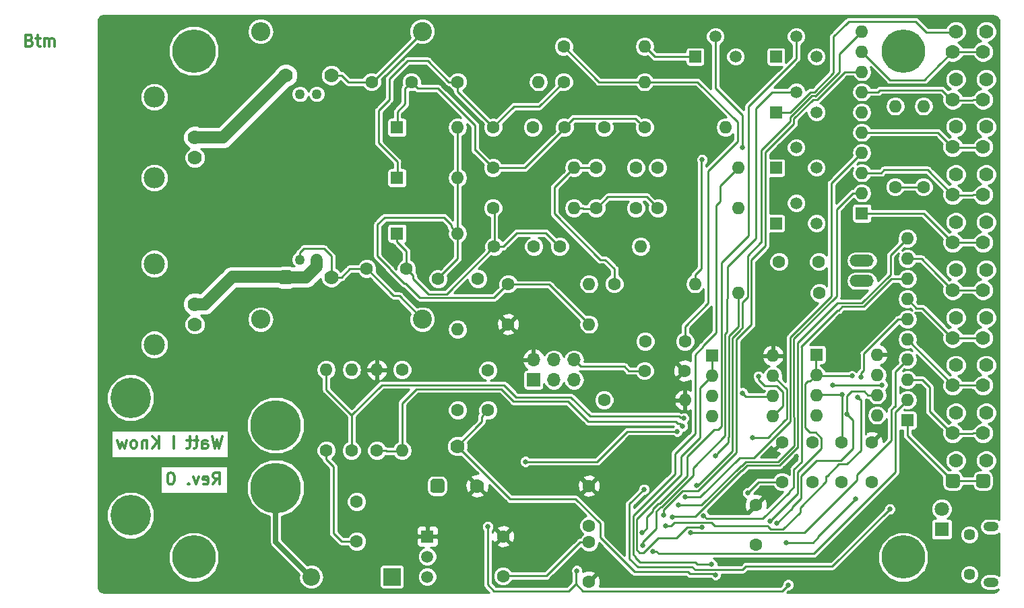
<source format=gbl>
G04 #@! TF.GenerationSoftware,KiCad,Pcbnew,(5.0.2)-1*
G04 #@! TF.CreationDate,2019-09-08T08:12:19-05:00*
G04 #@! TF.ProjectId,qrp_wattmeter,7172705f-7761-4747-946d-657465722e6b,rev?*
G04 #@! TF.SameCoordinates,Original*
G04 #@! TF.FileFunction,Copper,L2,Bot*
G04 #@! TF.FilePolarity,Positive*
%FSLAX46Y46*%
G04 Gerber Fmt 4.6, Leading zero omitted, Abs format (unit mm)*
G04 Created by KiCad (PCBNEW (5.0.2)-1) date 9/8/2019 8:12:19 AM*
%MOMM*%
%LPD*%
G01*
G04 APERTURE LIST*
G04 #@! TA.AperFunction,NonConductor*
%ADD10C,0.300000*%
G04 #@! TD*
G04 #@! TA.AperFunction,ComponentPad*
%ADD11C,5.461000*%
G04 #@! TD*
G04 #@! TA.AperFunction,ComponentPad*
%ADD12C,1.600000*%
G04 #@! TD*
G04 #@! TA.AperFunction,ComponentPad*
%ADD13O,1.600000X1.600000*%
G04 #@! TD*
G04 #@! TA.AperFunction,ComponentPad*
%ADD14R,1.600000X1.600000*%
G04 #@! TD*
G04 #@! TA.AperFunction,ComponentPad*
%ADD15O,2.200000X2.200000*%
G04 #@! TD*
G04 #@! TA.AperFunction,ComponentPad*
%ADD16R,2.200000X2.200000*%
G04 #@! TD*
G04 #@! TA.AperFunction,ComponentPad*
%ADD17C,1.778000*%
G04 #@! TD*
G04 #@! TA.AperFunction,Conductor*
%ADD18C,0.150000*%
G04 #@! TD*
G04 #@! TA.AperFunction,ComponentPad*
%ADD19C,1.800000*%
G04 #@! TD*
G04 #@! TA.AperFunction,ComponentPad*
%ADD20R,1.800000X1.800000*%
G04 #@! TD*
G04 #@! TA.AperFunction,ComponentPad*
%ADD21C,2.667000*%
G04 #@! TD*
G04 #@! TA.AperFunction,ComponentPad*
%ADD22C,6.350000*%
G04 #@! TD*
G04 #@! TA.AperFunction,ComponentPad*
%ADD23C,5.080000*%
G04 #@! TD*
G04 #@! TA.AperFunction,ComponentPad*
%ADD24O,1.900000X1.200000*%
G04 #@! TD*
G04 #@! TA.AperFunction,ComponentPad*
%ADD25C,1.450000*%
G04 #@! TD*
G04 #@! TA.AperFunction,ComponentPad*
%ADD26O,1.700000X1.700000*%
G04 #@! TD*
G04 #@! TA.AperFunction,ComponentPad*
%ADD27R,1.700000X1.700000*%
G04 #@! TD*
G04 #@! TA.AperFunction,ComponentPad*
%ADD28R,1.520000X1.520000*%
G04 #@! TD*
G04 #@! TA.AperFunction,ComponentPad*
%ADD29C,1.520000*%
G04 #@! TD*
G04 #@! TA.AperFunction,ComponentPad*
%ADD30O,2.400000X2.400000*%
G04 #@! TD*
G04 #@! TA.AperFunction,ComponentPad*
%ADD31C,2.400000*%
G04 #@! TD*
G04 #@! TA.AperFunction,ComponentPad*
%ADD32O,3.010000X1.510000*%
G04 #@! TD*
G04 #@! TA.AperFunction,ComponentPad*
%ADD33C,1.270000*%
G04 #@! TD*
G04 #@! TA.AperFunction,ViaPad*
%ADD34C,0.635000*%
G04 #@! TD*
G04 #@! TA.AperFunction,Conductor*
%ADD35C,0.254000*%
G04 #@! TD*
G04 #@! TA.AperFunction,Conductor*
%ADD36C,0.635000*%
G04 #@! TD*
G04 #@! TA.AperFunction,Conductor*
%ADD37C,1.524000*%
G04 #@! TD*
G04 APERTURE END LIST*
D10*
X91165857Y-119194971D02*
X91665857Y-118480685D01*
X92023000Y-119194971D02*
X92023000Y-117694971D01*
X91451571Y-117694971D01*
X91308714Y-117766400D01*
X91237285Y-117837828D01*
X91165857Y-117980685D01*
X91165857Y-118194971D01*
X91237285Y-118337828D01*
X91308714Y-118409257D01*
X91451571Y-118480685D01*
X92023000Y-118480685D01*
X89951571Y-119123542D02*
X90094428Y-119194971D01*
X90380142Y-119194971D01*
X90523000Y-119123542D01*
X90594428Y-118980685D01*
X90594428Y-118409257D01*
X90523000Y-118266400D01*
X90380142Y-118194971D01*
X90094428Y-118194971D01*
X89951571Y-118266400D01*
X89880142Y-118409257D01*
X89880142Y-118552114D01*
X90594428Y-118694971D01*
X89380142Y-118194971D02*
X89023000Y-119194971D01*
X88665857Y-118194971D01*
X88094428Y-119052114D02*
X88023000Y-119123542D01*
X88094428Y-119194971D01*
X88165857Y-119123542D01*
X88094428Y-119052114D01*
X88094428Y-119194971D01*
X85951571Y-117694971D02*
X85808714Y-117694971D01*
X85665857Y-117766400D01*
X85594428Y-117837828D01*
X85523000Y-117980685D01*
X85451571Y-118266400D01*
X85451571Y-118623542D01*
X85523000Y-118909257D01*
X85594428Y-119052114D01*
X85665857Y-119123542D01*
X85808714Y-119194971D01*
X85951571Y-119194971D01*
X86094428Y-119123542D01*
X86165857Y-119052114D01*
X86237285Y-118909257D01*
X86308714Y-118623542D01*
X86308714Y-118266400D01*
X86237285Y-117980685D01*
X86165857Y-117837828D01*
X86094428Y-117766400D01*
X85951571Y-117694971D01*
X92321828Y-113148371D02*
X91964685Y-114648371D01*
X91678971Y-113576942D01*
X91393257Y-114648371D01*
X91036114Y-113148371D01*
X89821828Y-114648371D02*
X89821828Y-113862657D01*
X89893257Y-113719800D01*
X90036114Y-113648371D01*
X90321828Y-113648371D01*
X90464685Y-113719800D01*
X89821828Y-114576942D02*
X89964685Y-114648371D01*
X90321828Y-114648371D01*
X90464685Y-114576942D01*
X90536114Y-114434085D01*
X90536114Y-114291228D01*
X90464685Y-114148371D01*
X90321828Y-114076942D01*
X89964685Y-114076942D01*
X89821828Y-114005514D01*
X89321828Y-113648371D02*
X88750400Y-113648371D01*
X89107542Y-113148371D02*
X89107542Y-114434085D01*
X89036114Y-114576942D01*
X88893257Y-114648371D01*
X88750400Y-114648371D01*
X88464685Y-113648371D02*
X87893257Y-113648371D01*
X88250400Y-113148371D02*
X88250400Y-114434085D01*
X88178971Y-114576942D01*
X88036114Y-114648371D01*
X87893257Y-114648371D01*
X86250400Y-114648371D02*
X86250400Y-113148371D01*
X84393257Y-114648371D02*
X84393257Y-113148371D01*
X83536114Y-114648371D02*
X84178971Y-113791228D01*
X83536114Y-113148371D02*
X84393257Y-114005514D01*
X82893257Y-113648371D02*
X82893257Y-114648371D01*
X82893257Y-113791228D02*
X82821828Y-113719800D01*
X82678971Y-113648371D01*
X82464685Y-113648371D01*
X82321828Y-113719800D01*
X82250400Y-113862657D01*
X82250400Y-114648371D01*
X81321828Y-114648371D02*
X81464685Y-114576942D01*
X81536114Y-114505514D01*
X81607542Y-114362657D01*
X81607542Y-113934085D01*
X81536114Y-113791228D01*
X81464685Y-113719800D01*
X81321828Y-113648371D01*
X81107542Y-113648371D01*
X80964685Y-113719800D01*
X80893257Y-113791228D01*
X80821828Y-113934085D01*
X80821828Y-114362657D01*
X80893257Y-114505514D01*
X80964685Y-114576942D01*
X81107542Y-114648371D01*
X81321828Y-114648371D01*
X80321828Y-113648371D02*
X80036114Y-114648371D01*
X79750400Y-113934085D01*
X79464685Y-114648371D01*
X79178971Y-113648371D01*
X68122171Y-63367457D02*
X68336457Y-63438885D01*
X68407885Y-63510314D01*
X68479314Y-63653171D01*
X68479314Y-63867457D01*
X68407885Y-64010314D01*
X68336457Y-64081742D01*
X68193600Y-64153171D01*
X67622171Y-64153171D01*
X67622171Y-62653171D01*
X68122171Y-62653171D01*
X68265028Y-62724600D01*
X68336457Y-62796028D01*
X68407885Y-62938885D01*
X68407885Y-63081742D01*
X68336457Y-63224600D01*
X68265028Y-63296028D01*
X68122171Y-63367457D01*
X67622171Y-63367457D01*
X68907885Y-63153171D02*
X69479314Y-63153171D01*
X69122171Y-62653171D02*
X69122171Y-63938885D01*
X69193600Y-64081742D01*
X69336457Y-64153171D01*
X69479314Y-64153171D01*
X69979314Y-64153171D02*
X69979314Y-63153171D01*
X69979314Y-63296028D02*
X70050742Y-63224600D01*
X70193600Y-63153171D01*
X70407885Y-63153171D01*
X70550742Y-63224600D01*
X70622171Y-63367457D01*
X70622171Y-64153171D01*
X70622171Y-63367457D02*
X70693600Y-63224600D01*
X70836457Y-63153171D01*
X71050742Y-63153171D01*
X71193600Y-63224600D01*
X71265028Y-63367457D01*
X71265028Y-64153171D01*
D11*
G04 #@! TO.P,H1,1*
G04 #@! TO.N,GND*
X88773000Y-128346200D03*
G04 #@! TD*
G04 #@! TO.P,H3,1*
G04 #@! TO.N,GND*
X177927000Y-128346200D03*
G04 #@! TD*
G04 #@! TO.P,H2,1*
G04 #@! TO.N,GND*
X177927000Y-64693800D03*
G04 #@! TD*
D12*
G04 #@! TO.P,R24,1*
G04 #@! TO.N,GND*
X147066000Y-79375000D03*
D13*
G04 #@! TO.P,R24,2*
G04 #@! TO.N,Net-(R24-Pad2)*
X157226000Y-79375000D03*
G04 #@! TD*
D11*
G04 #@! TO.P,H4,1*
G04 #@! TO.N,GND*
X88773000Y-64693800D03*
G04 #@! TD*
D12*
G04 #@! TO.P,C1,1*
G04 #@! TO.N,+5V*
X173990000Y-113919000D03*
G04 #@! TO.P,C1,2*
G04 #@! TO.N,GND*
X173990000Y-118919000D03*
G04 #@! TD*
G04 #@! TO.P,C2,2*
G04 #@! TO.N,GND*
X145415000Y-104902000D03*
G04 #@! TO.P,C2,1*
G04 #@! TO.N,+5V*
X150415000Y-104902000D03*
G04 #@! TD*
G04 #@! TO.P,C3,2*
G04 #@! TO.N,GND*
X166497000Y-118919000D03*
G04 #@! TO.P,C3,1*
G04 #@! TO.N,Fwd_pwr*
X166497000Y-113919000D03*
G04 #@! TD*
G04 #@! TO.P,C4,1*
G04 #@! TO.N,Net-(C4-Pad1)*
X119460000Y-93345000D03*
G04 #@! TO.P,C4,2*
G04 #@! TO.N,GND*
X124460000Y-93345000D03*
G04 #@! TD*
G04 #@! TO.P,C5,2*
G04 #@! TO.N,GND*
X131492000Y-89281000D03*
G04 #@! TO.P,C5,1*
G04 #@! TO.N,Net-(C5-Pad1)*
X126492000Y-89281000D03*
G04 #@! TD*
G04 #@! TO.P,C6,2*
G04 #@! TO.N,Net-(C5-Pad1)*
X115490000Y-92075000D03*
G04 #@! TO.P,C6,1*
G04 #@! TO.N,Net-(C6-Pad1)*
X110490000Y-92075000D03*
G04 #@! TD*
G04 #@! TO.P,C7,2*
G04 #@! TO.N,GND*
X144319000Y-84455000D03*
G04 #@! TO.P,C7,1*
G04 #@! TO.N,Fwd_pwr*
X139319000Y-84455000D03*
G04 #@! TD*
G04 #@! TO.P,C8,1*
G04 #@! TO.N,Net-(C8-Pad1)*
X111125000Y-68580000D03*
G04 #@! TO.P,C8,2*
G04 #@! TO.N,Net-(C11-Pad1)*
X116125000Y-68580000D03*
G04 #@! TD*
G04 #@! TO.P,C9,2*
G04 #@! TO.N,GND*
X144319000Y-79375000D03*
G04 #@! TO.P,C9,1*
G04 #@! TO.N,Rev_pwr*
X139319000Y-79375000D03*
G04 #@! TD*
G04 #@! TO.P,C10,1*
G04 #@! TO.N,/Vin*
X109220000Y-126365000D03*
G04 #@! TO.P,C10,2*
G04 #@! TO.N,GND*
X109220000Y-121365000D03*
G04 #@! TD*
G04 #@! TO.P,C11,2*
G04 #@! TO.N,GND*
X140335000Y-74295000D03*
G04 #@! TO.P,C11,1*
G04 #@! TO.N,Net-(C11-Pad1)*
X135335000Y-74295000D03*
G04 #@! TD*
G04 #@! TO.P,C13,2*
G04 #@! TO.N,GND*
X170180000Y-118919000D03*
G04 #@! TO.P,C13,1*
G04 #@! TO.N,Rev_pwr*
X170180000Y-113919000D03*
G04 #@! TD*
G04 #@! TO.P,C15,1*
G04 #@! TO.N,Net-(C15-Pad1)*
X126365000Y-74295000D03*
G04 #@! TO.P,C15,2*
G04 #@! TO.N,GND*
X131365000Y-74295000D03*
G04 #@! TD*
G04 #@! TO.P,C16,2*
G04 #@! TO.N,GND*
X127635000Y-130730000D03*
G04 #@! TO.P,C16,1*
G04 #@! TO.N,+5V*
X127635000Y-125730000D03*
G04 #@! TD*
G04 #@! TO.P,C17,1*
G04 #@! TO.N,Zero_det*
X150495000Y-101219000D03*
G04 #@! TO.P,C17,2*
G04 #@! TO.N,GND*
X145495000Y-101219000D03*
G04 #@! TD*
G04 #@! TO.P,C22,2*
G04 #@! TO.N,GND*
X159385000Y-126793000D03*
G04 #@! TO.P,C22,1*
G04 #@! TO.N,+5V*
X159385000Y-121793000D03*
G04 #@! TD*
G04 #@! TO.P,C24,1*
G04 #@! TO.N,/Cal_A1*
X125730000Y-109855000D03*
G04 #@! TO.P,C24,2*
G04 #@! TO.N,GND*
X125730000Y-104855000D03*
G04 #@! TD*
G04 #@! TO.P,C25,1*
G04 #@! TO.N,+5V*
X162687000Y-113872000D03*
G04 #@! TO.P,C25,2*
G04 #@! TO.N,GND*
X162687000Y-118872000D03*
G04 #@! TD*
G04 #@! TO.P,C26,1*
G04 #@! TO.N,/Mode_A5*
X162306000Y-91186000D03*
G04 #@! TO.P,C26,2*
G04 #@! TO.N,GND*
X167306000Y-91186000D03*
G04 #@! TD*
G04 #@! TO.P,C27,2*
G04 #@! TO.N,GND*
X138430000Y-124380000D03*
G04 #@! TO.P,C27,1*
G04 #@! TO.N,+5V*
X138430000Y-119380000D03*
G04 #@! TD*
G04 #@! TO.P,C28,1*
G04 #@! TO.N,+5V*
X138430000Y-131445000D03*
G04 #@! TO.P,C28,2*
G04 #@! TO.N,GND*
X138430000Y-126445000D03*
G04 #@! TD*
D13*
G04 #@! TO.P,D2,2*
G04 #@! TO.N,Net-(C4-Pad1)*
X121920000Y-87630000D03*
D14*
G04 #@! TO.P,D2,1*
G04 #@! TO.N,Net-(C5-Pad1)*
X114300000Y-87630000D03*
G04 #@! TD*
D15*
G04 #@! TO.P,D3,2*
G04 #@! TO.N,Net-(D3-Pad2)*
X103505000Y-130810000D03*
D16*
G04 #@! TO.P,D3,1*
G04 #@! TO.N,/Vin*
X113665000Y-130810000D03*
G04 #@! TD*
D13*
G04 #@! TO.P,D4,2*
G04 #@! TO.N,Net-(C4-Pad1)*
X121920000Y-74295000D03*
D14*
G04 #@! TO.P,D4,1*
G04 #@! TO.N,Net-(C11-Pad1)*
X114300000Y-74295000D03*
G04 #@! TD*
G04 #@! TO.P,D6,1*
G04 #@! TO.N,Net-(C15-Pad1)*
X114300000Y-80645000D03*
D13*
G04 #@! TO.P,D6,2*
G04 #@! TO.N,Net-(C4-Pad1)*
X121920000Y-80645000D03*
G04 #@! TD*
D17*
G04 #@! TO.P,D8,20*
G04 #@! TO.N,Net-(D8-Pad10)*
X188341000Y-62255400D03*
G04 #@! TO.P,D8,18*
X188341000Y-68249800D03*
G04 #@! TO.P,D8,16*
X188341000Y-74244200D03*
G04 #@! TO.P,D8,14*
X188341000Y-80238600D03*
G04 #@! TO.P,D8,12*
X188341000Y-86233000D03*
G04 #@! TO.P,D8,10*
X188341000Y-92227400D03*
G04 #@! TO.P,D8,8*
X188341000Y-98221800D03*
G04 #@! TO.P,D8,6*
X188341000Y-104216200D03*
G04 #@! TO.P,D8,4*
X188341000Y-110210600D03*
G04 #@! TO.P,D8,19*
G04 #@! TO.N,/led9*
X187960000Y-64795400D03*
G04 #@! TO.P,D8,17*
G04 #@! TO.N,/led8*
X187960000Y-70789800D03*
G04 #@! TO.P,D8,15*
G04 #@! TO.N,/led7*
X187960000Y-76784200D03*
G04 #@! TO.P,D8,13*
G04 #@! TO.N,/led6*
X187960000Y-82778600D03*
G04 #@! TO.P,D8,11*
G04 #@! TO.N,/led5*
X187960000Y-88773000D03*
G04 #@! TO.P,D8,9*
G04 #@! TO.N,/led4*
X187960000Y-94767400D03*
G04 #@! TO.P,D8,7*
G04 #@! TO.N,/led3*
X187960000Y-100761800D03*
G04 #@! TO.P,D8,5*
G04 #@! TO.N,/led2*
X187960000Y-106756200D03*
G04 #@! TO.P,D8,3*
G04 #@! TO.N,/led1*
X187960000Y-112750600D03*
G04 #@! TO.P,D8,2*
G04 #@! TO.N,Net-(D8-Pad10)*
X188341000Y-116205000D03*
D18*
G04 #@! TD*
G04 #@! TO.N,/led0*
G04 #@! TO.C,D8*
G36*
X188448069Y-117858140D02*
X188491218Y-117864541D01*
X188533532Y-117875140D01*
X188574603Y-117889836D01*
X188614036Y-117908486D01*
X188651451Y-117930912D01*
X188686488Y-117956897D01*
X188718809Y-117986191D01*
X188748103Y-118018512D01*
X188774088Y-118053549D01*
X188796514Y-118090964D01*
X188815164Y-118130397D01*
X188829860Y-118171468D01*
X188840459Y-118213782D01*
X188846860Y-118256931D01*
X188849000Y-118300500D01*
X188849000Y-119189500D01*
X188846860Y-119233069D01*
X188840459Y-119276218D01*
X188829860Y-119318532D01*
X188815164Y-119359603D01*
X188796514Y-119399036D01*
X188774088Y-119436451D01*
X188748103Y-119471488D01*
X188718809Y-119503809D01*
X188686488Y-119533103D01*
X188651451Y-119559088D01*
X188614036Y-119581514D01*
X188574603Y-119600164D01*
X188533532Y-119614860D01*
X188491218Y-119625459D01*
X188448069Y-119631860D01*
X188404500Y-119634000D01*
X187515500Y-119634000D01*
X187471931Y-119631860D01*
X187428782Y-119625459D01*
X187386468Y-119614860D01*
X187345397Y-119600164D01*
X187305964Y-119581514D01*
X187268549Y-119559088D01*
X187233512Y-119533103D01*
X187201191Y-119503809D01*
X187171897Y-119471488D01*
X187145912Y-119436451D01*
X187123486Y-119399036D01*
X187104836Y-119359603D01*
X187090140Y-119318532D01*
X187079541Y-119276218D01*
X187073140Y-119233069D01*
X187071000Y-119189500D01*
X187071000Y-118300500D01*
X187073140Y-118256931D01*
X187079541Y-118213782D01*
X187090140Y-118171468D01*
X187104836Y-118130397D01*
X187123486Y-118090964D01*
X187145912Y-118053549D01*
X187171897Y-118018512D01*
X187201191Y-117986191D01*
X187233512Y-117956897D01*
X187268549Y-117930912D01*
X187305964Y-117908486D01*
X187345397Y-117889836D01*
X187386468Y-117875140D01*
X187428782Y-117864541D01*
X187471931Y-117858140D01*
X187515500Y-117856000D01*
X188404500Y-117856000D01*
X188448069Y-117858140D01*
X188448069Y-117858140D01*
G37*
D17*
G04 #@! TO.P,D8,1*
G04 #@! TO.N,/led0*
X187960000Y-118745000D03*
G04 #@! TD*
D18*
G04 #@! TO.N,/led0*
G04 #@! TO.C,D11*
G36*
X184638069Y-117858140D02*
X184681218Y-117864541D01*
X184723532Y-117875140D01*
X184764603Y-117889836D01*
X184804036Y-117908486D01*
X184841451Y-117930912D01*
X184876488Y-117956897D01*
X184908809Y-117986191D01*
X184938103Y-118018512D01*
X184964088Y-118053549D01*
X184986514Y-118090964D01*
X185005164Y-118130397D01*
X185019860Y-118171468D01*
X185030459Y-118213782D01*
X185036860Y-118256931D01*
X185039000Y-118300500D01*
X185039000Y-119189500D01*
X185036860Y-119233069D01*
X185030459Y-119276218D01*
X185019860Y-119318532D01*
X185005164Y-119359603D01*
X184986514Y-119399036D01*
X184964088Y-119436451D01*
X184938103Y-119471488D01*
X184908809Y-119503809D01*
X184876488Y-119533103D01*
X184841451Y-119559088D01*
X184804036Y-119581514D01*
X184764603Y-119600164D01*
X184723532Y-119614860D01*
X184681218Y-119625459D01*
X184638069Y-119631860D01*
X184594500Y-119634000D01*
X183705500Y-119634000D01*
X183661931Y-119631860D01*
X183618782Y-119625459D01*
X183576468Y-119614860D01*
X183535397Y-119600164D01*
X183495964Y-119581514D01*
X183458549Y-119559088D01*
X183423512Y-119533103D01*
X183391191Y-119503809D01*
X183361897Y-119471488D01*
X183335912Y-119436451D01*
X183313486Y-119399036D01*
X183294836Y-119359603D01*
X183280140Y-119318532D01*
X183269541Y-119276218D01*
X183263140Y-119233069D01*
X183261000Y-119189500D01*
X183261000Y-118300500D01*
X183263140Y-118256931D01*
X183269541Y-118213782D01*
X183280140Y-118171468D01*
X183294836Y-118130397D01*
X183313486Y-118090964D01*
X183335912Y-118053549D01*
X183361897Y-118018512D01*
X183391191Y-117986191D01*
X183423512Y-117956897D01*
X183458549Y-117930912D01*
X183495964Y-117908486D01*
X183535397Y-117889836D01*
X183576468Y-117875140D01*
X183618782Y-117864541D01*
X183661931Y-117858140D01*
X183705500Y-117856000D01*
X184594500Y-117856000D01*
X184638069Y-117858140D01*
X184638069Y-117858140D01*
G37*
D17*
G04 #@! TD*
G04 #@! TO.P,D11,1*
G04 #@! TO.N,/led0*
X184150000Y-118745000D03*
G04 #@! TO.P,D11,2*
G04 #@! TO.N,Net-(D11-Pad10)*
X184531000Y-116205000D03*
G04 #@! TO.P,D11,3*
G04 #@! TO.N,/led1*
X184150000Y-112750600D03*
G04 #@! TO.P,D11,5*
G04 #@! TO.N,/led2*
X184150000Y-106756200D03*
G04 #@! TO.P,D11,7*
G04 #@! TO.N,/led3*
X184150000Y-100761800D03*
G04 #@! TO.P,D11,9*
G04 #@! TO.N,/led4*
X184150000Y-94767400D03*
G04 #@! TO.P,D11,11*
G04 #@! TO.N,/led5*
X184150000Y-88773000D03*
G04 #@! TO.P,D11,13*
G04 #@! TO.N,/led6*
X184150000Y-82778600D03*
G04 #@! TO.P,D11,15*
G04 #@! TO.N,/led7*
X184150000Y-76784200D03*
G04 #@! TO.P,D11,17*
G04 #@! TO.N,/led8*
X184150000Y-70789800D03*
G04 #@! TO.P,D11,19*
G04 #@! TO.N,/led9*
X184150000Y-64795400D03*
G04 #@! TO.P,D11,4*
G04 #@! TO.N,Net-(D11-Pad10)*
X184531000Y-110210600D03*
G04 #@! TO.P,D11,6*
X184531000Y-104216200D03*
G04 #@! TO.P,D11,8*
X184531000Y-98221800D03*
G04 #@! TO.P,D11,10*
X184531000Y-92227400D03*
G04 #@! TO.P,D11,12*
X184531000Y-86233000D03*
G04 #@! TO.P,D11,14*
X184531000Y-80238600D03*
G04 #@! TO.P,D11,16*
X184531000Y-74244200D03*
G04 #@! TO.P,D11,18*
X184531000Y-68249800D03*
G04 #@! TO.P,D11,20*
X184531000Y-62255400D03*
G04 #@! TD*
D19*
G04 #@! TO.P,D12,2*
G04 #@! TO.N,Net-(D12-Pad2)*
X182753000Y-122301000D03*
D20*
G04 #@! TO.P,D12,1*
G04 #@! TO.N,GND*
X182753000Y-124841000D03*
G04 #@! TD*
D21*
G04 #@! TO.P,J1,2*
G04 #@! TO.N,GND*
X83820000Y-91440000D03*
X83820000Y-101600000D03*
D17*
X88900000Y-99060000D03*
G04 #@! TO.P,J1,1*
G04 #@! TO.N,Net-(J1-Pad1)*
X88900000Y-96520000D03*
G04 #@! TD*
D22*
G04 #@! TO.P,J2,1*
G04 #@! TO.N,Net-(D3-Pad2)*
X99060000Y-119634000D03*
G04 #@! TO.P,J2,2*
G04 #@! TO.N,GND*
X99060000Y-111760000D03*
D23*
G04 #@! TO.P,J2,3*
G04 #@! TO.N,N/C*
X80822800Y-123088400D03*
X80822800Y-108305600D03*
G04 #@! TD*
D17*
G04 #@! TO.P,J3,1*
G04 #@! TO.N,Net-(J3-Pad1)*
X88900000Y-75565000D03*
G04 #@! TO.P,J3,2*
G04 #@! TO.N,GND*
X88900000Y-78105000D03*
D21*
X83820000Y-80645000D03*
X83820000Y-70485000D03*
G04 #@! TD*
D24*
G04 #@! TO.P,J4,6*
G04 #@! TO.N,GND*
X188945000Y-124500000D03*
X188945000Y-131500000D03*
D25*
X186245000Y-125500000D03*
X186245000Y-130500000D03*
G04 #@! TD*
D26*
G04 #@! TO.P,J5,6*
G04 #@! TO.N,GND*
X136525000Y-103505000D03*
G04 #@! TO.P,J5,5*
G04 #@! TO.N,Net-(J5-Pad5)*
X136525000Y-106045000D03*
G04 #@! TO.P,J5,4*
G04 #@! TO.N,Net-(J5-Pad4)*
X133985000Y-103505000D03*
G04 #@! TO.P,J5,3*
G04 #@! TO.N,Net-(J5-Pad3)*
X133985000Y-106045000D03*
G04 #@! TO.P,J5,2*
G04 #@! TO.N,+5V*
X131445000Y-103505000D03*
D27*
G04 #@! TO.P,J5,1*
G04 #@! TO.N,Net-(J5-Pad1)*
X131445000Y-106045000D03*
G04 #@! TD*
D28*
G04 #@! TO.P,Q1,1*
G04 #@! TO.N,Net-(Q1-Pad1)*
X161925000Y-86360000D03*
D29*
G04 #@! TO.P,Q1,3*
G04 #@! TO.N,GND*
X167005000Y-86360000D03*
G04 #@! TO.P,Q1,2*
G04 #@! TO.N,100W*
X164465000Y-83820000D03*
G04 #@! TD*
G04 #@! TO.P,Q2,2*
G04 #@! TO.N,100W*
X164465000Y-76835000D03*
G04 #@! TO.P,Q2,3*
G04 #@! TO.N,GND*
X167005000Y-79375000D03*
D28*
G04 #@! TO.P,Q2,1*
G04 #@! TO.N,Net-(Q2-Pad1)*
X161925000Y-79375000D03*
G04 #@! TD*
G04 #@! TO.P,Q3,1*
G04 #@! TO.N,Net-(Q3-Pad1)*
X151765000Y-65405000D03*
D29*
G04 #@! TO.P,Q3,3*
G04 #@! TO.N,GND*
X156845000Y-65405000D03*
G04 #@! TO.P,Q3,2*
G04 #@! TO.N,100W*
X154305000Y-62865000D03*
G04 #@! TD*
D28*
G04 #@! TO.P,Q5,1*
G04 #@! TO.N,Net-(D8-Pad10)*
X161925000Y-65405000D03*
D29*
G04 #@! TO.P,Q5,3*
G04 #@! TO.N,GND*
X167005000Y-65405000D03*
G04 #@! TO.P,Q5,2*
G04 #@! TO.N,pwr_fet*
X164465000Y-62865000D03*
G04 #@! TD*
G04 #@! TO.P,Q6,2*
G04 #@! TO.N,swr_fet*
X164465000Y-69850000D03*
G04 #@! TO.P,Q6,3*
G04 #@! TO.N,GND*
X167005000Y-72390000D03*
D28*
G04 #@! TO.P,Q6,1*
G04 #@! TO.N,Net-(D11-Pad10)*
X161925000Y-72390000D03*
G04 #@! TD*
D12*
G04 #@! TO.P,R1,1*
G04 #@! TO.N,+5V*
X128270000Y-99060000D03*
D13*
G04 #@! TO.P,R1,2*
G04 #@! TO.N,Net-(C4-Pad1)*
X138430000Y-99060000D03*
G04 #@! TD*
G04 #@! TO.P,R2,2*
G04 #@! TO.N,GND*
X138430000Y-93980000D03*
D12*
G04 #@! TO.P,R2,1*
G04 #@! TO.N,Net-(C4-Pad1)*
X128270000Y-93980000D03*
G04 #@! TD*
G04 #@! TO.P,R3,1*
G04 #@! TO.N,Net-(C5-Pad1)*
X134747000Y-89281000D03*
D13*
G04 #@! TO.P,R3,2*
G04 #@! TO.N,GND*
X144907000Y-89281000D03*
G04 #@! TD*
D30*
G04 #@! TO.P,R4,2*
G04 #@! TO.N,GND*
X97155000Y-98425000D03*
D31*
G04 #@! TO.P,R4,1*
G04 #@! TO.N,Net-(C6-Pad1)*
X117475000Y-98425000D03*
G04 #@! TD*
D13*
G04 #@! TO.P,R5,2*
G04 #@! TO.N,Net-(Q1-Pad1)*
X157226000Y-84455000D03*
D12*
G04 #@! TO.P,R5,1*
G04 #@! TO.N,Fwd_pwr*
X147066000Y-84455000D03*
G04 #@! TD*
D13*
G04 #@! TO.P,R6,2*
G04 #@! TO.N,Fwd_pwr*
X136525000Y-84455000D03*
D12*
G04 #@! TO.P,R6,1*
G04 #@! TO.N,Net-(C5-Pad1)*
X126365000Y-84455000D03*
G04 #@! TD*
G04 #@! TO.P,R7,1*
G04 #@! TO.N,Net-(C11-Pad1)*
X126365000Y-79375000D03*
D13*
G04 #@! TO.P,R7,2*
G04 #@! TO.N,Rev_pwr*
X136525000Y-79375000D03*
G04 #@! TD*
D31*
G04 #@! TO.P,R8,1*
G04 #@! TO.N,Net-(C8-Pad1)*
X117475000Y-62230000D03*
D30*
G04 #@! TO.P,R8,2*
G04 #@! TO.N,GND*
X97155000Y-62230000D03*
G04 #@! TD*
D12*
G04 #@! TO.P,R9,1*
G04 #@! TO.N,Rev_pwr*
X141605000Y-93980000D03*
D13*
G04 #@! TO.P,R9,2*
G04 #@! TO.N,Net-(Q2-Pad1)*
X151765000Y-93980000D03*
G04 #@! TD*
G04 #@! TO.P,R10,2*
G04 #@! TO.N,GND*
X155575000Y-74295000D03*
D12*
G04 #@! TO.P,R10,1*
G04 #@! TO.N,Net-(C11-Pad1)*
X145415000Y-74295000D03*
G04 #@! TD*
D13*
G04 #@! TO.P,R11,2*
G04 #@! TO.N,GND*
X132080000Y-68580000D03*
D12*
G04 #@! TO.P,R11,1*
G04 #@! TO.N,Net-(C15-Pad1)*
X121920000Y-68580000D03*
G04 #@! TD*
G04 #@! TO.P,R12,1*
G04 #@! TO.N,Net-(C15-Pad1)*
X135255000Y-68580000D03*
D13*
G04 #@! TO.P,R12,2*
G04 #@! TO.N,Zero_det*
X145415000Y-68580000D03*
G04 #@! TD*
G04 #@! TO.P,R13,2*
G04 #@! TO.N,Net-(Q3-Pad1)*
X145415000Y-64135000D03*
D12*
G04 #@! TO.P,R13,1*
G04 #@! TO.N,Zero_det*
X135255000Y-64135000D03*
G04 #@! TD*
G04 #@! TO.P,R14,1*
G04 #@! TO.N,/Vin*
X105410000Y-114935000D03*
D13*
G04 #@! TO.P,R14,2*
G04 #@! TO.N,Net-(R14-Pad2)*
X105410000Y-104775000D03*
G04 #@! TD*
G04 #@! TO.P,R15,2*
G04 #@! TO.N,GND*
X108585000Y-104775000D03*
D12*
G04 #@! TO.P,R15,1*
G04 #@! TO.N,Net-(R14-Pad2)*
X108585000Y-114935000D03*
G04 #@! TD*
G04 #@! TO.P,R16,1*
G04 #@! TO.N,Net-(R16-Pad1)*
X111760000Y-114935000D03*
D13*
G04 #@! TO.P,R16,2*
G04 #@! TO.N,+5V*
X111760000Y-104775000D03*
G04 #@! TD*
G04 #@! TO.P,R17,2*
G04 #@! TO.N,Net-(R16-Pad1)*
X114935000Y-114935000D03*
D12*
G04 #@! TO.P,R17,1*
G04 #@! TO.N,GND*
X114935000Y-104775000D03*
G04 #@! TD*
G04 #@! TO.P,R20,1*
G04 #@! TO.N,Net-(J5-Pad5)*
X140335000Y-108585000D03*
D13*
G04 #@! TO.P,R20,2*
G04 #@! TO.N,+5V*
X150495000Y-108585000D03*
G04 #@! TD*
G04 #@! TO.P,R21,2*
G04 #@! TO.N,Net-(R21-Pad2)*
X121920000Y-99695000D03*
D12*
G04 #@! TO.P,R21,1*
G04 #@! TO.N,GND*
X121920000Y-109855000D03*
G04 #@! TD*
G04 #@! TO.P,R22,1*
G04 #@! TO.N,100W*
X176911000Y-81788000D03*
D13*
G04 #@! TO.P,R22,2*
G04 #@! TO.N,Net-(D12-Pad2)*
X176911000Y-71628000D03*
G04 #@! TD*
G04 #@! TO.P,R23,2*
G04 #@! TO.N,Net-(D12-Pad2)*
X180467000Y-71628000D03*
D12*
G04 #@! TO.P,R23,1*
G04 #@! TO.N,100W*
X180467000Y-81788000D03*
G04 #@! TD*
D13*
G04 #@! TO.P,R25,2*
G04 #@! TO.N,Net-(R25-Pad2)*
X157226000Y-95123000D03*
D12*
G04 #@! TO.P,R25,1*
G04 #@! TO.N,/Mode_A5*
X167386000Y-95123000D03*
G04 #@! TD*
D13*
G04 #@! TO.P,R26,10*
G04 #@! TO.N,/D8*
X178435000Y-88265000D03*
G04 #@! TO.P,R26,9*
G04 #@! TO.N,/led4*
X178435000Y-90805000D03*
G04 #@! TO.P,R26,8*
G04 #@! TO.N,/D7*
X178435000Y-93345000D03*
G04 #@! TO.P,R26,7*
G04 #@! TO.N,/led3*
X178435000Y-95885000D03*
G04 #@! TO.P,R26,6*
G04 #@! TO.N,/D6*
X178435000Y-98425000D03*
G04 #@! TO.P,R26,5*
G04 #@! TO.N,/led2*
X178435000Y-100965000D03*
G04 #@! TO.P,R26,4*
G04 #@! TO.N,/D5*
X178435000Y-103505000D03*
G04 #@! TO.P,R26,3*
G04 #@! TO.N,/led1*
X178435000Y-106045000D03*
G04 #@! TO.P,R26,2*
G04 #@! TO.N,/D4*
X178435000Y-108585000D03*
D14*
G04 #@! TO.P,R26,1*
G04 #@! TO.N,/led0*
X178435000Y-111125000D03*
G04 #@! TD*
G04 #@! TO.P,R27,1*
G04 #@! TO.N,/led5*
X172720000Y-85090000D03*
D13*
G04 #@! TO.P,R27,2*
G04 #@! TO.N,/D9*
X172720000Y-82550000D03*
G04 #@! TO.P,R27,3*
G04 #@! TO.N,/led6*
X172720000Y-80010000D03*
G04 #@! TO.P,R27,4*
G04 #@! TO.N,/D10*
X172720000Y-77470000D03*
G04 #@! TO.P,R27,5*
G04 #@! TO.N,/led7*
X172720000Y-74930000D03*
G04 #@! TO.P,R27,6*
G04 #@! TO.N,/D11*
X172720000Y-72390000D03*
G04 #@! TO.P,R27,7*
G04 #@! TO.N,/led8*
X172720000Y-69850000D03*
G04 #@! TO.P,R27,8*
G04 #@! TO.N,/D12*
X172720000Y-67310000D03*
G04 #@! TO.P,R27,9*
G04 #@! TO.N,/led9*
X172720000Y-64770000D03*
G04 #@! TO.P,R27,10*
G04 #@! TO.N,/D13*
X172720000Y-62230000D03*
G04 #@! TD*
D18*
G04 #@! TO.N,Net-(R21-Pad2)*
G04 #@! TO.C,RV1*
G36*
X119868069Y-118493140D02*
X119911218Y-118499541D01*
X119953532Y-118510140D01*
X119994603Y-118524836D01*
X120034036Y-118543486D01*
X120071451Y-118565912D01*
X120106488Y-118591897D01*
X120138809Y-118621191D01*
X120168103Y-118653512D01*
X120194088Y-118688549D01*
X120216514Y-118725964D01*
X120235164Y-118765397D01*
X120249860Y-118806468D01*
X120260459Y-118848782D01*
X120266860Y-118891931D01*
X120269000Y-118935500D01*
X120269000Y-119824500D01*
X120266860Y-119868069D01*
X120260459Y-119911218D01*
X120249860Y-119953532D01*
X120235164Y-119994603D01*
X120216514Y-120034036D01*
X120194088Y-120071451D01*
X120168103Y-120106488D01*
X120138809Y-120138809D01*
X120106488Y-120168103D01*
X120071451Y-120194088D01*
X120034036Y-120216514D01*
X119994603Y-120235164D01*
X119953532Y-120249860D01*
X119911218Y-120260459D01*
X119868069Y-120266860D01*
X119824500Y-120269000D01*
X118935500Y-120269000D01*
X118891931Y-120266860D01*
X118848782Y-120260459D01*
X118806468Y-120249860D01*
X118765397Y-120235164D01*
X118725964Y-120216514D01*
X118688549Y-120194088D01*
X118653512Y-120168103D01*
X118621191Y-120138809D01*
X118591897Y-120106488D01*
X118565912Y-120071451D01*
X118543486Y-120034036D01*
X118524836Y-119994603D01*
X118510140Y-119953532D01*
X118499541Y-119911218D01*
X118493140Y-119868069D01*
X118491000Y-119824500D01*
X118491000Y-118935500D01*
X118493140Y-118891931D01*
X118499541Y-118848782D01*
X118510140Y-118806468D01*
X118524836Y-118765397D01*
X118543486Y-118725964D01*
X118565912Y-118688549D01*
X118591897Y-118653512D01*
X118621191Y-118621191D01*
X118653512Y-118591897D01*
X118688549Y-118565912D01*
X118725964Y-118543486D01*
X118765397Y-118524836D01*
X118806468Y-118510140D01*
X118848782Y-118499541D01*
X118891931Y-118493140D01*
X118935500Y-118491000D01*
X119824500Y-118491000D01*
X119868069Y-118493140D01*
X119868069Y-118493140D01*
G37*
D17*
G04 #@! TD*
G04 #@! TO.P,RV1,1*
G04 #@! TO.N,Net-(R21-Pad2)*
X119380000Y-119380000D03*
G04 #@! TO.P,RV1,2*
G04 #@! TO.N,/Cal_A1*
X121880000Y-114380000D03*
G04 #@! TO.P,RV1,3*
G04 #@! TO.N,+5V*
X124380000Y-119380000D03*
G04 #@! TD*
D32*
G04 #@! TO.P,SW1,2*
G04 #@! TO.N,GND*
X172720000Y-91059000D03*
G04 #@! TO.P,SW1,1*
G04 #@! TO.N,/Mode_A5*
X172720000Y-93599000D03*
G04 #@! TD*
D18*
G04 #@! TO.N,Net-(J1-Pad1)*
G04 #@! TO.C,T1*
G36*
X100818069Y-92267640D02*
X100861218Y-92274041D01*
X100903532Y-92284640D01*
X100944603Y-92299336D01*
X100984036Y-92317986D01*
X101021451Y-92340412D01*
X101056488Y-92366397D01*
X101088809Y-92395691D01*
X101118103Y-92428012D01*
X101144088Y-92463049D01*
X101166514Y-92500464D01*
X101185164Y-92539897D01*
X101199860Y-92580968D01*
X101210459Y-92623282D01*
X101216860Y-92666431D01*
X101219000Y-92710000D01*
X101219000Y-93599000D01*
X101216860Y-93642569D01*
X101210459Y-93685718D01*
X101199860Y-93728032D01*
X101185164Y-93769103D01*
X101166514Y-93808536D01*
X101144088Y-93845951D01*
X101118103Y-93880988D01*
X101088809Y-93913309D01*
X101056488Y-93942603D01*
X101021451Y-93968588D01*
X100984036Y-93991014D01*
X100944603Y-94009664D01*
X100903532Y-94024360D01*
X100861218Y-94034959D01*
X100818069Y-94041360D01*
X100774500Y-94043500D01*
X99885500Y-94043500D01*
X99841931Y-94041360D01*
X99798782Y-94034959D01*
X99756468Y-94024360D01*
X99715397Y-94009664D01*
X99675964Y-93991014D01*
X99638549Y-93968588D01*
X99603512Y-93942603D01*
X99571191Y-93913309D01*
X99541897Y-93880988D01*
X99515912Y-93845951D01*
X99493486Y-93808536D01*
X99474836Y-93769103D01*
X99460140Y-93728032D01*
X99449541Y-93685718D01*
X99443140Y-93642569D01*
X99441000Y-93599000D01*
X99441000Y-92710000D01*
X99443140Y-92666431D01*
X99449541Y-92623282D01*
X99460140Y-92580968D01*
X99474836Y-92539897D01*
X99493486Y-92500464D01*
X99515912Y-92463049D01*
X99541897Y-92428012D01*
X99571191Y-92395691D01*
X99603512Y-92366397D01*
X99638549Y-92340412D01*
X99675964Y-92317986D01*
X99715397Y-92299336D01*
X99756468Y-92284640D01*
X99798782Y-92274041D01*
X99841931Y-92267640D01*
X99885500Y-92265500D01*
X100774500Y-92265500D01*
X100818069Y-92267640D01*
X100818069Y-92267640D01*
G37*
D17*
G04 #@! TD*
G04 #@! TO.P,T1,1*
G04 #@! TO.N,Net-(J1-Pad1)*
X100330000Y-93154500D03*
G04 #@! TO.P,T1,2*
G04 #@! TO.N,Net-(J3-Pad1)*
X100330000Y-67754500D03*
G04 #@! TO.P,T1,6*
G04 #@! TO.N,Net-(C8-Pad1)*
X106045000Y-67754500D03*
G04 #@! TO.P,T1,5*
G04 #@! TO.N,Net-(C6-Pad1)*
X106045000Y-93154500D03*
D33*
G04 #@! TO.P,T1,3*
X102108000Y-90932000D03*
G04 #@! TO.P,T1,7*
G04 #@! TO.N,Net-(J1-Pad1)*
X104203500Y-90932000D03*
G04 #@! TO.P,T1,4*
G04 #@! TO.N,GND*
X102108000Y-70104000D03*
G04 #@! TO.P,T1,8*
X104203500Y-70104000D03*
G04 #@! TD*
D13*
G04 #@! TO.P,U1,8*
G04 #@! TO.N,+5V*
X174625000Y-102870000D03*
G04 #@! TO.P,U1,4*
G04 #@! TO.N,GND*
X167005000Y-110490000D03*
G04 #@! TO.P,U1,7*
G04 #@! TO.N,/Fwd_A4*
X174625000Y-105410000D03*
G04 #@! TO.P,U1,3*
G04 #@! TO.N,Rev_pwr*
X167005000Y-107950000D03*
G04 #@! TO.P,U1,6*
G04 #@! TO.N,/Fwd_A4*
X174625000Y-107950000D03*
G04 #@! TO.P,U1,2*
G04 #@! TO.N,/Rev_A3*
X167005000Y-105410000D03*
G04 #@! TO.P,U1,5*
G04 #@! TO.N,Fwd_pwr*
X174625000Y-110490000D03*
D14*
G04 #@! TO.P,U1,1*
G04 #@! TO.N,/Rev_A3*
X167005000Y-102870000D03*
G04 #@! TD*
G04 #@! TO.P,U2,1*
G04 #@! TO.N,/Zero_A2*
X153924000Y-102997000D03*
D13*
G04 #@! TO.P,U2,5*
G04 #@! TO.N,Net-(R14-Pad2)*
X161544000Y-110617000D03*
G04 #@! TO.P,U2,2*
G04 #@! TO.N,/Zero_A2*
X153924000Y-105537000D03*
G04 #@! TO.P,U2,6*
G04 #@! TO.N,Net-(R16-Pad1)*
X161544000Y-108077000D03*
G04 #@! TO.P,U2,3*
G04 #@! TO.N,Zero_det*
X153924000Y-108077000D03*
G04 #@! TO.P,U2,7*
G04 #@! TO.N,Net-(Q4-Pad1)*
X161544000Y-105537000D03*
G04 #@! TO.P,U2,4*
G04 #@! TO.N,GND*
X153924000Y-110617000D03*
G04 #@! TO.P,U2,8*
G04 #@! TO.N,+5V*
X161544000Y-102997000D03*
G04 #@! TD*
D28*
G04 #@! TO.P,U3,1*
G04 #@! TO.N,+5V*
X118110000Y-125730000D03*
D29*
G04 #@! TO.P,U3,3*
G04 #@! TO.N,/Vin*
X118110000Y-130810000D03*
G04 #@! TO.P,U3,2*
G04 #@! TO.N,GND*
X118110000Y-128270000D03*
G04 #@! TD*
D34*
G04 #@! TO.N,GND*
X158369000Y-120269000D03*
G04 #@! TO.N,+5V*
X161059000Y-131318000D03*
X164465000Y-115697000D03*
G04 #@! TO.N,Fwd_pwr*
X175272700Y-106680000D03*
X169037000Y-106680000D03*
G04 #@! TO.N,Rev_pwr*
X170205400Y-107899200D03*
G04 #@! TO.N,/Cal_A1*
X154330400Y-130556001D03*
G04 #@! TO.N,USB_VCC*
X163449000Y-131826000D03*
X125704600Y-124485400D03*
X136906000Y-130048000D03*
G04 #@! TO.N,100W*
X157734000Y-76835000D03*
X171958000Y-121031000D03*
X163195000Y-126492000D03*
G04 #@! TO.N,Net-(Q2-Pad1)*
X152654000Y-78359000D03*
G04 #@! TO.N,Net-(Q4-Pad1)*
X159004000Y-113284000D03*
X149504400Y-112522000D03*
X130429000Y-116332000D03*
G04 #@! TO.N,pwr_fet*
X145110994Y-125298994D03*
G04 #@! TO.N,swr_fet*
X145161000Y-126873000D03*
G04 #@! TO.N,Net-(R14-Pad2)*
X159715200Y-105587800D03*
X150317200Y-110871000D03*
G04 #@! TO.N,Net-(R16-Pad1)*
X157734000Y-107696000D03*
X150164800Y-111887000D03*
G04 #@! TO.N,Net-(R24-Pad2)*
X153847800Y-129260600D03*
G04 #@! TO.N,Net-(R25-Pad2)*
X154305000Y-115570000D03*
G04 #@! TO.N,/D5*
X151231600Y-125298200D03*
G04 #@! TO.N,/D11*
X176225200Y-122275600D03*
X145338800Y-119811800D03*
G04 #@! TO.N,/D10*
X150543670Y-120789841D03*
G04 #@! TO.N,/D9*
X149682200Y-121818400D03*
G04 #@! TO.N,/D8*
X148920200Y-123291600D03*
G04 #@! TO.N,/D13*
X151942006Y-119303006D03*
G04 #@! TO.N,/D4*
X146481800Y-127635000D03*
G04 #@! TO.N,/D12*
X147828000Y-123063000D03*
G04 #@! TO.N,/D6*
X148031200Y-124383800D03*
X172161214Y-108204000D03*
X172593000Y-105664000D03*
G04 #@! TO.N,/D7*
X152831800Y-123139200D03*
G04 #@! TO.N,/Fwd_A4*
X170853100Y-110375700D03*
X162052000Y-124079000D03*
G04 #@! TO.N,/Rev_A3*
X171475400Y-105562400D03*
X161163000Y-123786900D03*
G04 #@! TO.N,/Zero_A2*
X152654000Y-124599700D03*
G04 #@! TD*
D35*
G04 #@! TO.N,GND*
X136525000Y-103505000D02*
X137374999Y-104354999D01*
X144994999Y-104354999D02*
X145415000Y-104775000D01*
X143422001Y-104902000D02*
X142875000Y-104354999D01*
X145415000Y-104902000D02*
X143422001Y-104902000D01*
X137374999Y-104354999D02*
X142875000Y-104354999D01*
X137298630Y-126445000D02*
X133060630Y-130683000D01*
X138430000Y-126445000D02*
X137298630Y-126445000D01*
X133060630Y-130683000D02*
X127635000Y-130683000D01*
X159766000Y-118872000D02*
X160020000Y-118872000D01*
X158369000Y-120269000D02*
X159766000Y-118872000D01*
X160020000Y-118872000D02*
X162814000Y-118872000D01*
G04 #@! TO.N,Fwd_pwr*
X137656370Y-84455000D02*
X137732570Y-84531200D01*
X136525000Y-84455000D02*
X137656370Y-84455000D01*
X137732570Y-84531200D02*
X139319000Y-84531200D01*
X139319000Y-84531200D02*
X140817600Y-83032600D01*
X140817600Y-83032600D02*
X145694400Y-83032600D01*
X145694400Y-83032600D02*
X147091400Y-84429600D01*
X147091400Y-84429600D02*
X147091400Y-84480400D01*
X175272700Y-106680000D02*
X169037000Y-106680000D01*
G04 #@! TO.N,Net-(C4-Pad1)*
X121920000Y-74295000D02*
X121920000Y-80670400D01*
X121920000Y-80670400D02*
X121920000Y-87630000D01*
X121920000Y-87630000D02*
X121920000Y-90805000D01*
X121920000Y-90805000D02*
X119481600Y-93243400D01*
X128168400Y-94056200D02*
X133426200Y-94056200D01*
X126491990Y-95732610D02*
X128168400Y-94056200D01*
X117195610Y-95732610D02*
X126491990Y-95732610D01*
X133426200Y-94056200D02*
X138480800Y-99110800D01*
X111836200Y-90500200D02*
X113411000Y-92075000D01*
X121920000Y-87630000D02*
X121120001Y-86830001D01*
X121120001Y-86830001D02*
X121120001Y-86576001D01*
X115392200Y-93929200D02*
X117195610Y-95732610D01*
X121120001Y-86576001D02*
X120167400Y-85623400D01*
X120167400Y-85623400D02*
X112725200Y-85623400D01*
X112725200Y-85623400D02*
X111836200Y-86512400D01*
X111836200Y-86512400D02*
X111836200Y-90500200D01*
X113411000Y-92151200D02*
X115189000Y-93929200D01*
X113411000Y-92075000D02*
X113411000Y-92151200D01*
X115189000Y-93929200D02*
X115392200Y-93929200D01*
G04 #@! TO.N,Net-(C5-Pad1)*
X114300000Y-88684000D02*
X115468400Y-89852400D01*
X114300000Y-87630000D02*
X114300000Y-88684000D01*
X115468400Y-89852400D02*
X115468400Y-92176600D01*
X127623370Y-89281000D02*
X129350570Y-87553800D01*
X126492000Y-89281000D02*
X127623370Y-89281000D01*
X129350570Y-87553800D02*
X132994400Y-87553800D01*
X132994400Y-87553800D02*
X134772400Y-89331800D01*
X126365000Y-84480400D02*
X125857000Y-84988400D01*
X126517400Y-84632800D02*
X126365000Y-84480400D01*
X126517400Y-89306400D02*
X126517400Y-84632800D01*
X116289999Y-92874999D02*
X116289999Y-93302999D01*
X115490000Y-92075000D02*
X116289999Y-92874999D01*
X116289999Y-93302999D02*
X118262400Y-95275400D01*
X118262400Y-95275400D02*
X120523000Y-95275400D01*
X120523000Y-95275400D02*
X126492000Y-89306400D01*
X126492000Y-89306400D02*
X126517400Y-89306400D01*
G04 #@! TO.N,Net-(C6-Pad1)*
X107302235Y-93154500D02*
X108356335Y-92100400D01*
X106045000Y-93154500D02*
X107302235Y-93154500D01*
X108356335Y-92100400D02*
X110515400Y-92100400D01*
X110515400Y-92100400D02*
X113893600Y-95478600D01*
X113893600Y-95478600D02*
X114579400Y-95478600D01*
X114579400Y-95478600D02*
X117525800Y-98425000D01*
X117525800Y-98425000D02*
X117500400Y-98425000D01*
X102108000Y-90033975D02*
X102606975Y-89535000D01*
X102108000Y-90932000D02*
X102108000Y-90033975D01*
X102606975Y-89535000D02*
X105105200Y-89535000D01*
X105105200Y-89535000D02*
X106070400Y-90500200D01*
X106070400Y-90500200D02*
X106070400Y-93116400D01*
X106070400Y-93116400D02*
X106045000Y-93141800D01*
G04 #@! TO.N,Net-(C8-Pad1)*
X107302235Y-67754500D02*
X108153135Y-68605400D01*
X106045000Y-67754500D02*
X107302235Y-67754500D01*
X108153135Y-68605400D02*
X111201200Y-68605400D01*
X111201200Y-68605400D02*
X117475000Y-62331600D01*
X117475000Y-62331600D02*
X117475000Y-62306200D01*
G04 #@! TO.N,Net-(C11-Pad1)*
X115325001Y-69379999D02*
X115325001Y-71339599D01*
X116125000Y-68580000D02*
X115325001Y-69379999D01*
X115325001Y-71339599D02*
X114325400Y-72339200D01*
X114325400Y-72339200D02*
X114325400Y-74295000D01*
X116924999Y-69379999D02*
X119443399Y-69379999D01*
X116125000Y-68580000D02*
X116924999Y-69379999D01*
X119443399Y-69379999D02*
X124129800Y-74066400D01*
X124129800Y-74066400D02*
X124129800Y-77190600D01*
X124180600Y-77190600D02*
X126390400Y-79400400D01*
X124129800Y-77190600D02*
X124180600Y-77190600D01*
X126390400Y-79400400D02*
X130352800Y-79400400D01*
X130352800Y-79400400D02*
X135382000Y-74371200D01*
X144284799Y-73164799D02*
X144615001Y-73495001D01*
X135335000Y-74295000D02*
X136465201Y-73164799D01*
X136465201Y-73164799D02*
X144284799Y-73164799D01*
X144615001Y-73495001D02*
X145415000Y-74295000D01*
G04 #@! TO.N,Rev_pwr*
X170205400Y-107899200D02*
X167005000Y-107899200D01*
X167005000Y-107899200D02*
X166954200Y-107950000D01*
X170205400Y-107899200D02*
X170205400Y-113919000D01*
X170205400Y-113919000D02*
X170205400Y-113944400D01*
X136525000Y-79375000D02*
X139268200Y-79375000D01*
X139268200Y-79375000D02*
X139293600Y-79400400D01*
X139293600Y-79400400D02*
X139344400Y-79400400D01*
X139319000Y-79375000D02*
X139420600Y-79375000D01*
X136525000Y-79375000D02*
X134061200Y-81838800D01*
X134061200Y-81838800D02*
X134061200Y-85166200D01*
X134061200Y-85166200D02*
X139827000Y-90932000D01*
X139827000Y-90932000D02*
X140462000Y-90932000D01*
X140462000Y-90932000D02*
X141605000Y-92075000D01*
X141605000Y-92075000D02*
X141605000Y-93954600D01*
G04 #@! TO.N,/Vin*
X105410000Y-116066370D02*
X106299000Y-116955370D01*
X105410000Y-114935000D02*
X105410000Y-116066370D01*
X106299000Y-116955370D02*
X106299000Y-125323600D01*
X106299000Y-125323600D02*
X107315000Y-126339600D01*
X107315000Y-126339600D02*
X109245400Y-126339600D01*
G04 #@! TO.N,Net-(C15-Pad1)*
X121920000Y-68580000D02*
X121920000Y-69824600D01*
X121920000Y-69824600D02*
X126441200Y-74345800D01*
X135255000Y-68580000D02*
X132181600Y-71653400D01*
X129006600Y-71653400D02*
X126415800Y-74244200D01*
X132181600Y-71653400D02*
X129006600Y-71653400D01*
X120788630Y-68580000D02*
X118147030Y-65938400D01*
X121920000Y-68580000D02*
X120788630Y-68580000D01*
X118147030Y-65938400D02*
X115620800Y-65938400D01*
X115620800Y-65938400D02*
X113334800Y-68224400D01*
X113334800Y-68224400D02*
X113334800Y-70815200D01*
X113334800Y-70815200D02*
X111988600Y-72161400D01*
X111988600Y-72161400D02*
X111988600Y-76276200D01*
X111988600Y-76276200D02*
X114325400Y-78613000D01*
X114325400Y-78613000D02*
X114325400Y-80695800D01*
G04 #@! TO.N,Zero_det*
X150545800Y-101269800D02*
X150469600Y-101193600D01*
X139700000Y-68580000D02*
X145389600Y-68580000D01*
X135255000Y-64135000D02*
X139700000Y-68580000D01*
X145389600Y-68580000D02*
X145415000Y-68605400D01*
X152019000Y-68580000D02*
X145415000Y-68580000D01*
X157086299Y-73647299D02*
X152019000Y-68580000D01*
X157086299Y-76073000D02*
X157086299Y-76085701D01*
X157086299Y-76073000D02*
X157086299Y-73647299D01*
X157086299Y-76085701D02*
X153416000Y-79756000D01*
X153416000Y-79756000D02*
X153416000Y-95885000D01*
X153416000Y-95885000D02*
X153416000Y-96393000D01*
X153416000Y-96393000D02*
X150495000Y-99314000D01*
X150495000Y-99314000D02*
X150495000Y-101346000D01*
G04 #@! TO.N,/Cal_A1*
X124930001Y-111329999D02*
X124460000Y-111800000D01*
X124930001Y-110654999D02*
X124930001Y-111329999D01*
X125730000Y-109855000D02*
X124930001Y-110654999D01*
X121880000Y-114380000D02*
X124460000Y-111800000D01*
X136753698Y-121031000D02*
X128524000Y-121031000D01*
X128524000Y-121031000D02*
X121920000Y-114427000D01*
X150876000Y-130200400D02*
X144144999Y-130200400D01*
X144144999Y-130200400D02*
X139827000Y-125882401D01*
X139827000Y-125882401D02*
X139827000Y-124104302D01*
X139827000Y-124104302D02*
X136753698Y-121031000D01*
X151130000Y-130454400D02*
X153492200Y-130454400D01*
X151130000Y-130454400D02*
X150876000Y-130200400D01*
X153492200Y-130454400D02*
X154228799Y-130454400D01*
X154228799Y-130454400D02*
X154330400Y-130556001D01*
D36*
G04 #@! TO.N,Net-(D3-Pad2)*
X99060000Y-119634000D02*
X99060000Y-126466600D01*
X99060000Y-126466600D02*
X103505000Y-130911600D01*
X103505000Y-130911600D02*
X103682800Y-130733800D01*
D35*
G04 #@! TO.N,/led0*
X178435000Y-111125000D02*
X178435000Y-113030000D01*
X178435000Y-113030000D02*
X184150000Y-118745000D01*
X184150000Y-118745000D02*
X187960000Y-118745000D01*
G04 #@! TO.N,Net-(D11-Pad10)*
X163703000Y-72390000D02*
X161798000Y-72390000D01*
X166243000Y-69850000D02*
X163703000Y-72390000D01*
X166751000Y-69850000D02*
X166243000Y-69850000D01*
X169164000Y-62865000D02*
X169164000Y-67437000D01*
X169164000Y-67437000D02*
X166751000Y-69850000D01*
X170815000Y-61214000D02*
X171069000Y-60960000D01*
X170815000Y-61214000D02*
X169164000Y-62865000D01*
X171069000Y-60960000D02*
X179451000Y-60960000D01*
X179451000Y-60960000D02*
X180848000Y-62357000D01*
X180848000Y-62357000D02*
X184658000Y-62357000D01*
G04 #@! TO.N,/led1*
X186702765Y-112750600D02*
X186677365Y-112776000D01*
X187960000Y-112750600D02*
X186702765Y-112750600D01*
X186677365Y-112776000D02*
X184023000Y-112776000D01*
X184023000Y-112776000D02*
X181229000Y-109982000D01*
X181229000Y-109982000D02*
X181229000Y-106934000D01*
X181229000Y-106934000D02*
X180340000Y-106045000D01*
X180340000Y-106045000D02*
X178435000Y-106045000D01*
G04 #@! TO.N,/led2*
X186702765Y-106756200D02*
X186626565Y-106680000D01*
X187960000Y-106756200D02*
X186702765Y-106756200D01*
X186626565Y-106680000D02*
X184277000Y-106680000D01*
X184277000Y-106680000D02*
X184150000Y-106807000D01*
X184150000Y-106807000D02*
X184150000Y-106680000D01*
X184150000Y-106680000D02*
X178435000Y-100965000D01*
X178435000Y-100965000D02*
X178562000Y-100965000D01*
X178435000Y-100965000D02*
X178562000Y-101092000D01*
G04 #@! TO.N,/led3*
X184226200Y-100761800D02*
X187960000Y-100761800D01*
X184150000Y-100838000D02*
X184226200Y-100761800D01*
X180340000Y-97028000D02*
X184150000Y-100838000D01*
X179578000Y-97028000D02*
X180340000Y-97028000D01*
X178435000Y-95885000D02*
X179578000Y-97028000D01*
G04 #@! TO.N,/led4*
X186702765Y-94767400D02*
X186677365Y-94742000D01*
X187960000Y-94767400D02*
X186702765Y-94767400D01*
X186677365Y-94742000D02*
X184150000Y-94742000D01*
X184150000Y-94742000D02*
X182118000Y-92710000D01*
X182118000Y-92710000D02*
X180213000Y-90805000D01*
X180213000Y-90805000D02*
X178435000Y-90805000D01*
G04 #@! TO.N,/led9*
X182473600Y-66446400D02*
X180594000Y-68326000D01*
X180594000Y-68326000D02*
X176276000Y-68326000D01*
X176276000Y-68326000D02*
X172720000Y-64770000D01*
X182473600Y-66446400D02*
X184150000Y-64770000D01*
X185407235Y-64795400D02*
X185432635Y-64770000D01*
X184150000Y-64795400D02*
X185407235Y-64795400D01*
X185432635Y-64770000D02*
X188087000Y-64770000D01*
X188087000Y-64770000D02*
X188087000Y-64897000D01*
X188087000Y-64897000D02*
X187960000Y-64770000D01*
X187960000Y-64770000D02*
X187833000Y-64897000D01*
X187833000Y-64897000D02*
X187960000Y-64897000D01*
G04 #@! TO.N,/led8*
X186702765Y-70789800D02*
X186626565Y-70866000D01*
X187960000Y-70789800D02*
X186702765Y-70789800D01*
X186626565Y-70866000D02*
X184023000Y-70866000D01*
X184023000Y-70866000D02*
X182753000Y-69596000D01*
X182753000Y-69596000D02*
X175006000Y-69596000D01*
X175006000Y-69596000D02*
X174752000Y-69850000D01*
X174752000Y-69850000D02*
X172720000Y-69850000D01*
G04 #@! TO.N,/led7*
X172720000Y-74930000D02*
X182245000Y-74930000D01*
X182245000Y-74930000D02*
X184150000Y-76835000D01*
X184150000Y-76835000D02*
X187960000Y-76835000D01*
G04 #@! TO.N,/led6*
X186702765Y-82778600D02*
X186677365Y-82804000D01*
X187960000Y-82778600D02*
X186702765Y-82778600D01*
X186677365Y-82804000D02*
X184150000Y-82804000D01*
X184150000Y-82804000D02*
X180975000Y-79629000D01*
X180975000Y-79629000D02*
X175641000Y-79629000D01*
X175641000Y-79629000D02*
X175514000Y-79629000D01*
X175514000Y-79629000D02*
X175133000Y-80010000D01*
X175133000Y-80010000D02*
X172720000Y-80010000D01*
G04 #@! TO.N,/led5*
X187960000Y-88773000D02*
X184150000Y-88773000D01*
X184150000Y-88773000D02*
X180721000Y-85344000D01*
X180721000Y-85344000D02*
X180467000Y-85090000D01*
X180467000Y-85090000D02*
X172593000Y-85090000D01*
X172593000Y-85090000D02*
X172593000Y-85217000D01*
G04 #@! TO.N,USB_VCC*
X129921000Y-132588000D02*
X127820302Y-132588000D01*
X127820302Y-132588000D02*
X126492000Y-132588000D01*
X136779000Y-131699000D02*
X135890000Y-132588000D01*
X135890000Y-132588000D02*
X129921000Y-132588000D01*
X136779000Y-131699000D02*
X136779000Y-130175000D01*
X136779000Y-130175000D02*
X136906000Y-130048000D01*
X162687000Y-132588000D02*
X163449000Y-131826000D01*
X136779000Y-131699000D02*
X137668000Y-132588000D01*
X137668000Y-132588000D02*
X162687000Y-132588000D01*
X125704600Y-131800600D02*
X125780800Y-131876800D01*
X125704600Y-124485400D02*
X125704600Y-131800600D01*
X126492000Y-132588000D02*
X125780800Y-131876800D01*
D37*
G04 #@! TO.N,Net-(J1-Pad1)*
X90157235Y-96520000D02*
X93586235Y-93091000D01*
X88900000Y-96520000D02*
X90157235Y-96520000D01*
X93586235Y-93091000D02*
X100330000Y-93091000D01*
X102253798Y-93154500D02*
X100330000Y-93154500D01*
X102879025Y-93154500D02*
X102253798Y-93154500D01*
X104203500Y-90932000D02*
X104203500Y-91830025D01*
X104203500Y-91830025D02*
X102879025Y-93154500D01*
G04 #@! TO.N,Net-(J3-Pad1)*
X88900000Y-75565000D02*
X92456000Y-75565000D01*
X92456000Y-75565000D02*
X100330000Y-67691000D01*
D35*
G04 #@! TO.N,100W*
X176911000Y-81788000D02*
X180467000Y-81788000D01*
X154305000Y-62865000D02*
X154305000Y-63939802D01*
X154305000Y-63939802D02*
X154305000Y-69342000D01*
X154305000Y-69342000D02*
X157734000Y-72771000D01*
X157734000Y-76835000D02*
X157734000Y-76327000D01*
X157734000Y-72771000D02*
X157734000Y-76327000D01*
X157734000Y-76327000D02*
X157734000Y-76581000D01*
X167233590Y-125755410D02*
X167233590Y-125882410D01*
X171958000Y-121031000D02*
X167233590Y-125755410D01*
X167233590Y-125882410D02*
X166624000Y-126492000D01*
X166624000Y-126492000D02*
X163195000Y-126492000D01*
G04 #@! TO.N,Net-(Q2-Pad1)*
X151765000Y-92848630D02*
X152527000Y-92086630D01*
X151765000Y-93980000D02*
X151765000Y-92848630D01*
X152527000Y-92086630D02*
X152527000Y-78486000D01*
X152527000Y-78486000D02*
X152654000Y-78359000D01*
G04 #@! TO.N,Net-(Q3-Pad1)*
X145415000Y-64135000D02*
X146685000Y-65405000D01*
X146685000Y-65405000D02*
X151765000Y-65405000D01*
G04 #@! TO.N,Net-(Q4-Pad1)*
X163271210Y-107264210D02*
X163271210Y-110921790D01*
X161544000Y-105537000D02*
X163271210Y-107264210D01*
X163271210Y-110921790D02*
X163068000Y-111125000D01*
X160909000Y-113284000D02*
X159004000Y-113284000D01*
X163068000Y-111125000D02*
X160909000Y-113284000D01*
X143256000Y-112522000D02*
X149504400Y-112522000D01*
X130429000Y-116332000D02*
X139446000Y-116332000D01*
X139446000Y-116332000D02*
X143256000Y-112522000D01*
G04 #@! TO.N,pwr_fet*
X164465000Y-62865000D02*
X164465000Y-63939802D01*
X164465000Y-63939802D02*
X164465000Y-65659000D01*
X164465000Y-65659000D02*
X158496000Y-71628000D01*
X158496000Y-71628000D02*
X158496000Y-76327000D01*
X158496000Y-76327000D02*
X158496000Y-87884000D01*
X158496000Y-87884000D02*
X155067000Y-91313000D01*
X155067000Y-91313000D02*
X155067000Y-93472000D01*
X155067000Y-96774000D02*
X155067000Y-96901000D01*
X155067000Y-93472000D02*
X155067000Y-96774000D01*
X154686000Y-112268000D02*
X155067000Y-111887000D01*
X155067000Y-96774000D02*
X155067000Y-111887000D01*
X154686000Y-112268000D02*
X154178000Y-112268000D01*
X150749000Y-115697000D02*
X150749000Y-118110000D01*
X154178000Y-112268000D02*
X150749000Y-115697000D01*
X147269210Y-121589790D02*
X147142210Y-121589790D01*
X150749000Y-118110000D02*
X147269210Y-121589790D01*
X147142210Y-121589790D02*
X146431000Y-122301000D01*
X145110994Y-125298994D02*
X145669000Y-124740988D01*
X145669000Y-123317000D02*
X146431000Y-122555000D01*
X145669000Y-124740988D02*
X145669000Y-123317000D01*
X146431000Y-122301000D02*
X146431000Y-122555000D01*
G04 #@! TO.N,swr_fet*
X161417000Y-69850000D02*
X164465000Y-69850000D01*
X155524210Y-100253790D02*
X155740079Y-100037921D01*
X147447000Y-122047000D02*
X147537008Y-122047000D01*
X151511000Y-117094000D02*
X155524210Y-113080790D01*
X146913590Y-122580410D02*
X147447000Y-122047000D01*
X145161000Y-126873000D02*
X145161000Y-126477000D01*
X145161000Y-126477000D02*
X146913590Y-124724410D01*
X147537008Y-122047000D02*
X151511000Y-118073008D01*
X151511000Y-118073008D02*
X151511000Y-117094000D01*
X155524210Y-113080790D02*
X155524210Y-100253790D01*
X146913590Y-124724410D02*
X146913590Y-122580410D01*
X155740079Y-95846921D02*
X155829000Y-95758000D01*
X155740079Y-100037921D02*
X155740079Y-95846921D01*
X155829000Y-95758000D02*
X155829000Y-91821000D01*
X155829000Y-91821000D02*
X159385000Y-88265000D01*
X159385000Y-88265000D02*
X159385000Y-71882000D01*
X159385000Y-71882000D02*
X161417000Y-69850000D01*
G04 #@! TO.N,Net-(R14-Pad2)*
X105410000Y-104775000D02*
X105410000Y-107289600D01*
X105410000Y-107289600D02*
X108610400Y-110490000D01*
X108610400Y-110490000D02*
X108610400Y-114935000D01*
X108610400Y-114935000D02*
X108585000Y-114935000D01*
X108610400Y-110464600D02*
X108610400Y-110490000D01*
X127762000Y-106680000D02*
X112395000Y-106680000D01*
X129286000Y-108204000D02*
X127762000Y-106680000D01*
X112395000Y-106680000D02*
X108610400Y-110464600D01*
X136144000Y-108204000D02*
X129286000Y-108204000D01*
X162814000Y-107569000D02*
X162052000Y-106807000D01*
X161544000Y-110617000D02*
X162814000Y-109347000D01*
X162814000Y-109347000D02*
X162814000Y-107569000D01*
X138582400Y-110642400D02*
X136144000Y-108204000D01*
X150266390Y-110820190D02*
X150317200Y-110871000D01*
X149910790Y-110820190D02*
X150266390Y-110820190D01*
X149733000Y-110642400D02*
X149910790Y-110820190D01*
X138582400Y-110642400D02*
X149733000Y-110642400D01*
X160485388Y-106807000D02*
X160578800Y-106807000D01*
X159715200Y-106036812D02*
X160485388Y-106807000D01*
X159715200Y-105587800D02*
X159715200Y-106036812D01*
X162052000Y-106807000D02*
X160578800Y-106807000D01*
G04 #@! TO.N,Net-(R16-Pad1)*
X112891370Y-114935000D02*
X112992970Y-115036600D01*
X111760000Y-114935000D02*
X112891370Y-114935000D01*
X112992970Y-115036600D02*
X114985800Y-115036600D01*
X129032000Y-108724799D02*
X128917799Y-108724799D01*
X129032000Y-108724799D02*
X135775799Y-108724799D01*
X128917799Y-108724799D02*
X127381000Y-107188000D01*
X127381000Y-107188000D02*
X116713000Y-107188000D01*
X116713000Y-107188000D02*
X114935000Y-108966000D01*
X114935000Y-108966000D02*
X114935000Y-114935000D01*
X158165800Y-108127800D02*
X157734000Y-107696000D01*
X161544000Y-108127800D02*
X158165800Y-108127800D01*
X135775799Y-108724799D02*
X138328400Y-111277400D01*
X149593301Y-111569501D02*
X149301200Y-111277400D01*
X149847301Y-111569501D02*
X149593301Y-111569501D01*
X150164800Y-111887000D02*
X149847301Y-111569501D01*
X138328400Y-111277400D02*
X149301200Y-111277400D01*
G04 #@! TO.N,Net-(R24-Pad2)*
X154940000Y-81661000D02*
X157226000Y-79375000D01*
X154940000Y-83566000D02*
X154940000Y-81661000D01*
X154432000Y-100076000D02*
X154432000Y-84074000D01*
X152793799Y-101714201D02*
X154432000Y-100076000D01*
X154432000Y-84074000D02*
X154940000Y-83566000D01*
X144272000Y-128270000D02*
X143967210Y-127965210D01*
X144272000Y-128397000D02*
X144272000Y-128270000D01*
X143967210Y-127965210D02*
X143967210Y-127127000D01*
X143967210Y-127127000D02*
X143967210Y-125526790D01*
X152793799Y-101841201D02*
X152793799Y-101714201D01*
X143967210Y-123113790D02*
X149225000Y-117856000D01*
X149225000Y-117856000D02*
X149225000Y-115316000D01*
X149225000Y-115316000D02*
X151765000Y-112776000D01*
X151765000Y-112776000D02*
X151765000Y-102870000D01*
X143967210Y-127127000D02*
X143967210Y-123113790D01*
X151765000Y-102870000D02*
X152793799Y-101841201D01*
X151790400Y-128981200D02*
X144856200Y-128981200D01*
X144272000Y-128397000D02*
X144856200Y-128981200D01*
X152069800Y-129260600D02*
X153720800Y-129260600D01*
X152044400Y-129235200D02*
X152069800Y-129260600D01*
X152044400Y-129235200D02*
X151790400Y-128981200D01*
G04 #@! TO.N,Net-(R25-Pad2)*
X157226000Y-95123000D02*
X157226000Y-99314000D01*
X157226000Y-99314000D02*
X155981420Y-100558580D01*
X155981420Y-100558580D02*
X155981420Y-100648588D01*
X155981420Y-113219382D02*
X155956000Y-113244802D01*
X155981420Y-100558580D02*
X155981420Y-113219382D01*
X155956000Y-113244802D02*
X155956000Y-113411000D01*
X154305000Y-115570000D02*
X154686000Y-115189000D01*
X154686000Y-115189000D02*
X155956000Y-113919000D01*
X155956000Y-113411000D02*
X155956000Y-113919000D01*
G04 #@! TO.N,/D5*
X172085000Y-118686698D02*
X165473498Y-125298200D01*
X172085000Y-117957600D02*
X172085000Y-118686698D01*
X176911000Y-105029000D02*
X176911000Y-109462408D01*
X178435000Y-103505000D02*
X176911000Y-105029000D01*
X165473498Y-125298200D02*
X151231600Y-125298200D01*
X176911000Y-109462408D02*
X176795592Y-109462408D01*
X176795592Y-109462408D02*
X176403000Y-109855000D01*
X176403000Y-109855000D02*
X176403000Y-113639600D01*
X176403000Y-113639600D02*
X172085000Y-117957600D01*
G04 #@! TO.N,/D11*
X145338800Y-119811800D02*
X143510000Y-121640600D01*
X143510000Y-121640600D02*
X143510000Y-128524000D01*
X144576800Y-129590800D02*
X151396699Y-129590800D01*
X143510000Y-128524000D02*
X144576800Y-129590800D01*
X151396699Y-129590800D02*
X151676099Y-129870200D01*
X151714200Y-129908301D02*
X151676099Y-129870200D01*
X157746699Y-129908301D02*
X151714200Y-129908301D01*
X158165800Y-129489200D02*
X157746699Y-129908301D01*
X176225200Y-122275600D02*
X169011600Y-129489200D01*
X169011600Y-129489200D02*
X158165800Y-129489200D01*
G04 #@! TO.N,/D10*
X168884600Y-95504000D02*
X168884600Y-81305400D01*
X164287180Y-100101420D02*
X168884600Y-95504000D01*
X168884600Y-81305400D02*
X172720000Y-77470000D01*
X163703000Y-111136592D02*
X163728420Y-111111172D01*
X150543670Y-120789841D02*
X150556511Y-120777000D01*
X150556511Y-120777000D02*
X152400000Y-120777000D01*
X152400000Y-120777000D02*
X157353000Y-115824000D01*
X157353000Y-115824000D02*
X159131000Y-115824000D01*
X159131000Y-115824000D02*
X163703000Y-111252000D01*
X163703000Y-111252000D02*
X163703000Y-111136592D01*
X164287180Y-100152240D02*
X163728420Y-100711000D01*
X164287180Y-100101420D02*
X164287180Y-100152240D01*
X163728420Y-111111172D02*
X163728420Y-100711000D01*
G04 #@! TO.N,/D9*
X152547410Y-121818400D02*
X149682200Y-121818400D01*
X157525810Y-116840000D02*
X152547410Y-121818400D01*
X169545000Y-95541012D02*
X169545000Y-84593630D01*
X169545000Y-84593630D02*
X171588630Y-82550000D01*
X164211000Y-110744000D02*
X164185630Y-110718630D01*
X171588630Y-82550000D02*
X172720000Y-82550000D01*
X164185630Y-110718630D02*
X164185630Y-100900382D01*
X164185630Y-100900382D02*
X169545000Y-95541012D01*
X164211000Y-114300000D02*
X164211000Y-110744000D01*
X157525810Y-116840000D02*
X157607000Y-116840000D01*
X158115000Y-116332000D02*
X162179000Y-116332000D01*
X157607000Y-116840000D02*
X158115000Y-116332000D01*
X164211000Y-114300000D02*
X162179000Y-116332000D01*
G04 #@! TO.N,/D8*
X177609601Y-89064999D02*
X177635001Y-89064999D01*
X157575601Y-117436801D02*
X157656791Y-117436801D01*
X157656791Y-117436801D02*
X158304382Y-116789210D01*
X151746202Y-123266200D02*
X157575601Y-117436801D01*
X148945600Y-123266200D02*
X151746202Y-123266200D01*
X148920200Y-123291600D02*
X148945600Y-123266200D01*
X169672000Y-96393000D02*
X172720000Y-96393000D01*
X162368382Y-116789210D02*
X164603592Y-114554000D01*
X158304382Y-116789210D02*
X162368382Y-116789210D01*
X164668210Y-110554618D02*
X164642840Y-110529248D01*
X164603592Y-114554000D02*
X164668210Y-114554000D01*
X164642840Y-110529248D02*
X164642840Y-101422160D01*
X177635001Y-89064999D02*
X178435000Y-88265000D01*
X164668210Y-114554000D02*
X164668210Y-110554618D01*
X164642840Y-101422160D02*
X169672000Y-96393000D01*
X172720000Y-96393000D02*
X176301400Y-92811600D01*
X176301400Y-92811600D02*
X176301400Y-90373200D01*
X176301400Y-90373200D02*
X177609601Y-89064999D01*
G04 #@! TO.N,/D13*
X152095994Y-119303006D02*
X151942006Y-119303006D01*
X156413210Y-114985790D02*
X152095994Y-119303006D01*
X156464000Y-113383394D02*
X156413210Y-113434184D01*
X156464000Y-100812600D02*
X156464000Y-113383394D01*
X157480000Y-99796600D02*
X156464000Y-100812600D01*
X157480000Y-99706592D02*
X157480000Y-99796600D01*
X172720000Y-62230000D02*
X169926000Y-65024000D01*
X169926000Y-65024000D02*
X169926000Y-67321592D01*
X160121600Y-77125992D02*
X160121600Y-88798400D01*
X169926000Y-67321592D02*
X166878000Y-70369592D01*
X166878000Y-70358000D02*
X166827210Y-70307210D01*
X166827210Y-70307210D02*
X166432382Y-70307210D01*
X166878000Y-70369592D02*
X166878000Y-70358000D01*
X166432382Y-70307210D02*
X163714592Y-73025000D01*
X163714592Y-73533000D02*
X160121600Y-77125992D01*
X163714592Y-73025000D02*
X163714592Y-73533000D01*
X160121600Y-88798400D02*
X159994600Y-88798400D01*
X158356201Y-95665497D02*
X157683210Y-96338488D01*
X159994600Y-88798400D02*
X158356201Y-90436799D01*
X157683210Y-96338488D02*
X157683210Y-99503382D01*
X156413210Y-113434184D02*
X156413210Y-114985790D01*
X158356201Y-90436799D02*
X158356201Y-95665497D01*
X157683210Y-99503382D02*
X157480000Y-99706592D01*
G04 #@! TO.N,/D4*
X146913600Y-127635000D02*
X146481800Y-127635000D01*
X147201801Y-127923201D02*
X146913600Y-127635000D01*
X166658497Y-127923201D02*
X147201801Y-127923201D01*
X176911000Y-117670698D02*
X166658497Y-127923201D01*
X176911000Y-110109000D02*
X176911000Y-117670698D01*
X178435000Y-108585000D02*
X176911000Y-110109000D01*
G04 #@! TO.N,/D12*
X152146000Y-120015000D02*
X150215600Y-120015000D01*
X156972000Y-115189000D02*
X152146000Y-120015000D01*
X158813410Y-99109782D02*
X156972000Y-100951192D01*
X158813411Y-90995589D02*
X158813410Y-99109782D01*
X160578810Y-89230190D02*
X158813411Y-90995589D01*
X160578810Y-77419190D02*
X160578810Y-89230190D01*
X172720000Y-67310000D02*
X170584184Y-67310000D01*
X156972000Y-100951192D02*
X156972000Y-115189000D01*
X170584184Y-67310000D02*
X167067383Y-70826801D01*
X167067383Y-70826801D02*
X166559383Y-70826801D01*
X166559383Y-70826801D02*
X164171802Y-73214382D01*
X164171802Y-73214382D02*
X164171802Y-73826198D01*
X164171802Y-73826198D02*
X160578810Y-77419190D01*
X147828000Y-122402600D02*
X147828000Y-123063000D01*
X150215600Y-120015000D02*
X147828000Y-122402600D01*
G04 #@! TO.N,/D6*
X178435000Y-98425000D02*
X177303630Y-98425000D01*
X172985630Y-104822358D02*
X172985630Y-102743000D01*
X172593000Y-105214988D02*
X172985630Y-104822358D01*
X172593000Y-105664000D02*
X172593000Y-105214988D01*
X177303630Y-98425000D02*
X172985630Y-102743000D01*
X170865790Y-116662210D02*
X172593000Y-114935000D01*
X154279600Y-124434600D02*
X160909000Y-124434600D01*
X153797000Y-123952000D02*
X154279600Y-124434600D01*
X148082000Y-124434600D02*
X148717000Y-124434600D01*
X148717000Y-124434600D02*
X149199600Y-123952000D01*
X148031200Y-124383800D02*
X148082000Y-124434600D01*
X164973000Y-122115698D02*
X168249600Y-118839098D01*
X160909000Y-124434600D02*
X160909000Y-124460000D01*
X160909000Y-124460000D02*
X161290000Y-124841000D01*
X164973000Y-122682000D02*
X164973000Y-122115698D01*
X161290000Y-124841000D02*
X162814000Y-124841000D01*
X162814000Y-124841000D02*
X164973000Y-122682000D01*
X168249600Y-118839098D02*
X168249600Y-118110000D01*
X168249600Y-118110000D02*
X168402000Y-118110000D01*
X168402000Y-118110000D02*
X169849790Y-116662210D01*
X149199600Y-123952000D02*
X153797000Y-123952000D01*
X169849790Y-116662210D02*
X170865790Y-116662210D01*
X172529499Y-108521499D02*
X172593000Y-108585000D01*
X172478713Y-108521499D02*
X172529499Y-108521499D01*
X172161214Y-108204000D02*
X172478713Y-108521499D01*
X172593000Y-114935000D02*
X172593000Y-108585000D01*
G04 #@! TO.N,/D7*
X169672000Y-97282000D02*
X165100050Y-101853950D01*
X165100050Y-101853950D02*
X165125420Y-101879320D01*
X165125420Y-101879320D02*
X165125420Y-116332000D01*
X152831800Y-123139200D02*
X153187400Y-123494800D01*
X164185600Y-117271820D02*
X165125420Y-116332000D01*
X163626800Y-120142000D02*
X160274000Y-123494800D01*
X153187400Y-123494800D02*
X160274000Y-123494800D01*
X163626800Y-120065800D02*
X164185600Y-119507000D01*
X163626800Y-120142000D02*
X163626800Y-120065800D01*
X164185600Y-119507000D02*
X164185600Y-117271820D01*
X169799000Y-97282000D02*
X170230790Y-96850210D01*
X169672000Y-97282000D02*
X169799000Y-97282000D01*
X170230790Y-96850210D02*
X172909383Y-96850209D01*
X172909383Y-96850209D02*
X176281796Y-93477796D01*
X176281796Y-93477796D02*
X176414592Y-93345000D01*
X176414592Y-93345000D02*
X178435000Y-93345000D01*
G04 #@! TO.N,/Fwd_A4*
X165100020Y-120903980D02*
X163957000Y-122047000D01*
X165100020Y-118109980D02*
X165100020Y-120903980D01*
X167005000Y-116205000D02*
X165100020Y-118109980D01*
X170853100Y-110375700D02*
X171310201Y-110832801D01*
X171310201Y-110858201D02*
X171577000Y-111125000D01*
X171577000Y-111125000D02*
X171577000Y-114681000D01*
X171577000Y-114681000D02*
X170053000Y-116205000D01*
X171310201Y-110832801D02*
X171310201Y-110858201D01*
X170053000Y-116205000D02*
X167005000Y-116205000D01*
X163957000Y-122174000D02*
X162052000Y-124079000D01*
X163957000Y-122047000D02*
X163957000Y-122174000D01*
X170853100Y-108064300D02*
X170853100Y-110375700D01*
X171399200Y-107518200D02*
X170853100Y-108064300D01*
X173024800Y-107518200D02*
X171399200Y-107518200D01*
X174625000Y-107975400D02*
X173482000Y-107975400D01*
X173482000Y-107975400D02*
X173024800Y-107518200D01*
G04 #@! TO.N,/Rev_A3*
X171475400Y-105562400D02*
X167132000Y-105562400D01*
X167132000Y-105562400D02*
X167005000Y-105435400D01*
X167005000Y-105435400D02*
X166979600Y-105410000D01*
X166979600Y-105410000D02*
X166979600Y-102870000D01*
X166979600Y-102870000D02*
X166979600Y-102895400D01*
X161225392Y-123724508D02*
X161163000Y-123786900D01*
X166205001Y-106209999D02*
X167005000Y-105410000D01*
X165582630Y-106578370D02*
X165951001Y-106209999D01*
X165951001Y-106209999D02*
X166205001Y-106209999D01*
X165582630Y-112090200D02*
X165582630Y-106578370D01*
X166141430Y-112649000D02*
X165582630Y-112090200D01*
X161163000Y-123786900D02*
X164642810Y-120307090D01*
X164642810Y-117678190D02*
X167627201Y-114693799D01*
X167627201Y-114693799D02*
X167627201Y-113376503D01*
X164642810Y-120307090D02*
X164642810Y-117678190D01*
X167627201Y-113376503D02*
X166899698Y-112649000D01*
X166899698Y-112649000D02*
X166141430Y-112649000D01*
G04 #@! TO.N,/Zero_A2*
X153924000Y-102997000D02*
X153924000Y-105537000D01*
X150736300Y-124599700D02*
X152654000Y-124599700D01*
X149390099Y-125945901D02*
X150736300Y-124599700D01*
X145288000Y-127762000D02*
X147104099Y-125945901D01*
X144780000Y-127762000D02*
X145288000Y-127762000D01*
X144424420Y-123545580D02*
X144424420Y-127406420D01*
X147104099Y-125945901D02*
X149390099Y-125945901D01*
X145542000Y-122428000D02*
X144424420Y-123545580D01*
X152400000Y-107061000D02*
X152400000Y-113284000D01*
X153924000Y-105537000D02*
X152400000Y-107061000D01*
X152400000Y-113284000D02*
X149987000Y-115697000D01*
X144424420Y-127406420D02*
X144780000Y-127762000D01*
X149987000Y-117983000D02*
X145555494Y-122441494D01*
X149987000Y-115697000D02*
X149987000Y-117983000D01*
X145555494Y-122441494D02*
X145542000Y-122428000D01*
G04 #@! TD*
G04 #@! TO.N,+5V*
G36*
X189470851Y-60298264D02*
X189682652Y-60420548D01*
X189839859Y-60607899D01*
X189932019Y-60861105D01*
X189942800Y-60984330D01*
X189942801Y-123661364D01*
X189707499Y-123504140D01*
X189399121Y-123442800D01*
X188490879Y-123442800D01*
X188182501Y-123504140D01*
X187832802Y-123737802D01*
X187599140Y-124087501D01*
X187517089Y-124500000D01*
X187599140Y-124912499D01*
X187832802Y-125262198D01*
X188182501Y-125495860D01*
X188490879Y-125557200D01*
X189399121Y-125557200D01*
X189707499Y-125495860D01*
X189942801Y-125338636D01*
X189942801Y-130661364D01*
X189707499Y-130504140D01*
X189399121Y-130442800D01*
X188490879Y-130442800D01*
X188182501Y-130504140D01*
X187832802Y-130737802D01*
X187599140Y-131087501D01*
X187517089Y-131500000D01*
X187599140Y-131912499D01*
X187832802Y-132262198D01*
X188182501Y-132495860D01*
X188490879Y-132557200D01*
X189399121Y-132557200D01*
X189707499Y-132495860D01*
X189842947Y-132405356D01*
X189769452Y-132532652D01*
X189582101Y-132689859D01*
X189328892Y-132782019D01*
X189205669Y-132792800D01*
X163308382Y-132792800D01*
X163500483Y-132600700D01*
X163603097Y-132600700D01*
X163887832Y-132482759D01*
X164105759Y-132264832D01*
X164223700Y-131980097D01*
X164223700Y-131671903D01*
X164105759Y-131387168D01*
X163887832Y-131169241D01*
X163603097Y-131051300D01*
X163294903Y-131051300D01*
X163010168Y-131169241D01*
X162792241Y-131387168D01*
X162674300Y-131671903D01*
X162674300Y-131774517D01*
X162445018Y-132003800D01*
X139754028Y-132003800D01*
X139876965Y-131661777D01*
X139849778Y-131091546D01*
X139683864Y-130690995D01*
X139437745Y-130616861D01*
X138609605Y-131445000D01*
X138623748Y-131459142D01*
X138444143Y-131638748D01*
X138430000Y-131624605D01*
X138415858Y-131638748D01*
X138236253Y-131459143D01*
X138250395Y-131445000D01*
X138236253Y-131430858D01*
X138415858Y-131251252D01*
X138430000Y-131265395D01*
X139258139Y-130437255D01*
X139184005Y-130191136D01*
X138646777Y-129998035D01*
X138076546Y-130025222D01*
X137680700Y-130189187D01*
X137680700Y-129893903D01*
X137562759Y-129609168D01*
X137344832Y-129391241D01*
X137060097Y-129273300D01*
X136751903Y-129273300D01*
X136467168Y-129391241D01*
X136249241Y-129609168D01*
X136131300Y-129893903D01*
X136131300Y-130202097D01*
X136194801Y-130355402D01*
X136194800Y-131457017D01*
X135648018Y-132003800D01*
X126733983Y-132003800D01*
X126288800Y-131558618D01*
X126288800Y-126737745D01*
X126806861Y-126737745D01*
X126880995Y-126983864D01*
X127418223Y-127176965D01*
X127988454Y-127149778D01*
X128389005Y-126983864D01*
X128463139Y-126737745D01*
X127635000Y-125909605D01*
X126806861Y-126737745D01*
X126288800Y-126737745D01*
X126288800Y-126261087D01*
X126381136Y-126484005D01*
X126627255Y-126558139D01*
X127455395Y-125730000D01*
X127814605Y-125730000D01*
X128642745Y-126558139D01*
X128888864Y-126484005D01*
X129081965Y-125946777D01*
X129054778Y-125376546D01*
X128888864Y-124975995D01*
X128642745Y-124901861D01*
X127814605Y-125730000D01*
X127455395Y-125730000D01*
X126627255Y-124901861D01*
X126381136Y-124975995D01*
X126288800Y-125232884D01*
X126288800Y-124996791D01*
X126361359Y-124924232D01*
X126445020Y-124722255D01*
X126806861Y-124722255D01*
X127635000Y-125550395D01*
X128463139Y-124722255D01*
X128389005Y-124476136D01*
X127851777Y-124283035D01*
X127281546Y-124310222D01*
X126880995Y-124476136D01*
X126806861Y-124722255D01*
X126445020Y-124722255D01*
X126479300Y-124639497D01*
X126479300Y-124331303D01*
X126361359Y-124046568D01*
X126143432Y-123828641D01*
X125858697Y-123710700D01*
X125550503Y-123710700D01*
X125265768Y-123828641D01*
X125047841Y-124046568D01*
X124929900Y-124331303D01*
X124929900Y-124639497D01*
X125047841Y-124924232D01*
X125120400Y-124996791D01*
X125120401Y-131743059D01*
X125108955Y-131800600D01*
X125135228Y-131932678D01*
X125154297Y-132028543D01*
X125283416Y-132221785D01*
X125332196Y-132254378D01*
X125408393Y-132330576D01*
X125408396Y-132330578D01*
X125870617Y-132792800D01*
X77518748Y-132792800D01*
X77229149Y-132741736D01*
X77017348Y-132619452D01*
X76860141Y-132432101D01*
X76767981Y-132178892D01*
X76757200Y-132055669D01*
X76757200Y-127712127D01*
X85585300Y-127712127D01*
X85585300Y-128980273D01*
X86070598Y-130151887D01*
X86967313Y-131048602D01*
X88138927Y-131533900D01*
X89407073Y-131533900D01*
X90578687Y-131048602D01*
X91475402Y-130151887D01*
X91960700Y-128980273D01*
X91960700Y-127712127D01*
X91475402Y-126540513D01*
X90578687Y-125643798D01*
X89407073Y-125158500D01*
X88138927Y-125158500D01*
X86967313Y-125643798D01*
X86070598Y-126540513D01*
X85585300Y-127712127D01*
X76757200Y-127712127D01*
X76757200Y-122492220D01*
X77825600Y-122492220D01*
X77825600Y-123684580D01*
X78281896Y-124786178D01*
X79125022Y-125629304D01*
X80226620Y-126085600D01*
X81418980Y-126085600D01*
X82520578Y-125629304D01*
X83363704Y-124786178D01*
X83820000Y-123684580D01*
X83820000Y-122492220D01*
X83363704Y-121390622D01*
X82520578Y-120547496D01*
X81418980Y-120091200D01*
X80226620Y-120091200D01*
X79125022Y-120547496D01*
X78281896Y-121390622D01*
X77825600Y-122492220D01*
X76757200Y-122492220D01*
X76757200Y-116904200D01*
X84558657Y-116904200D01*
X84558657Y-120368600D01*
X92987343Y-120368600D01*
X92987343Y-118911511D01*
X95427800Y-118911511D01*
X95427800Y-120356489D01*
X95980770Y-121691476D01*
X97002524Y-122713230D01*
X98285301Y-123244574D01*
X98285301Y-126390299D01*
X98270124Y-126466600D01*
X98330249Y-126768872D01*
X98441417Y-126935245D01*
X98501474Y-127025127D01*
X98566157Y-127068347D01*
X101982084Y-130484275D01*
X101917293Y-130810000D01*
X102038150Y-131417589D01*
X102382322Y-131932678D01*
X102897411Y-132276850D01*
X103351631Y-132367200D01*
X103658369Y-132367200D01*
X104112589Y-132276850D01*
X104627678Y-131932678D01*
X104971850Y-131417589D01*
X105092707Y-130810000D01*
X104971850Y-130202411D01*
X104642831Y-129710000D01*
X112098843Y-129710000D01*
X112098843Y-131910000D01*
X112134327Y-132088391D01*
X112235377Y-132239623D01*
X112386609Y-132340673D01*
X112565000Y-132376157D01*
X114765000Y-132376157D01*
X114943391Y-132340673D01*
X115094623Y-132239623D01*
X115195673Y-132088391D01*
X115231157Y-131910000D01*
X115231157Y-130567884D01*
X116892800Y-130567884D01*
X116892800Y-131052116D01*
X117078108Y-131499488D01*
X117420512Y-131841892D01*
X117867884Y-132027200D01*
X118352116Y-132027200D01*
X118799488Y-131841892D01*
X119141892Y-131499488D01*
X119327200Y-131052116D01*
X119327200Y-130567884D01*
X119141892Y-130120512D01*
X118799488Y-129778108D01*
X118352116Y-129592800D01*
X117867884Y-129592800D01*
X117420512Y-129778108D01*
X117078108Y-130120512D01*
X116892800Y-130567884D01*
X115231157Y-130567884D01*
X115231157Y-129710000D01*
X115195673Y-129531609D01*
X115094623Y-129380377D01*
X114943391Y-129279327D01*
X114765000Y-129243843D01*
X112565000Y-129243843D01*
X112386609Y-129279327D01*
X112235377Y-129380377D01*
X112134327Y-129531609D01*
X112098843Y-129710000D01*
X104642831Y-129710000D01*
X104627678Y-129687322D01*
X104112589Y-129343150D01*
X103658369Y-129252800D01*
X103351631Y-129252800D01*
X103009788Y-129320797D01*
X99834700Y-126145710D01*
X99834700Y-123244573D01*
X101117476Y-122713230D01*
X102139230Y-121691476D01*
X102692200Y-120356489D01*
X102692200Y-118911511D01*
X102139230Y-117576524D01*
X101117476Y-116554770D01*
X99782489Y-116001800D01*
X98337511Y-116001800D01*
X97002524Y-116554770D01*
X95980770Y-117576524D01*
X95427800Y-118911511D01*
X92987343Y-118911511D01*
X92987343Y-116904200D01*
X84558657Y-116904200D01*
X76757200Y-116904200D01*
X76757200Y-112357600D01*
X78357486Y-112357600D01*
X78357486Y-115822000D01*
X93143315Y-115822000D01*
X93143315Y-112357600D01*
X78357486Y-112357600D01*
X76757200Y-112357600D01*
X76757200Y-107709420D01*
X77825600Y-107709420D01*
X77825600Y-108901780D01*
X78281896Y-110003378D01*
X79125022Y-110846504D01*
X80226620Y-111302800D01*
X81418980Y-111302800D01*
X82059445Y-111037511D01*
X95427800Y-111037511D01*
X95427800Y-112482489D01*
X95980770Y-113817476D01*
X97002524Y-114839230D01*
X98337511Y-115392200D01*
X99782489Y-115392200D01*
X101117476Y-114839230D01*
X101271779Y-114684927D01*
X104152800Y-114684927D01*
X104152800Y-115185073D01*
X104344197Y-115647147D01*
X104697853Y-116000803D01*
X104817536Y-116050377D01*
X104814355Y-116066370D01*
X104858779Y-116289696D01*
X104859697Y-116294313D01*
X104988816Y-116487555D01*
X105037597Y-116520149D01*
X105714800Y-117197353D01*
X105714801Y-125266059D01*
X105703355Y-125323600D01*
X105748469Y-125550395D01*
X105748697Y-125551543D01*
X105877816Y-125744785D01*
X105926597Y-125777379D01*
X106861220Y-126712003D01*
X106893815Y-126760785D01*
X107087057Y-126889904D01*
X107257463Y-126923800D01*
X107257464Y-126923800D01*
X107315000Y-126935245D01*
X107372536Y-126923800D01*
X108090679Y-126923800D01*
X108154197Y-127077147D01*
X108507853Y-127430803D01*
X108969927Y-127622200D01*
X109470073Y-127622200D01*
X109932147Y-127430803D01*
X110285803Y-127077147D01*
X110477200Y-126615073D01*
X110477200Y-126114927D01*
X110436120Y-126015750D01*
X116715000Y-126015750D01*
X116715000Y-126616310D01*
X116811673Y-126849699D01*
X116990302Y-127028327D01*
X117223691Y-127125000D01*
X117693578Y-127125000D01*
X117420512Y-127238108D01*
X117078108Y-127580512D01*
X116892800Y-128027884D01*
X116892800Y-128512116D01*
X117078108Y-128959488D01*
X117420512Y-129301892D01*
X117867884Y-129487200D01*
X118352116Y-129487200D01*
X118799488Y-129301892D01*
X119141892Y-128959488D01*
X119327200Y-128512116D01*
X119327200Y-128027884D01*
X119141892Y-127580512D01*
X118799488Y-127238108D01*
X118526422Y-127125000D01*
X118996309Y-127125000D01*
X119229698Y-127028327D01*
X119408327Y-126849699D01*
X119505000Y-126616310D01*
X119505000Y-126015750D01*
X119346250Y-125857000D01*
X118237000Y-125857000D01*
X118237000Y-125877000D01*
X117983000Y-125877000D01*
X117983000Y-125857000D01*
X116873750Y-125857000D01*
X116715000Y-126015750D01*
X110436120Y-126015750D01*
X110285803Y-125652853D01*
X109932147Y-125299197D01*
X109470073Y-125107800D01*
X108969927Y-125107800D01*
X108507853Y-125299197D01*
X108154197Y-125652853D01*
X108111721Y-125755400D01*
X107556983Y-125755400D01*
X106883200Y-125081618D01*
X106883200Y-124843690D01*
X116715000Y-124843690D01*
X116715000Y-125444250D01*
X116873750Y-125603000D01*
X117983000Y-125603000D01*
X117983000Y-124493750D01*
X118237000Y-124493750D01*
X118237000Y-125603000D01*
X119346250Y-125603000D01*
X119505000Y-125444250D01*
X119505000Y-124843690D01*
X119408327Y-124610301D01*
X119229698Y-124431673D01*
X118996309Y-124335000D01*
X118395750Y-124335000D01*
X118237000Y-124493750D01*
X117983000Y-124493750D01*
X117824250Y-124335000D01*
X117223691Y-124335000D01*
X116990302Y-124431673D01*
X116811673Y-124610301D01*
X116715000Y-124843690D01*
X106883200Y-124843690D01*
X106883200Y-121114927D01*
X107962800Y-121114927D01*
X107962800Y-121615073D01*
X108154197Y-122077147D01*
X108507853Y-122430803D01*
X108969927Y-122622200D01*
X109470073Y-122622200D01*
X109932147Y-122430803D01*
X110285803Y-122077147D01*
X110477200Y-121615073D01*
X110477200Y-121114927D01*
X110285803Y-120652853D01*
X109932147Y-120299197D01*
X109470073Y-120107800D01*
X108969927Y-120107800D01*
X108507853Y-120299197D01*
X108154197Y-120652853D01*
X107962800Y-121114927D01*
X106883200Y-121114927D01*
X106883200Y-118935500D01*
X118024843Y-118935500D01*
X118024843Y-119824500D01*
X118094163Y-120172993D01*
X118291568Y-120468432D01*
X118587007Y-120665837D01*
X118935500Y-120735157D01*
X119824500Y-120735157D01*
X120172993Y-120665837D01*
X120468432Y-120468432D01*
X120479280Y-120452196D01*
X123487409Y-120452196D01*
X123572467Y-120707539D01*
X124141965Y-120915516D01*
X124747700Y-120889723D01*
X125187533Y-120707539D01*
X125272591Y-120452196D01*
X124380000Y-119559605D01*
X123487409Y-120452196D01*
X120479280Y-120452196D01*
X120665837Y-120172993D01*
X120735157Y-119824500D01*
X120735157Y-119141965D01*
X122844484Y-119141965D01*
X122870277Y-119747700D01*
X123052461Y-120187533D01*
X123307804Y-120272591D01*
X124200395Y-119380000D01*
X123307804Y-118487409D01*
X123052461Y-118572467D01*
X122844484Y-119141965D01*
X120735157Y-119141965D01*
X120735157Y-118935500D01*
X120665837Y-118587007D01*
X120468432Y-118291568D01*
X120172993Y-118094163D01*
X119824500Y-118024843D01*
X118935500Y-118024843D01*
X118587007Y-118094163D01*
X118291568Y-118291568D01*
X118094163Y-118587007D01*
X118024843Y-118935500D01*
X106883200Y-118935500D01*
X106883200Y-117012906D01*
X106894645Y-116955370D01*
X106883200Y-116897833D01*
X106849304Y-116727427D01*
X106720185Y-116534185D01*
X106671404Y-116501591D01*
X106146381Y-115976569D01*
X106475803Y-115647147D01*
X106667200Y-115185073D01*
X106667200Y-114684927D01*
X106475803Y-114222853D01*
X106122147Y-113869197D01*
X105660073Y-113677800D01*
X105159927Y-113677800D01*
X104697853Y-113869197D01*
X104344197Y-114222853D01*
X104152800Y-114684927D01*
X101271779Y-114684927D01*
X102139230Y-113817476D01*
X102692200Y-112482489D01*
X102692200Y-111037511D01*
X102139230Y-109702524D01*
X101117476Y-108680770D01*
X99782489Y-108127800D01*
X98337511Y-108127800D01*
X97002524Y-108680770D01*
X95980770Y-109702524D01*
X95427800Y-111037511D01*
X82059445Y-111037511D01*
X82520578Y-110846504D01*
X83363704Y-110003378D01*
X83820000Y-108901780D01*
X83820000Y-107709420D01*
X83363704Y-106607822D01*
X82520578Y-105764696D01*
X81418980Y-105308400D01*
X80226620Y-105308400D01*
X79125022Y-105764696D01*
X78281896Y-106607822D01*
X77825600Y-107709420D01*
X76757200Y-107709420D01*
X76757200Y-104775000D01*
X104128170Y-104775000D01*
X104225743Y-105265535D01*
X104503609Y-105681391D01*
X104825800Y-105896672D01*
X104825801Y-107232059D01*
X104814355Y-107289600D01*
X104858488Y-107511463D01*
X104859697Y-107517543D01*
X104988816Y-107710785D01*
X105037597Y-107743379D01*
X108026200Y-110731984D01*
X108026201Y-113805678D01*
X107872853Y-113869197D01*
X107519197Y-114222853D01*
X107327800Y-114684927D01*
X107327800Y-115185073D01*
X107519197Y-115647147D01*
X107872853Y-116000803D01*
X108334927Y-116192200D01*
X108835073Y-116192200D01*
X109297147Y-116000803D01*
X109650803Y-115647147D01*
X109842200Y-115185073D01*
X109842200Y-114684927D01*
X109650803Y-114222853D01*
X109297147Y-113869197D01*
X109194600Y-113826721D01*
X109194600Y-110706582D01*
X112636983Y-107264200D01*
X115810617Y-107264200D01*
X114562599Y-108512219D01*
X114513815Y-108544815D01*
X114384696Y-108738058D01*
X114361158Y-108856391D01*
X114339355Y-108966000D01*
X114350800Y-109023536D01*
X114350801Y-113813327D01*
X114028609Y-114028609D01*
X113750743Y-114444465D01*
X113749165Y-114452400D01*
X113220640Y-114452400D01*
X113119313Y-114384696D01*
X112948907Y-114350800D01*
X112948906Y-114350800D01*
X112891370Y-114339355D01*
X112875377Y-114342536D01*
X112825803Y-114222853D01*
X112472147Y-113869197D01*
X112010073Y-113677800D01*
X111509927Y-113677800D01*
X111047853Y-113869197D01*
X110694197Y-114222853D01*
X110502800Y-114684927D01*
X110502800Y-115185073D01*
X110694197Y-115647147D01*
X111047853Y-116000803D01*
X111509927Y-116192200D01*
X112010073Y-116192200D01*
X112472147Y-116000803D01*
X112825803Y-115647147D01*
X112844231Y-115602659D01*
X112935433Y-115620800D01*
X112992969Y-115632245D01*
X113050505Y-115620800D01*
X113881215Y-115620800D01*
X114028609Y-115841391D01*
X114444465Y-116119257D01*
X114811176Y-116192200D01*
X115058824Y-116192200D01*
X115425535Y-116119257D01*
X115841391Y-115841391D01*
X116119257Y-115425535D01*
X116216830Y-114935000D01*
X116119257Y-114444465D01*
X115897261Y-114112224D01*
X120533800Y-114112224D01*
X120533800Y-114647776D01*
X120738746Y-115142561D01*
X121117439Y-115521254D01*
X121612224Y-115726200D01*
X122147776Y-115726200D01*
X122321188Y-115654371D01*
X124515660Y-117848843D01*
X124012300Y-117870277D01*
X123572467Y-118052461D01*
X123487409Y-118307804D01*
X124380000Y-119200395D01*
X124394143Y-119186253D01*
X124573748Y-119365858D01*
X124559605Y-119380000D01*
X125452196Y-120272591D01*
X125707539Y-120187533D01*
X125915516Y-119618035D01*
X125899090Y-119232273D01*
X128070222Y-121403406D01*
X128102815Y-121452185D01*
X128296057Y-121581304D01*
X128457345Y-121613386D01*
X128465825Y-121615073D01*
X128466463Y-121615200D01*
X128523999Y-121626645D01*
X128581535Y-121615200D01*
X136511716Y-121615200D01*
X138066357Y-123169842D01*
X137717853Y-123314197D01*
X137364197Y-123667853D01*
X137172800Y-124129927D01*
X137172800Y-124630073D01*
X137364197Y-125092147D01*
X137684550Y-125412500D01*
X137364197Y-125732853D01*
X137314623Y-125852536D01*
X137298629Y-125849355D01*
X137241093Y-125860800D01*
X137070687Y-125894696D01*
X136877445Y-126023815D01*
X136844853Y-126072593D01*
X132818648Y-130098800D01*
X128734332Y-130098800D01*
X128700803Y-130017853D01*
X128347147Y-129664197D01*
X127885073Y-129472800D01*
X127384927Y-129472800D01*
X126922853Y-129664197D01*
X126569197Y-130017853D01*
X126377800Y-130479927D01*
X126377800Y-130980073D01*
X126569197Y-131442147D01*
X126922853Y-131795803D01*
X127384927Y-131987200D01*
X127885073Y-131987200D01*
X128347147Y-131795803D01*
X128700803Y-131442147D01*
X128773268Y-131267200D01*
X133003094Y-131267200D01*
X133060630Y-131278645D01*
X133118166Y-131267200D01*
X133118167Y-131267200D01*
X133288573Y-131233304D01*
X133481815Y-131104185D01*
X133514411Y-131055401D01*
X137388432Y-127181382D01*
X137717853Y-127510803D01*
X138179927Y-127702200D01*
X138680073Y-127702200D01*
X139142147Y-127510803D01*
X139495803Y-127157147D01*
X139687200Y-126695073D01*
X139687200Y-126568783D01*
X143691220Y-130572804D01*
X143723814Y-130621585D01*
X143917056Y-130750704D01*
X144087462Y-130784600D01*
X144087463Y-130784600D01*
X144144999Y-130796045D01*
X144202535Y-130784600D01*
X150634017Y-130784600D01*
X150676220Y-130826803D01*
X150708815Y-130875585D01*
X150902057Y-131004704D01*
X151072463Y-131038600D01*
X151129999Y-131050045D01*
X151187535Y-131038600D01*
X153717408Y-131038600D01*
X153891568Y-131212760D01*
X154176303Y-131330701D01*
X154484497Y-131330701D01*
X154769232Y-131212760D01*
X154987159Y-130994833D01*
X155105100Y-130710098D01*
X155105100Y-130492501D01*
X157689163Y-130492501D01*
X157746699Y-130503946D01*
X157804235Y-130492501D01*
X157804236Y-130492501D01*
X157974642Y-130458605D01*
X158167884Y-130329486D01*
X158200480Y-130280703D01*
X158407783Y-130073400D01*
X168954064Y-130073400D01*
X169011600Y-130084845D01*
X169069136Y-130073400D01*
X169069137Y-130073400D01*
X169239543Y-130039504D01*
X169432785Y-129910385D01*
X169465381Y-129861601D01*
X171614855Y-127712127D01*
X174739300Y-127712127D01*
X174739300Y-128980273D01*
X175224598Y-130151887D01*
X176121313Y-131048602D01*
X177292927Y-131533900D01*
X178561073Y-131533900D01*
X179732687Y-131048602D01*
X180516443Y-130264846D01*
X185062800Y-130264846D01*
X185062800Y-130735154D01*
X185242779Y-131169663D01*
X185575337Y-131502221D01*
X186009846Y-131682200D01*
X186480154Y-131682200D01*
X186914663Y-131502221D01*
X187247221Y-131169663D01*
X187427200Y-130735154D01*
X187427200Y-130264846D01*
X187247221Y-129830337D01*
X186914663Y-129497779D01*
X186480154Y-129317800D01*
X186009846Y-129317800D01*
X185575337Y-129497779D01*
X185242779Y-129830337D01*
X185062800Y-130264846D01*
X180516443Y-130264846D01*
X180629402Y-130151887D01*
X181114700Y-128980273D01*
X181114700Y-127712127D01*
X180629402Y-126540513D01*
X179732687Y-125643798D01*
X178561073Y-125158500D01*
X177292927Y-125158500D01*
X176121313Y-125643798D01*
X175224598Y-126540513D01*
X174739300Y-127712127D01*
X171614855Y-127712127D01*
X175385982Y-123941000D01*
X181386843Y-123941000D01*
X181386843Y-125741000D01*
X181422327Y-125919391D01*
X181523377Y-126070623D01*
X181674609Y-126171673D01*
X181853000Y-126207157D01*
X183653000Y-126207157D01*
X183831391Y-126171673D01*
X183982623Y-126070623D01*
X184083673Y-125919391D01*
X184119157Y-125741000D01*
X184119157Y-125264846D01*
X185062800Y-125264846D01*
X185062800Y-125735154D01*
X185242779Y-126169663D01*
X185575337Y-126502221D01*
X186009846Y-126682200D01*
X186480154Y-126682200D01*
X186914663Y-126502221D01*
X187247221Y-126169663D01*
X187427200Y-125735154D01*
X187427200Y-125264846D01*
X187247221Y-124830337D01*
X186914663Y-124497779D01*
X186480154Y-124317800D01*
X186009846Y-124317800D01*
X185575337Y-124497779D01*
X185242779Y-124830337D01*
X185062800Y-125264846D01*
X184119157Y-125264846D01*
X184119157Y-123941000D01*
X184083673Y-123762609D01*
X183982623Y-123611377D01*
X183831391Y-123510327D01*
X183653000Y-123474843D01*
X183465628Y-123474843D01*
X183521792Y-123451579D01*
X183903579Y-123069792D01*
X184110200Y-122570964D01*
X184110200Y-122031036D01*
X183903579Y-121532208D01*
X183521792Y-121150421D01*
X183022964Y-120943800D01*
X182483036Y-120943800D01*
X181984208Y-121150421D01*
X181602421Y-121532208D01*
X181395800Y-122031036D01*
X181395800Y-122570964D01*
X181602421Y-123069792D01*
X181984208Y-123451579D01*
X182040372Y-123474843D01*
X181853000Y-123474843D01*
X181674609Y-123510327D01*
X181523377Y-123611377D01*
X181422327Y-123762609D01*
X181386843Y-123941000D01*
X175385982Y-123941000D01*
X176276683Y-123050300D01*
X176379297Y-123050300D01*
X176664032Y-122932359D01*
X176881959Y-122714432D01*
X176999900Y-122429697D01*
X176999900Y-122121503D01*
X176881959Y-121836768D01*
X176664032Y-121618841D01*
X176379297Y-121500900D01*
X176071103Y-121500900D01*
X175786368Y-121618841D01*
X175568441Y-121836768D01*
X175450500Y-122121503D01*
X175450500Y-122224117D01*
X168769618Y-128905000D01*
X158223335Y-128905000D01*
X158165799Y-128893555D01*
X158108263Y-128905000D01*
X157937857Y-128938896D01*
X157744615Y-129068015D01*
X157712022Y-129116794D01*
X157504716Y-129324101D01*
X154622500Y-129324101D01*
X154622500Y-129106503D01*
X154504559Y-128821768D01*
X154286632Y-128603841D01*
X154053805Y-128507401D01*
X166600961Y-128507401D01*
X166658497Y-128518846D01*
X166716033Y-128507401D01*
X166716034Y-128507401D01*
X166886440Y-128473505D01*
X167079682Y-128344386D01*
X167112278Y-128295602D01*
X177283404Y-118124477D01*
X177332185Y-118091883D01*
X177461304Y-117898641D01*
X177495200Y-117728235D01*
X177495200Y-117728234D01*
X177506645Y-117670698D01*
X177495200Y-117613162D01*
X177495200Y-112363349D01*
X177635000Y-112391157D01*
X177850801Y-112391157D01*
X177850801Y-112972459D01*
X177839355Y-113030000D01*
X177877027Y-113219383D01*
X177884697Y-113257943D01*
X178013816Y-113451185D01*
X178062597Y-113483779D01*
X182808858Y-118230041D01*
X182794843Y-118300500D01*
X182794843Y-119189500D01*
X182864163Y-119537993D01*
X183061568Y-119833432D01*
X183357007Y-120030837D01*
X183705500Y-120100157D01*
X184594500Y-120100157D01*
X184942993Y-120030837D01*
X185238432Y-119833432D01*
X185435837Y-119537993D01*
X185477369Y-119329200D01*
X186632631Y-119329200D01*
X186674163Y-119537993D01*
X186871568Y-119833432D01*
X187167007Y-120030837D01*
X187515500Y-120100157D01*
X188404500Y-120100157D01*
X188752993Y-120030837D01*
X189048432Y-119833432D01*
X189245837Y-119537993D01*
X189315157Y-119189500D01*
X189315157Y-118300500D01*
X189245837Y-117952007D01*
X189048432Y-117656568D01*
X188782835Y-117479103D01*
X189103561Y-117346254D01*
X189482254Y-116967561D01*
X189687200Y-116472776D01*
X189687200Y-115937224D01*
X189482254Y-115442439D01*
X189103561Y-115063746D01*
X188608776Y-114858800D01*
X188073224Y-114858800D01*
X187578439Y-115063746D01*
X187199746Y-115442439D01*
X186994800Y-115937224D01*
X186994800Y-116472776D01*
X187199746Y-116967561D01*
X187578439Y-117346254D01*
X187683672Y-117389843D01*
X187515500Y-117389843D01*
X187167007Y-117459163D01*
X186871568Y-117656568D01*
X186674163Y-117952007D01*
X186632631Y-118160800D01*
X185477369Y-118160800D01*
X185435837Y-117952007D01*
X185238432Y-117656568D01*
X184972835Y-117479103D01*
X185293561Y-117346254D01*
X185672254Y-116967561D01*
X185877200Y-116472776D01*
X185877200Y-115937224D01*
X185672254Y-115442439D01*
X185293561Y-115063746D01*
X184798776Y-114858800D01*
X184263224Y-114858800D01*
X183768439Y-115063746D01*
X183389746Y-115442439D01*
X183184800Y-115937224D01*
X183184800Y-116472776D01*
X183389746Y-116967561D01*
X183768439Y-117346254D01*
X183873672Y-117389843D01*
X183705500Y-117389843D01*
X183635041Y-117403858D01*
X179019200Y-112788018D01*
X179019200Y-112391157D01*
X179235000Y-112391157D01*
X179413391Y-112355673D01*
X179564623Y-112254623D01*
X179665673Y-112103391D01*
X179701157Y-111925000D01*
X179701157Y-110325000D01*
X179665673Y-110146609D01*
X179564623Y-109995377D01*
X179413391Y-109894327D01*
X179235000Y-109858843D01*
X177987340Y-109858843D01*
X178054949Y-109791234D01*
X178311176Y-109842200D01*
X178558824Y-109842200D01*
X178925535Y-109769257D01*
X179341391Y-109491391D01*
X179619257Y-109075535D01*
X179716830Y-108585000D01*
X179619257Y-108094465D01*
X179341391Y-107678609D01*
X178925535Y-107400743D01*
X178558824Y-107327800D01*
X178311176Y-107327800D01*
X177944465Y-107400743D01*
X177528609Y-107678609D01*
X177495200Y-107728609D01*
X177495200Y-106901391D01*
X177528609Y-106951391D01*
X177944465Y-107229257D01*
X178311176Y-107302200D01*
X178558824Y-107302200D01*
X178925535Y-107229257D01*
X179341391Y-106951391D01*
X179556672Y-106629200D01*
X180098018Y-106629200D01*
X180644801Y-107175984D01*
X180644800Y-109924464D01*
X180633355Y-109982000D01*
X180644800Y-110039536D01*
X180678696Y-110209942D01*
X180807815Y-110403185D01*
X180856599Y-110435781D01*
X182833043Y-112412225D01*
X182803800Y-112482824D01*
X182803800Y-113018376D01*
X183008746Y-113513161D01*
X183387439Y-113891854D01*
X183882224Y-114096800D01*
X184417776Y-114096800D01*
X184912561Y-113891854D01*
X185291254Y-113513161D01*
X185354612Y-113360200D01*
X186619829Y-113360200D01*
X186677365Y-113371645D01*
X186734901Y-113360200D01*
X186734902Y-113360200D01*
X186753828Y-113356435D01*
X186818746Y-113513161D01*
X187197439Y-113891854D01*
X187692224Y-114096800D01*
X188227776Y-114096800D01*
X188722561Y-113891854D01*
X189101254Y-113513161D01*
X189306200Y-113018376D01*
X189306200Y-112482824D01*
X189101254Y-111988039D01*
X188722561Y-111609346D01*
X188595703Y-111556800D01*
X188608776Y-111556800D01*
X189103561Y-111351854D01*
X189482254Y-110973161D01*
X189687200Y-110478376D01*
X189687200Y-109942824D01*
X189482254Y-109448039D01*
X189103561Y-109069346D01*
X188608776Y-108864400D01*
X188073224Y-108864400D01*
X187578439Y-109069346D01*
X187199746Y-109448039D01*
X186994800Y-109942824D01*
X186994800Y-110478376D01*
X187199746Y-110973161D01*
X187578439Y-111351854D01*
X187705297Y-111404400D01*
X187692224Y-111404400D01*
X187197439Y-111609346D01*
X186818746Y-111988039D01*
X186746042Y-112163564D01*
X186702764Y-112154955D01*
X186645228Y-112166400D01*
X186517534Y-112191800D01*
X185375654Y-112191800D01*
X185291254Y-111988039D01*
X184912561Y-111609346D01*
X184785703Y-111556800D01*
X184798776Y-111556800D01*
X185293561Y-111351854D01*
X185672254Y-110973161D01*
X185877200Y-110478376D01*
X185877200Y-109942824D01*
X185672254Y-109448039D01*
X185293561Y-109069346D01*
X184798776Y-108864400D01*
X184263224Y-108864400D01*
X183768439Y-109069346D01*
X183389746Y-109448039D01*
X183184800Y-109942824D01*
X183184800Y-110478376D01*
X183389746Y-110973161D01*
X183768439Y-111351854D01*
X183895297Y-111404400D01*
X183882224Y-111404400D01*
X183596099Y-111522916D01*
X181813200Y-109740018D01*
X181813200Y-106991536D01*
X181824645Y-106934000D01*
X181810828Y-106864537D01*
X181779304Y-106706057D01*
X181650185Y-106512815D01*
X181601403Y-106480220D01*
X180793781Y-105672599D01*
X180761185Y-105623815D01*
X180567943Y-105494696D01*
X180397537Y-105460800D01*
X180397536Y-105460800D01*
X180340000Y-105449355D01*
X180282464Y-105460800D01*
X179556672Y-105460800D01*
X179341391Y-105138609D01*
X178925535Y-104860743D01*
X178558824Y-104787800D01*
X178311176Y-104787800D01*
X177944465Y-104860743D01*
X177826856Y-104939327D01*
X178054949Y-104711234D01*
X178311176Y-104762200D01*
X178558824Y-104762200D01*
X178925535Y-104689257D01*
X179341391Y-104411391D01*
X179619257Y-103995535D01*
X179716830Y-103505000D01*
X179619257Y-103014465D01*
X179540672Y-102896854D01*
X182899998Y-106256181D01*
X182803800Y-106488424D01*
X182803800Y-107023976D01*
X183008746Y-107518761D01*
X183387439Y-107897454D01*
X183882224Y-108102400D01*
X184417776Y-108102400D01*
X184912561Y-107897454D01*
X185291254Y-107518761D01*
X185396696Y-107264200D01*
X186411509Y-107264200D01*
X186474822Y-107306504D01*
X186645228Y-107340400D01*
X186702764Y-107351845D01*
X186746042Y-107343236D01*
X186818746Y-107518761D01*
X187197439Y-107897454D01*
X187692224Y-108102400D01*
X188227776Y-108102400D01*
X188722561Y-107897454D01*
X189101254Y-107518761D01*
X189306200Y-107023976D01*
X189306200Y-106488424D01*
X189101254Y-105993639D01*
X188722561Y-105614946D01*
X188595703Y-105562400D01*
X188608776Y-105562400D01*
X189103561Y-105357454D01*
X189482254Y-104978761D01*
X189687200Y-104483976D01*
X189687200Y-103948424D01*
X189482254Y-103453639D01*
X189103561Y-103074946D01*
X188608776Y-102870000D01*
X188073224Y-102870000D01*
X187578439Y-103074946D01*
X187199746Y-103453639D01*
X186994800Y-103948424D01*
X186994800Y-104483976D01*
X187199746Y-104978761D01*
X187578439Y-105357454D01*
X187705297Y-105410000D01*
X187692224Y-105410000D01*
X187197439Y-105614946D01*
X186818746Y-105993639D01*
X186769402Y-106112767D01*
X186684102Y-106095800D01*
X186684101Y-106095800D01*
X186626565Y-106084355D01*
X186569029Y-106095800D01*
X185333570Y-106095800D01*
X185291254Y-105993639D01*
X184912561Y-105614946D01*
X184785703Y-105562400D01*
X184798776Y-105562400D01*
X185293561Y-105357454D01*
X185672254Y-104978761D01*
X185877200Y-104483976D01*
X185877200Y-103948424D01*
X185672254Y-103453639D01*
X185293561Y-103074946D01*
X184798776Y-102870000D01*
X184263224Y-102870000D01*
X183768439Y-103074946D01*
X183389746Y-103453639D01*
X183184800Y-103948424D01*
X183184800Y-104483976D01*
X183389746Y-104978761D01*
X183768439Y-105357454D01*
X183895297Y-105410000D01*
X183882224Y-105410000D01*
X183757744Y-105461561D01*
X179641233Y-101345051D01*
X179716830Y-100965000D01*
X179619257Y-100474465D01*
X179341391Y-100058609D01*
X178925535Y-99780743D01*
X178558824Y-99707800D01*
X178311176Y-99707800D01*
X177944465Y-99780743D01*
X177528609Y-100058609D01*
X177250743Y-100474465D01*
X177153170Y-100965000D01*
X177250743Y-101455535D01*
X177528609Y-101871391D01*
X177944465Y-102149257D01*
X178311176Y-102222200D01*
X178558824Y-102222200D01*
X178815051Y-102171233D01*
X179043146Y-102399328D01*
X178925535Y-102320743D01*
X178558824Y-102247800D01*
X178311176Y-102247800D01*
X177944465Y-102320743D01*
X177528609Y-102598609D01*
X177250743Y-103014465D01*
X177153170Y-103505000D01*
X177228766Y-103885051D01*
X176538599Y-104575219D01*
X176489815Y-104607815D01*
X176360696Y-104801058D01*
X176330941Y-104950644D01*
X176315355Y-105029000D01*
X176326800Y-105086536D01*
X176326801Y-109105016D01*
X176030599Y-109401219D01*
X175981815Y-109433815D01*
X175852696Y-109627058D01*
X175830908Y-109736594D01*
X175807355Y-109855000D01*
X175818800Y-109912536D01*
X175818800Y-110047441D01*
X175809257Y-109999465D01*
X175531391Y-109583609D01*
X175115535Y-109305743D01*
X174748824Y-109232800D01*
X174501176Y-109232800D01*
X174134465Y-109305743D01*
X173718609Y-109583609D01*
X173440743Y-109999465D01*
X173343170Y-110490000D01*
X173440743Y-110980535D01*
X173718609Y-111396391D01*
X174134465Y-111674257D01*
X174501176Y-111747200D01*
X174748824Y-111747200D01*
X175115535Y-111674257D01*
X175531391Y-111396391D01*
X175809257Y-110980535D01*
X175818800Y-110932557D01*
X175818801Y-113397615D01*
X175420750Y-113795667D01*
X175409778Y-113565546D01*
X175243864Y-113164995D01*
X174997745Y-113090861D01*
X174169605Y-113919000D01*
X174183748Y-113933142D01*
X174004142Y-114112748D01*
X173990000Y-114098605D01*
X173975858Y-114112748D01*
X173796252Y-113933142D01*
X173810395Y-113919000D01*
X173796252Y-113904858D01*
X173975858Y-113725252D01*
X173990000Y-113739395D01*
X174818139Y-112911255D01*
X174744005Y-112665136D01*
X174206777Y-112472035D01*
X173636546Y-112499222D01*
X173235995Y-112665136D01*
X173177200Y-112860331D01*
X173177200Y-108642536D01*
X173188645Y-108585000D01*
X173176850Y-108525703D01*
X173165016Y-108466209D01*
X173254057Y-108525704D01*
X173424463Y-108559600D01*
X173481999Y-108571045D01*
X173522556Y-108562977D01*
X173718609Y-108856391D01*
X174134465Y-109134257D01*
X174501176Y-109207200D01*
X174748824Y-109207200D01*
X175115535Y-109134257D01*
X175531391Y-108856391D01*
X175809257Y-108440535D01*
X175906830Y-107950000D01*
X175809257Y-107459465D01*
X175720965Y-107327326D01*
X175929459Y-107118832D01*
X176047400Y-106834097D01*
X176047400Y-106525903D01*
X175929459Y-106241168D01*
X175720965Y-106032674D01*
X175809257Y-105900535D01*
X175906830Y-105410000D01*
X175809257Y-104919465D01*
X175531391Y-104503609D01*
X175115535Y-104225743D01*
X175069721Y-104216630D01*
X175480134Y-104022389D01*
X175856041Y-103607423D01*
X176016904Y-103219039D01*
X175894915Y-102997000D01*
X174752000Y-102997000D01*
X174752000Y-103017000D01*
X174498000Y-103017000D01*
X174498000Y-102997000D01*
X174478000Y-102997000D01*
X174478000Y-102743000D01*
X174498000Y-102743000D01*
X174498000Y-102723000D01*
X174752000Y-102723000D01*
X174752000Y-102743000D01*
X175894915Y-102743000D01*
X176016904Y-102520961D01*
X175856041Y-102132577D01*
X175480134Y-101717611D01*
X175043740Y-101511073D01*
X177406369Y-99148445D01*
X177528609Y-99331391D01*
X177944465Y-99609257D01*
X178311176Y-99682200D01*
X178558824Y-99682200D01*
X178925535Y-99609257D01*
X179341391Y-99331391D01*
X179619257Y-98915535D01*
X179716830Y-98425000D01*
X179619257Y-97934465D01*
X179386064Y-97585466D01*
X179520463Y-97612200D01*
X179577999Y-97623645D01*
X179635535Y-97612200D01*
X180098018Y-97612200D01*
X182855361Y-100369544D01*
X182803800Y-100494024D01*
X182803800Y-101029576D01*
X183008746Y-101524361D01*
X183387439Y-101903054D01*
X183882224Y-102108000D01*
X184417776Y-102108000D01*
X184912561Y-101903054D01*
X185291254Y-101524361D01*
X185365133Y-101346000D01*
X186744867Y-101346000D01*
X186818746Y-101524361D01*
X187197439Y-101903054D01*
X187692224Y-102108000D01*
X188227776Y-102108000D01*
X188722561Y-101903054D01*
X189101254Y-101524361D01*
X189306200Y-101029576D01*
X189306200Y-100494024D01*
X189101254Y-99999239D01*
X188722561Y-99620546D01*
X188595703Y-99568000D01*
X188608776Y-99568000D01*
X189103561Y-99363054D01*
X189482254Y-98984361D01*
X189687200Y-98489576D01*
X189687200Y-97954024D01*
X189482254Y-97459239D01*
X189103561Y-97080546D01*
X188608776Y-96875600D01*
X188073224Y-96875600D01*
X187578439Y-97080546D01*
X187199746Y-97459239D01*
X186994800Y-97954024D01*
X186994800Y-98489576D01*
X187199746Y-98984361D01*
X187578439Y-99363054D01*
X187705297Y-99415600D01*
X187692224Y-99415600D01*
X187197439Y-99620546D01*
X186818746Y-99999239D01*
X186744867Y-100177600D01*
X185365133Y-100177600D01*
X185291254Y-99999239D01*
X184912561Y-99620546D01*
X184785703Y-99568000D01*
X184798776Y-99568000D01*
X185293561Y-99363054D01*
X185672254Y-98984361D01*
X185877200Y-98489576D01*
X185877200Y-97954024D01*
X185672254Y-97459239D01*
X185293561Y-97080546D01*
X184798776Y-96875600D01*
X184263224Y-96875600D01*
X183768439Y-97080546D01*
X183389746Y-97459239D01*
X183184800Y-97954024D01*
X183184800Y-98489576D01*
X183389746Y-98984361D01*
X183768439Y-99363054D01*
X183895297Y-99415600D01*
X183882224Y-99415600D01*
X183649981Y-99511798D01*
X180793781Y-96655599D01*
X180761185Y-96606815D01*
X180567943Y-96477696D01*
X180397537Y-96443800D01*
X180397536Y-96443800D01*
X180340000Y-96432355D01*
X180282464Y-96443800D01*
X179819984Y-96443800D01*
X179641234Y-96265050D01*
X179716830Y-95885000D01*
X179619257Y-95394465D01*
X179341391Y-94978609D01*
X178925535Y-94700743D01*
X178558824Y-94627800D01*
X178311176Y-94627800D01*
X177944465Y-94700743D01*
X177528609Y-94978609D01*
X177250743Y-95394465D01*
X177153170Y-95885000D01*
X177250743Y-96375535D01*
X177528609Y-96791391D01*
X177944465Y-97069257D01*
X178311176Y-97142200D01*
X178558824Y-97142200D01*
X178815050Y-97091234D01*
X179043141Y-97319325D01*
X178925535Y-97240743D01*
X178558824Y-97167800D01*
X178311176Y-97167800D01*
X177944465Y-97240743D01*
X177528609Y-97518609D01*
X177318940Y-97832401D01*
X177303629Y-97829355D01*
X177246093Y-97840800D01*
X177075687Y-97874696D01*
X176882445Y-98003815D01*
X176849853Y-98052593D01*
X172613227Y-102289221D01*
X172564446Y-102321815D01*
X172461290Y-102476200D01*
X172435327Y-102515057D01*
X172389985Y-102743000D01*
X172401431Y-102800541D01*
X172401430Y-104580375D01*
X172220597Y-104761209D01*
X172171816Y-104793803D01*
X172042696Y-104987045D01*
X172034888Y-105026297D01*
X171914232Y-104905641D01*
X171629497Y-104787700D01*
X171321303Y-104787700D01*
X171036568Y-104905641D01*
X170964009Y-104978200D01*
X168200940Y-104978200D01*
X168189257Y-104919465D01*
X167911391Y-104503609D01*
X167563800Y-104271356D01*
X167563800Y-104136157D01*
X167805000Y-104136157D01*
X167983391Y-104100673D01*
X168134623Y-103999623D01*
X168235673Y-103848391D01*
X168271157Y-103670000D01*
X168271157Y-102070000D01*
X168235673Y-101891609D01*
X168134623Y-101740377D01*
X167983391Y-101639327D01*
X167805000Y-101603843D01*
X166205000Y-101603843D01*
X166169223Y-101610960D01*
X169928247Y-97851936D01*
X170026943Y-97832304D01*
X170220185Y-97703185D01*
X170252781Y-97654402D01*
X170472773Y-97434410D01*
X172851842Y-97434408D01*
X172909383Y-97445854D01*
X173137326Y-97400512D01*
X173183522Y-97369645D01*
X173330568Y-97271393D01*
X173363162Y-97222612D01*
X176656576Y-93929200D01*
X177313328Y-93929200D01*
X177528609Y-94251391D01*
X177944465Y-94529257D01*
X178311176Y-94602200D01*
X178558824Y-94602200D01*
X178925535Y-94529257D01*
X179341391Y-94251391D01*
X179619257Y-93835535D01*
X179716830Y-93345000D01*
X179619257Y-92854465D01*
X179341391Y-92438609D01*
X178925535Y-92160743D01*
X178558824Y-92087800D01*
X178311176Y-92087800D01*
X177944465Y-92160743D01*
X177528609Y-92438609D01*
X177313328Y-92760800D01*
X176886940Y-92760800D01*
X176885600Y-92754065D01*
X176885600Y-90615182D01*
X177380475Y-90120308D01*
X177250743Y-90314465D01*
X177153170Y-90805000D01*
X177250743Y-91295535D01*
X177528609Y-91711391D01*
X177944465Y-91989257D01*
X178311176Y-92062200D01*
X178558824Y-92062200D01*
X178925535Y-91989257D01*
X179341391Y-91711391D01*
X179556672Y-91389200D01*
X179971018Y-91389200D01*
X181745593Y-93163776D01*
X181745596Y-93163778D01*
X182885119Y-94303302D01*
X182803800Y-94499624D01*
X182803800Y-95035176D01*
X183008746Y-95529961D01*
X183387439Y-95908654D01*
X183882224Y-96113600D01*
X184417776Y-96113600D01*
X184912561Y-95908654D01*
X185291254Y-95529961D01*
X185375654Y-95326200D01*
X186517534Y-95326200D01*
X186645228Y-95351600D01*
X186702764Y-95363045D01*
X186746042Y-95354436D01*
X186818746Y-95529961D01*
X187197439Y-95908654D01*
X187692224Y-96113600D01*
X188227776Y-96113600D01*
X188722561Y-95908654D01*
X189101254Y-95529961D01*
X189306200Y-95035176D01*
X189306200Y-94499624D01*
X189101254Y-94004839D01*
X188722561Y-93626146D01*
X188595703Y-93573600D01*
X188608776Y-93573600D01*
X189103561Y-93368654D01*
X189482254Y-92989961D01*
X189687200Y-92495176D01*
X189687200Y-91959624D01*
X189482254Y-91464839D01*
X189103561Y-91086146D01*
X188608776Y-90881200D01*
X188073224Y-90881200D01*
X187578439Y-91086146D01*
X187199746Y-91464839D01*
X186994800Y-91959624D01*
X186994800Y-92495176D01*
X187199746Y-92989961D01*
X187578439Y-93368654D01*
X187705297Y-93421200D01*
X187692224Y-93421200D01*
X187197439Y-93626146D01*
X186818746Y-94004839D01*
X186753828Y-94161565D01*
X186734902Y-94157800D01*
X186734901Y-94157800D01*
X186677365Y-94146355D01*
X186619829Y-94157800D01*
X185354612Y-94157800D01*
X185291254Y-94004839D01*
X184912561Y-93626146D01*
X184785703Y-93573600D01*
X184798776Y-93573600D01*
X185293561Y-93368654D01*
X185672254Y-92989961D01*
X185877200Y-92495176D01*
X185877200Y-91959624D01*
X185672254Y-91464839D01*
X185293561Y-91086146D01*
X184798776Y-90881200D01*
X184263224Y-90881200D01*
X183768439Y-91086146D01*
X183389746Y-91464839D01*
X183184800Y-91959624D01*
X183184800Y-92495176D01*
X183389746Y-92989961D01*
X183768439Y-93368654D01*
X183895297Y-93421200D01*
X183882224Y-93421200D01*
X183721823Y-93487640D01*
X182571778Y-92337596D01*
X182571776Y-92337593D01*
X180666781Y-90432599D01*
X180634185Y-90383815D01*
X180440943Y-90254696D01*
X180270537Y-90220800D01*
X180270536Y-90220800D01*
X180213000Y-90209355D01*
X180155464Y-90220800D01*
X179556672Y-90220800D01*
X179341391Y-89898609D01*
X178925535Y-89620743D01*
X178558824Y-89547800D01*
X178311176Y-89547800D01*
X177944465Y-89620743D01*
X177750309Y-89750474D01*
X177930859Y-89569924D01*
X178056186Y-89486184D01*
X178064858Y-89473205D01*
X178311176Y-89522200D01*
X178558824Y-89522200D01*
X178925535Y-89449257D01*
X179341391Y-89171391D01*
X179619257Y-88755535D01*
X179716830Y-88265000D01*
X179619257Y-87774465D01*
X179341391Y-87358609D01*
X178925535Y-87080743D01*
X178558824Y-87007800D01*
X178311176Y-87007800D01*
X177944465Y-87080743D01*
X177528609Y-87358609D01*
X177250743Y-87774465D01*
X177153170Y-88265000D01*
X177223816Y-88620161D01*
X177188416Y-88643814D01*
X177155822Y-88692596D01*
X175928997Y-89919421D01*
X175880216Y-89952015D01*
X175762766Y-90127793D01*
X175751097Y-90145257D01*
X175705755Y-90373200D01*
X175717201Y-90430741D01*
X175717200Y-92569616D01*
X174702940Y-93583877D01*
X174611867Y-93126023D01*
X174343947Y-92725053D01*
X173942977Y-92457133D01*
X173589389Y-92386800D01*
X171850611Y-92386800D01*
X171497023Y-92457133D01*
X171096053Y-92725053D01*
X170828133Y-93126023D01*
X170734052Y-93599000D01*
X170828133Y-94071977D01*
X171096053Y-94472947D01*
X171497023Y-94740867D01*
X171850611Y-94811200D01*
X173475617Y-94811200D01*
X172478018Y-95808800D01*
X170068681Y-95808800D01*
X170095304Y-95768955D01*
X170129200Y-95598549D01*
X170129200Y-95598548D01*
X170140645Y-95541012D01*
X170129200Y-95483476D01*
X170129200Y-91059000D01*
X170734052Y-91059000D01*
X170828133Y-91531977D01*
X171096053Y-91932947D01*
X171497023Y-92200867D01*
X171850611Y-92271200D01*
X173589389Y-92271200D01*
X173942977Y-92200867D01*
X174343947Y-91932947D01*
X174611867Y-91531977D01*
X174705948Y-91059000D01*
X174611867Y-90586023D01*
X174343947Y-90185053D01*
X173942977Y-89917133D01*
X173589389Y-89846800D01*
X171850611Y-89846800D01*
X171497023Y-89917133D01*
X171096053Y-90185053D01*
X170828133Y-90586023D01*
X170734052Y-91059000D01*
X170129200Y-91059000D01*
X170129200Y-84835612D01*
X170674812Y-84290000D01*
X171453843Y-84290000D01*
X171453843Y-85890000D01*
X171489327Y-86068391D01*
X171590377Y-86219623D01*
X171741609Y-86320673D01*
X171920000Y-86356157D01*
X173520000Y-86356157D01*
X173698391Y-86320673D01*
X173849623Y-86219623D01*
X173950673Y-86068391D01*
X173986157Y-85890000D01*
X173986157Y-85674200D01*
X180225017Y-85674200D01*
X180348593Y-85797776D01*
X180348596Y-85797778D01*
X182877679Y-88326863D01*
X182803800Y-88505224D01*
X182803800Y-89040776D01*
X183008746Y-89535561D01*
X183387439Y-89914254D01*
X183882224Y-90119200D01*
X184417776Y-90119200D01*
X184912561Y-89914254D01*
X185291254Y-89535561D01*
X185365133Y-89357200D01*
X186744867Y-89357200D01*
X186818746Y-89535561D01*
X187197439Y-89914254D01*
X187692224Y-90119200D01*
X188227776Y-90119200D01*
X188722561Y-89914254D01*
X189101254Y-89535561D01*
X189306200Y-89040776D01*
X189306200Y-88505224D01*
X189101254Y-88010439D01*
X188722561Y-87631746D01*
X188595703Y-87579200D01*
X188608776Y-87579200D01*
X189103561Y-87374254D01*
X189482254Y-86995561D01*
X189687200Y-86500776D01*
X189687200Y-85965224D01*
X189482254Y-85470439D01*
X189103561Y-85091746D01*
X188608776Y-84886800D01*
X188073224Y-84886800D01*
X187578439Y-85091746D01*
X187199746Y-85470439D01*
X186994800Y-85965224D01*
X186994800Y-86500776D01*
X187199746Y-86995561D01*
X187578439Y-87374254D01*
X187705297Y-87426800D01*
X187692224Y-87426800D01*
X187197439Y-87631746D01*
X186818746Y-88010439D01*
X186744867Y-88188800D01*
X185365133Y-88188800D01*
X185291254Y-88010439D01*
X184912561Y-87631746D01*
X184785703Y-87579200D01*
X184798776Y-87579200D01*
X185293561Y-87374254D01*
X185672254Y-86995561D01*
X185877200Y-86500776D01*
X185877200Y-85965224D01*
X185672254Y-85470439D01*
X185293561Y-85091746D01*
X184798776Y-84886800D01*
X184263224Y-84886800D01*
X183768439Y-85091746D01*
X183389746Y-85470439D01*
X183184800Y-85965224D01*
X183184800Y-86500776D01*
X183389746Y-86995561D01*
X183768439Y-87374254D01*
X183895297Y-87426800D01*
X183882224Y-87426800D01*
X183703863Y-87500679D01*
X181174778Y-84971596D01*
X181174776Y-84971593D01*
X180920781Y-84717599D01*
X180888185Y-84668815D01*
X180694943Y-84539696D01*
X180524537Y-84505800D01*
X180524536Y-84505800D01*
X180467000Y-84494355D01*
X180409464Y-84505800D01*
X173986157Y-84505800D01*
X173986157Y-84290000D01*
X173950673Y-84111609D01*
X173849623Y-83960377D01*
X173698391Y-83859327D01*
X173520000Y-83823843D01*
X171920000Y-83823843D01*
X171741609Y-83859327D01*
X171590377Y-83960377D01*
X171489327Y-84111609D01*
X171453843Y-84290000D01*
X170674812Y-84290000D01*
X171691369Y-83273445D01*
X171813609Y-83456391D01*
X172229465Y-83734257D01*
X172596176Y-83807200D01*
X172843824Y-83807200D01*
X173210535Y-83734257D01*
X173626391Y-83456391D01*
X173904257Y-83040535D01*
X174001830Y-82550000D01*
X173904257Y-82059465D01*
X173626391Y-81643609D01*
X173468227Y-81537927D01*
X175653800Y-81537927D01*
X175653800Y-82038073D01*
X175845197Y-82500147D01*
X176198853Y-82853803D01*
X176660927Y-83045200D01*
X177161073Y-83045200D01*
X177623147Y-82853803D01*
X177976803Y-82500147D01*
X178029800Y-82372200D01*
X179348200Y-82372200D01*
X179401197Y-82500147D01*
X179754853Y-82853803D01*
X180216927Y-83045200D01*
X180717073Y-83045200D01*
X181179147Y-82853803D01*
X181532803Y-82500147D01*
X181724200Y-82038073D01*
X181724200Y-81537927D01*
X181532803Y-81075853D01*
X181179147Y-80722197D01*
X180717073Y-80530800D01*
X180216927Y-80530800D01*
X179754853Y-80722197D01*
X179401197Y-81075853D01*
X179348200Y-81203800D01*
X178029800Y-81203800D01*
X177976803Y-81075853D01*
X177623147Y-80722197D01*
X177161073Y-80530800D01*
X176660927Y-80530800D01*
X176198853Y-80722197D01*
X175845197Y-81075853D01*
X175653800Y-81537927D01*
X173468227Y-81537927D01*
X173210535Y-81365743D01*
X172843824Y-81292800D01*
X172596176Y-81292800D01*
X172229465Y-81365743D01*
X171813609Y-81643609D01*
X171603940Y-81957401D01*
X171588629Y-81954355D01*
X171531093Y-81965800D01*
X171360687Y-81999696D01*
X171167445Y-82128815D01*
X171134852Y-82177594D01*
X169468800Y-83843648D01*
X169468800Y-81547382D01*
X171614327Y-79401855D01*
X171535743Y-79519465D01*
X171438170Y-80010000D01*
X171535743Y-80500535D01*
X171813609Y-80916391D01*
X172229465Y-81194257D01*
X172596176Y-81267200D01*
X172843824Y-81267200D01*
X173210535Y-81194257D01*
X173626391Y-80916391D01*
X173841672Y-80594200D01*
X175075464Y-80594200D01*
X175133000Y-80605645D01*
X175190536Y-80594200D01*
X175190537Y-80594200D01*
X175360943Y-80560304D01*
X175554185Y-80431185D01*
X175586781Y-80382402D01*
X175755983Y-80213200D01*
X180733018Y-80213200D01*
X182870240Y-82350423D01*
X182803800Y-82510824D01*
X182803800Y-83046376D01*
X183008746Y-83541161D01*
X183387439Y-83919854D01*
X183882224Y-84124800D01*
X184417776Y-84124800D01*
X184912561Y-83919854D01*
X185291254Y-83541161D01*
X185354612Y-83388200D01*
X186619829Y-83388200D01*
X186677365Y-83399645D01*
X186734901Y-83388200D01*
X186734902Y-83388200D01*
X186753828Y-83384435D01*
X186818746Y-83541161D01*
X187197439Y-83919854D01*
X187692224Y-84124800D01*
X188227776Y-84124800D01*
X188722561Y-83919854D01*
X189101254Y-83541161D01*
X189306200Y-83046376D01*
X189306200Y-82510824D01*
X189101254Y-82016039D01*
X188722561Y-81637346D01*
X188595703Y-81584800D01*
X188608776Y-81584800D01*
X189103561Y-81379854D01*
X189482254Y-81001161D01*
X189687200Y-80506376D01*
X189687200Y-79970824D01*
X189482254Y-79476039D01*
X189103561Y-79097346D01*
X188608776Y-78892400D01*
X188073224Y-78892400D01*
X187578439Y-79097346D01*
X187199746Y-79476039D01*
X186994800Y-79970824D01*
X186994800Y-80506376D01*
X187199746Y-81001161D01*
X187578439Y-81379854D01*
X187705297Y-81432400D01*
X187692224Y-81432400D01*
X187197439Y-81637346D01*
X186818746Y-82016039D01*
X186746042Y-82191564D01*
X186702764Y-82182955D01*
X186645228Y-82194400D01*
X186517534Y-82219800D01*
X185375654Y-82219800D01*
X185291254Y-82016039D01*
X184912561Y-81637346D01*
X184785703Y-81584800D01*
X184798776Y-81584800D01*
X185293561Y-81379854D01*
X185672254Y-81001161D01*
X185877200Y-80506376D01*
X185877200Y-79970824D01*
X185672254Y-79476039D01*
X185293561Y-79097346D01*
X184798776Y-78892400D01*
X184263224Y-78892400D01*
X183768439Y-79097346D01*
X183389746Y-79476039D01*
X183184800Y-79970824D01*
X183184800Y-80506376D01*
X183389746Y-81001161D01*
X183768439Y-81379854D01*
X183895297Y-81432400D01*
X183882224Y-81432400D01*
X183685902Y-81513719D01*
X181428781Y-79256599D01*
X181396185Y-79207815D01*
X181202943Y-79078696D01*
X181032537Y-79044800D01*
X181032536Y-79044800D01*
X180975000Y-79033355D01*
X180917464Y-79044800D01*
X175571535Y-79044800D01*
X175513999Y-79033355D01*
X175456463Y-79044800D01*
X175286057Y-79078696D01*
X175092815Y-79207815D01*
X175060222Y-79256594D01*
X174891017Y-79425800D01*
X173841672Y-79425800D01*
X173626391Y-79103609D01*
X173210535Y-78825743D01*
X172843824Y-78752800D01*
X172596176Y-78752800D01*
X172229465Y-78825743D01*
X172111856Y-78904327D01*
X172339949Y-78676234D01*
X172596176Y-78727200D01*
X172843824Y-78727200D01*
X173210535Y-78654257D01*
X173626391Y-78376391D01*
X173904257Y-77960535D01*
X174001830Y-77470000D01*
X173904257Y-76979465D01*
X173626391Y-76563609D01*
X173210535Y-76285743D01*
X172843824Y-76212800D01*
X172596176Y-76212800D01*
X172229465Y-76285743D01*
X171813609Y-76563609D01*
X171535743Y-76979465D01*
X171438170Y-77470000D01*
X171513766Y-77850051D01*
X168512197Y-80851621D01*
X168463416Y-80884215D01*
X168342383Y-81065355D01*
X168334297Y-81077457D01*
X168288955Y-81305400D01*
X168300401Y-81362941D01*
X168300400Y-90402450D01*
X168018147Y-90120197D01*
X167556073Y-89928800D01*
X167055927Y-89928800D01*
X166593853Y-90120197D01*
X166240197Y-90473853D01*
X166048800Y-90935927D01*
X166048800Y-91436073D01*
X166240197Y-91898147D01*
X166593853Y-92251803D01*
X167055927Y-92443200D01*
X167556073Y-92443200D01*
X168018147Y-92251803D01*
X168300400Y-91969550D01*
X168300400Y-94259450D01*
X168098147Y-94057197D01*
X167636073Y-93865800D01*
X167135927Y-93865800D01*
X166673853Y-94057197D01*
X166320197Y-94410853D01*
X166128800Y-94872927D01*
X166128800Y-95373073D01*
X166320197Y-95835147D01*
X166673853Y-96188803D01*
X167135927Y-96380200D01*
X167182217Y-96380200D01*
X163914779Y-99647639D01*
X163865995Y-99680235D01*
X163736876Y-99873478D01*
X163736160Y-99877077D01*
X163356017Y-100257221D01*
X163307236Y-100289815D01*
X163189786Y-100465593D01*
X163178117Y-100483057D01*
X163132775Y-100711000D01*
X163144221Y-100768541D01*
X163144220Y-106311038D01*
X162750234Y-105917051D01*
X162825830Y-105537000D01*
X162728257Y-105046465D01*
X162450391Y-104630609D01*
X162034535Y-104352743D01*
X161988721Y-104343630D01*
X162399134Y-104149389D01*
X162775041Y-103734423D01*
X162935904Y-103346039D01*
X162813915Y-103124000D01*
X161671000Y-103124000D01*
X161671000Y-103144000D01*
X161417000Y-103144000D01*
X161417000Y-103124000D01*
X160274085Y-103124000D01*
X160152096Y-103346039D01*
X160312959Y-103734423D01*
X160688866Y-104149389D01*
X161099279Y-104343630D01*
X161053465Y-104352743D01*
X160637609Y-104630609D01*
X160359743Y-105046465D01*
X160344763Y-105121772D01*
X160154032Y-104931041D01*
X159869297Y-104813100D01*
X159561103Y-104813100D01*
X159276368Y-104931041D01*
X159058441Y-105148968D01*
X158940500Y-105433703D01*
X158940500Y-105741897D01*
X159058441Y-106026632D01*
X159132202Y-106100393D01*
X159164896Y-106264755D01*
X159294016Y-106457997D01*
X159342797Y-106490591D01*
X160031610Y-107179406D01*
X160064203Y-107228185D01*
X160257445Y-107357304D01*
X160427851Y-107391200D01*
X160482898Y-107402150D01*
X160388384Y-107543600D01*
X158508700Y-107543600D01*
X158508700Y-107541903D01*
X158390759Y-107257168D01*
X158172832Y-107039241D01*
X157888097Y-106921300D01*
X157579903Y-106921300D01*
X157556200Y-106931118D01*
X157556200Y-102647961D01*
X160152096Y-102647961D01*
X160274085Y-102870000D01*
X161417000Y-102870000D01*
X161417000Y-101726371D01*
X161671000Y-101726371D01*
X161671000Y-102870000D01*
X162813915Y-102870000D01*
X162935904Y-102647961D01*
X162775041Y-102259577D01*
X162399134Y-101844611D01*
X161893041Y-101605086D01*
X161671000Y-101726371D01*
X161417000Y-101726371D01*
X161194959Y-101605086D01*
X160688866Y-101844611D01*
X160312959Y-102259577D01*
X160152096Y-102647961D01*
X157556200Y-102647961D01*
X157556200Y-101193174D01*
X159185816Y-99563559D01*
X159234594Y-99530967D01*
X159346789Y-99363054D01*
X159363713Y-99337726D01*
X159409055Y-99109782D01*
X159397609Y-99052241D01*
X159397611Y-91237571D01*
X159699255Y-90935927D01*
X161048800Y-90935927D01*
X161048800Y-91436073D01*
X161240197Y-91898147D01*
X161593853Y-92251803D01*
X162055927Y-92443200D01*
X162556073Y-92443200D01*
X163018147Y-92251803D01*
X163371803Y-91898147D01*
X163563200Y-91436073D01*
X163563200Y-90935927D01*
X163371803Y-90473853D01*
X163018147Y-90120197D01*
X162556073Y-89928800D01*
X162055927Y-89928800D01*
X161593853Y-90120197D01*
X161240197Y-90473853D01*
X161048800Y-90935927D01*
X159699255Y-90935927D01*
X160951216Y-89683968D01*
X160999995Y-89651375D01*
X161129114Y-89458133D01*
X161163010Y-89287727D01*
X161174455Y-89230191D01*
X161163010Y-89172655D01*
X161163010Y-87585761D01*
X161165000Y-87586157D01*
X162685000Y-87586157D01*
X162863391Y-87550673D01*
X163014623Y-87449623D01*
X163115673Y-87298391D01*
X163151157Y-87120000D01*
X163151157Y-86117884D01*
X165787800Y-86117884D01*
X165787800Y-86602116D01*
X165973108Y-87049488D01*
X166315512Y-87391892D01*
X166762884Y-87577200D01*
X167247116Y-87577200D01*
X167694488Y-87391892D01*
X168036892Y-87049488D01*
X168222200Y-86602116D01*
X168222200Y-86117884D01*
X168036892Y-85670512D01*
X167694488Y-85328108D01*
X167247116Y-85142800D01*
X166762884Y-85142800D01*
X166315512Y-85328108D01*
X165973108Y-85670512D01*
X165787800Y-86117884D01*
X163151157Y-86117884D01*
X163151157Y-85600000D01*
X163115673Y-85421609D01*
X163014623Y-85270377D01*
X162863391Y-85169327D01*
X162685000Y-85133843D01*
X161165000Y-85133843D01*
X161163010Y-85134239D01*
X161163010Y-83577884D01*
X163247800Y-83577884D01*
X163247800Y-84062116D01*
X163433108Y-84509488D01*
X163775512Y-84851892D01*
X164222884Y-85037200D01*
X164707116Y-85037200D01*
X165154488Y-84851892D01*
X165496892Y-84509488D01*
X165682200Y-84062116D01*
X165682200Y-83577884D01*
X165496892Y-83130512D01*
X165154488Y-82788108D01*
X164707116Y-82602800D01*
X164222884Y-82602800D01*
X163775512Y-82788108D01*
X163433108Y-83130512D01*
X163247800Y-83577884D01*
X161163010Y-83577884D01*
X161163010Y-80600761D01*
X161165000Y-80601157D01*
X162685000Y-80601157D01*
X162863391Y-80565673D01*
X163014623Y-80464623D01*
X163115673Y-80313391D01*
X163151157Y-80135000D01*
X163151157Y-79132884D01*
X165787800Y-79132884D01*
X165787800Y-79617116D01*
X165973108Y-80064488D01*
X166315512Y-80406892D01*
X166762884Y-80592200D01*
X167247116Y-80592200D01*
X167694488Y-80406892D01*
X168036892Y-80064488D01*
X168222200Y-79617116D01*
X168222200Y-79132884D01*
X168036892Y-78685512D01*
X167694488Y-78343108D01*
X167247116Y-78157800D01*
X166762884Y-78157800D01*
X166315512Y-78343108D01*
X165973108Y-78685512D01*
X165787800Y-79132884D01*
X163151157Y-79132884D01*
X163151157Y-78615000D01*
X163115673Y-78436609D01*
X163014623Y-78285377D01*
X162863391Y-78184327D01*
X162685000Y-78148843D01*
X161165000Y-78148843D01*
X161163010Y-78149239D01*
X161163010Y-77661172D01*
X162231298Y-76592884D01*
X163247800Y-76592884D01*
X163247800Y-77077116D01*
X163433108Y-77524488D01*
X163775512Y-77866892D01*
X164222884Y-78052200D01*
X164707116Y-78052200D01*
X165154488Y-77866892D01*
X165496892Y-77524488D01*
X165682200Y-77077116D01*
X165682200Y-76592884D01*
X165496892Y-76145512D01*
X165154488Y-75803108D01*
X164707116Y-75617800D01*
X164222884Y-75617800D01*
X163775512Y-75803108D01*
X163433108Y-76145512D01*
X163247800Y-76592884D01*
X162231298Y-76592884D01*
X163894182Y-74930000D01*
X171438170Y-74930000D01*
X171535743Y-75420535D01*
X171813609Y-75836391D01*
X172229465Y-76114257D01*
X172596176Y-76187200D01*
X172843824Y-76187200D01*
X173210535Y-76114257D01*
X173626391Y-75836391D01*
X173841672Y-75514200D01*
X182003018Y-75514200D01*
X182862801Y-76373983D01*
X182803800Y-76516424D01*
X182803800Y-77051976D01*
X183008746Y-77546761D01*
X183387439Y-77925454D01*
X183882224Y-78130400D01*
X184417776Y-78130400D01*
X184912561Y-77925454D01*
X185291254Y-77546761D01*
X185344091Y-77419200D01*
X186765909Y-77419200D01*
X186818746Y-77546761D01*
X187197439Y-77925454D01*
X187692224Y-78130400D01*
X188227776Y-78130400D01*
X188722561Y-77925454D01*
X189101254Y-77546761D01*
X189306200Y-77051976D01*
X189306200Y-76516424D01*
X189101254Y-76021639D01*
X188722561Y-75642946D01*
X188595703Y-75590400D01*
X188608776Y-75590400D01*
X189103561Y-75385454D01*
X189482254Y-75006761D01*
X189687200Y-74511976D01*
X189687200Y-73976424D01*
X189482254Y-73481639D01*
X189103561Y-73102946D01*
X188608776Y-72898000D01*
X188073224Y-72898000D01*
X187578439Y-73102946D01*
X187199746Y-73481639D01*
X186994800Y-73976424D01*
X186994800Y-74511976D01*
X187199746Y-75006761D01*
X187578439Y-75385454D01*
X187705297Y-75438000D01*
X187692224Y-75438000D01*
X187197439Y-75642946D01*
X186818746Y-76021639D01*
X186723825Y-76250800D01*
X185386175Y-76250800D01*
X185291254Y-76021639D01*
X184912561Y-75642946D01*
X184785703Y-75590400D01*
X184798776Y-75590400D01*
X185293561Y-75385454D01*
X185672254Y-75006761D01*
X185877200Y-74511976D01*
X185877200Y-73976424D01*
X185672254Y-73481639D01*
X185293561Y-73102946D01*
X184798776Y-72898000D01*
X184263224Y-72898000D01*
X183768439Y-73102946D01*
X183389746Y-73481639D01*
X183184800Y-73976424D01*
X183184800Y-74511976D01*
X183389746Y-75006761D01*
X183768439Y-75385454D01*
X183895297Y-75438000D01*
X183882224Y-75438000D01*
X183667941Y-75526759D01*
X182698781Y-74557599D01*
X182666185Y-74508815D01*
X182472943Y-74379696D01*
X182302537Y-74345800D01*
X182302536Y-74345800D01*
X182245000Y-74334355D01*
X182187464Y-74345800D01*
X173841672Y-74345800D01*
X173626391Y-74023609D01*
X173210535Y-73745743D01*
X172843824Y-73672800D01*
X172596176Y-73672800D01*
X172229465Y-73745743D01*
X171813609Y-74023609D01*
X171535743Y-74439465D01*
X171438170Y-74930000D01*
X163894182Y-74930000D01*
X164544206Y-74279977D01*
X164592987Y-74247383D01*
X164722106Y-74054141D01*
X164756002Y-73883735D01*
X164767447Y-73826199D01*
X164756002Y-73768663D01*
X164756002Y-73456364D01*
X165787800Y-72424567D01*
X165787800Y-72632116D01*
X165973108Y-73079488D01*
X166315512Y-73421892D01*
X166762884Y-73607200D01*
X167247116Y-73607200D01*
X167694488Y-73421892D01*
X168036892Y-73079488D01*
X168222200Y-72632116D01*
X168222200Y-72390000D01*
X171438170Y-72390000D01*
X171535743Y-72880535D01*
X171813609Y-73296391D01*
X172229465Y-73574257D01*
X172596176Y-73647200D01*
X172843824Y-73647200D01*
X173210535Y-73574257D01*
X173626391Y-73296391D01*
X173904257Y-72880535D01*
X174001830Y-72390000D01*
X173904257Y-71899465D01*
X173722870Y-71628000D01*
X175629170Y-71628000D01*
X175726743Y-72118535D01*
X176004609Y-72534391D01*
X176420465Y-72812257D01*
X176787176Y-72885200D01*
X177034824Y-72885200D01*
X177401535Y-72812257D01*
X177817391Y-72534391D01*
X178095257Y-72118535D01*
X178192830Y-71628000D01*
X179185170Y-71628000D01*
X179282743Y-72118535D01*
X179560609Y-72534391D01*
X179976465Y-72812257D01*
X180343176Y-72885200D01*
X180590824Y-72885200D01*
X180957535Y-72812257D01*
X181373391Y-72534391D01*
X181651257Y-72118535D01*
X181748830Y-71628000D01*
X181651257Y-71137465D01*
X181373391Y-70721609D01*
X180957535Y-70443743D01*
X180590824Y-70370800D01*
X180343176Y-70370800D01*
X179976465Y-70443743D01*
X179560609Y-70721609D01*
X179282743Y-71137465D01*
X179185170Y-71628000D01*
X178192830Y-71628000D01*
X178095257Y-71137465D01*
X177817391Y-70721609D01*
X177401535Y-70443743D01*
X177034824Y-70370800D01*
X176787176Y-70370800D01*
X176420465Y-70443743D01*
X176004609Y-70721609D01*
X175726743Y-71137465D01*
X175629170Y-71628000D01*
X173722870Y-71628000D01*
X173626391Y-71483609D01*
X173210535Y-71205743D01*
X172843824Y-71132800D01*
X172596176Y-71132800D01*
X172229465Y-71205743D01*
X171813609Y-71483609D01*
X171535743Y-71899465D01*
X171438170Y-72390000D01*
X168222200Y-72390000D01*
X168222200Y-72147884D01*
X168036892Y-71700512D01*
X167694488Y-71358108D01*
X167465631Y-71263312D01*
X167488568Y-71247986D01*
X167521164Y-71199202D01*
X168870366Y-69850000D01*
X171438170Y-69850000D01*
X171535743Y-70340535D01*
X171813609Y-70756391D01*
X172229465Y-71034257D01*
X172596176Y-71107200D01*
X172843824Y-71107200D01*
X173210535Y-71034257D01*
X173626391Y-70756391D01*
X173841672Y-70434200D01*
X174694464Y-70434200D01*
X174752000Y-70445645D01*
X174809536Y-70434200D01*
X174809537Y-70434200D01*
X174979943Y-70400304D01*
X175173185Y-70271185D01*
X175205781Y-70222401D01*
X175247982Y-70180200D01*
X182511018Y-70180200D01*
X182818164Y-70487347D01*
X182803800Y-70522024D01*
X182803800Y-71057576D01*
X183008746Y-71552361D01*
X183387439Y-71931054D01*
X183882224Y-72136000D01*
X184417776Y-72136000D01*
X184912561Y-71931054D01*
X185291254Y-71552361D01*
X185333570Y-71450200D01*
X186569029Y-71450200D01*
X186626565Y-71461645D01*
X186684101Y-71450200D01*
X186684102Y-71450200D01*
X186769402Y-71433233D01*
X186818746Y-71552361D01*
X187197439Y-71931054D01*
X187692224Y-72136000D01*
X188227776Y-72136000D01*
X188722561Y-71931054D01*
X189101254Y-71552361D01*
X189306200Y-71057576D01*
X189306200Y-70522024D01*
X189101254Y-70027239D01*
X188722561Y-69648546D01*
X188595703Y-69596000D01*
X188608776Y-69596000D01*
X189103561Y-69391054D01*
X189482254Y-69012361D01*
X189687200Y-68517576D01*
X189687200Y-67982024D01*
X189482254Y-67487239D01*
X189103561Y-67108546D01*
X188608776Y-66903600D01*
X188073224Y-66903600D01*
X187578439Y-67108546D01*
X187199746Y-67487239D01*
X186994800Y-67982024D01*
X186994800Y-68517576D01*
X187199746Y-69012361D01*
X187578439Y-69391054D01*
X187705297Y-69443600D01*
X187692224Y-69443600D01*
X187197439Y-69648546D01*
X186818746Y-70027239D01*
X186746042Y-70202764D01*
X186702764Y-70194155D01*
X186645228Y-70205600D01*
X186474822Y-70239496D01*
X186411509Y-70281800D01*
X185396696Y-70281800D01*
X185291254Y-70027239D01*
X184912561Y-69648546D01*
X184785703Y-69596000D01*
X184798776Y-69596000D01*
X185293561Y-69391054D01*
X185672254Y-69012361D01*
X185877200Y-68517576D01*
X185877200Y-67982024D01*
X185672254Y-67487239D01*
X185293561Y-67108546D01*
X184798776Y-66903600D01*
X184263224Y-66903600D01*
X183768439Y-67108546D01*
X183389746Y-67487239D01*
X183184800Y-67982024D01*
X183184800Y-68517576D01*
X183389746Y-69012361D01*
X183768439Y-69391054D01*
X183895297Y-69443600D01*
X183882224Y-69443600D01*
X183560178Y-69576995D01*
X183206781Y-69223599D01*
X183174185Y-69174815D01*
X182980943Y-69045696D01*
X182810537Y-69011800D01*
X182810536Y-69011800D01*
X182753000Y-69000355D01*
X182695464Y-69011800D01*
X175063535Y-69011800D01*
X175005999Y-69000355D01*
X174948463Y-69011800D01*
X174778057Y-69045696D01*
X174584815Y-69174815D01*
X174552220Y-69223597D01*
X174510017Y-69265800D01*
X173841672Y-69265800D01*
X173626391Y-68943609D01*
X173210535Y-68665743D01*
X172843824Y-68592800D01*
X172596176Y-68592800D01*
X172229465Y-68665743D01*
X171813609Y-68943609D01*
X171535743Y-69359465D01*
X171438170Y-69850000D01*
X168870366Y-69850000D01*
X170826167Y-67894200D01*
X171598328Y-67894200D01*
X171813609Y-68216391D01*
X172229465Y-68494257D01*
X172596176Y-68567200D01*
X172843824Y-68567200D01*
X173210535Y-68494257D01*
X173626391Y-68216391D01*
X173904257Y-67800535D01*
X174001830Y-67310000D01*
X173904257Y-66819465D01*
X173825673Y-66701856D01*
X175822223Y-68698407D01*
X175854815Y-68747185D01*
X176048057Y-68876304D01*
X176218463Y-68910200D01*
X176275999Y-68921645D01*
X176333535Y-68910200D01*
X180536464Y-68910200D01*
X180594000Y-68921645D01*
X180651536Y-68910200D01*
X180651537Y-68910200D01*
X180821943Y-68876304D01*
X181015185Y-68747185D01*
X181047781Y-68698401D01*
X182927376Y-66818807D01*
X182927378Y-66818804D01*
X183685902Y-66060281D01*
X183882224Y-66141600D01*
X184417776Y-66141600D01*
X184912561Y-65936654D01*
X185291254Y-65557961D01*
X185363958Y-65382436D01*
X185407235Y-65391045D01*
X185464771Y-65379600D01*
X185464772Y-65379600D01*
X185592466Y-65354200D01*
X186734346Y-65354200D01*
X186818746Y-65557961D01*
X187197439Y-65936654D01*
X187692224Y-66141600D01*
X188227776Y-66141600D01*
X188722561Y-65936654D01*
X189101254Y-65557961D01*
X189306200Y-65063176D01*
X189306200Y-64527624D01*
X189101254Y-64032839D01*
X188722561Y-63654146D01*
X188595703Y-63601600D01*
X188608776Y-63601600D01*
X189103561Y-63396654D01*
X189482254Y-63017961D01*
X189687200Y-62523176D01*
X189687200Y-61987624D01*
X189482254Y-61492839D01*
X189103561Y-61114146D01*
X188608776Y-60909200D01*
X188073224Y-60909200D01*
X187578439Y-61114146D01*
X187199746Y-61492839D01*
X186994800Y-61987624D01*
X186994800Y-62523176D01*
X187199746Y-63017961D01*
X187578439Y-63396654D01*
X187705297Y-63449200D01*
X187692224Y-63449200D01*
X187197439Y-63654146D01*
X186818746Y-64032839D01*
X186755388Y-64185800D01*
X185490170Y-64185800D01*
X185432634Y-64174355D01*
X185375098Y-64185800D01*
X185356172Y-64189565D01*
X185291254Y-64032839D01*
X184912561Y-63654146D01*
X184785703Y-63601600D01*
X184798776Y-63601600D01*
X185293561Y-63396654D01*
X185672254Y-63017961D01*
X185877200Y-62523176D01*
X185877200Y-61987624D01*
X185672254Y-61492839D01*
X185293561Y-61114146D01*
X184798776Y-60909200D01*
X184263224Y-60909200D01*
X183768439Y-61114146D01*
X183389746Y-61492839D01*
X183273783Y-61772800D01*
X181089984Y-61772800D01*
X179904781Y-60587599D01*
X179872185Y-60538815D01*
X179678943Y-60409696D01*
X179508537Y-60375800D01*
X179508536Y-60375800D01*
X179451000Y-60364355D01*
X179393464Y-60375800D01*
X171126535Y-60375800D01*
X171068999Y-60364355D01*
X171011463Y-60375800D01*
X170841057Y-60409696D01*
X170647815Y-60538815D01*
X170615220Y-60587597D01*
X170442593Y-60760224D01*
X168791599Y-62411219D01*
X168742815Y-62443815D01*
X168613696Y-62637058D01*
X168585624Y-62778184D01*
X168568355Y-62865000D01*
X168579800Y-62922536D01*
X168579801Y-67195015D01*
X166509018Y-69265800D01*
X166300535Y-69265800D01*
X166242999Y-69254355D01*
X166185463Y-69265800D01*
X166015057Y-69299696D01*
X165821815Y-69428815D01*
X165789223Y-69477594D01*
X165675385Y-69591431D01*
X165496892Y-69160512D01*
X165154488Y-68818108D01*
X164707116Y-68632800D01*
X164222884Y-68632800D01*
X163775512Y-68818108D01*
X163433108Y-69160512D01*
X163389496Y-69265800D01*
X161684382Y-69265800D01*
X164837404Y-66112779D01*
X164886185Y-66080185D01*
X165015304Y-65886943D01*
X165049200Y-65716537D01*
X165049200Y-65716536D01*
X165060645Y-65659000D01*
X165049200Y-65601464D01*
X165049200Y-65162884D01*
X165787800Y-65162884D01*
X165787800Y-65647116D01*
X165973108Y-66094488D01*
X166315512Y-66436892D01*
X166762884Y-66622200D01*
X167247116Y-66622200D01*
X167694488Y-66436892D01*
X168036892Y-66094488D01*
X168222200Y-65647116D01*
X168222200Y-65162884D01*
X168036892Y-64715512D01*
X167694488Y-64373108D01*
X167247116Y-64187800D01*
X166762884Y-64187800D01*
X166315512Y-64373108D01*
X165973108Y-64715512D01*
X165787800Y-65162884D01*
X165049200Y-65162884D01*
X165049200Y-63940504D01*
X165154488Y-63896892D01*
X165496892Y-63554488D01*
X165682200Y-63107116D01*
X165682200Y-62622884D01*
X165496892Y-62175512D01*
X165154488Y-61833108D01*
X164707116Y-61647800D01*
X164222884Y-61647800D01*
X163775512Y-61833108D01*
X163433108Y-62175512D01*
X163247800Y-62622884D01*
X163247800Y-63107116D01*
X163433108Y-63554488D01*
X163775512Y-63896892D01*
X163880800Y-63940504D01*
X163880801Y-65417016D01*
X163151157Y-66146660D01*
X163151157Y-64645000D01*
X163115673Y-64466609D01*
X163014623Y-64315377D01*
X162863391Y-64214327D01*
X162685000Y-64178843D01*
X161165000Y-64178843D01*
X160986609Y-64214327D01*
X160835377Y-64315377D01*
X160734327Y-64466609D01*
X160698843Y-64645000D01*
X160698843Y-66165000D01*
X160734327Y-66343391D01*
X160835377Y-66494623D01*
X160986609Y-66595673D01*
X161165000Y-66631157D01*
X162666660Y-66631157D01*
X158123599Y-71174219D01*
X158074815Y-71206815D01*
X157945696Y-71400058D01*
X157935442Y-71451609D01*
X157900355Y-71628000D01*
X157911800Y-71685536D01*
X157911800Y-72122616D01*
X154889200Y-69100018D01*
X154889200Y-65162884D01*
X155627800Y-65162884D01*
X155627800Y-65647116D01*
X155813108Y-66094488D01*
X156155512Y-66436892D01*
X156602884Y-66622200D01*
X157087116Y-66622200D01*
X157534488Y-66436892D01*
X157876892Y-66094488D01*
X158062200Y-65647116D01*
X158062200Y-65162884D01*
X157876892Y-64715512D01*
X157534488Y-64373108D01*
X157087116Y-64187800D01*
X156602884Y-64187800D01*
X156155512Y-64373108D01*
X155813108Y-64715512D01*
X155627800Y-65162884D01*
X154889200Y-65162884D01*
X154889200Y-63940504D01*
X154994488Y-63896892D01*
X155336892Y-63554488D01*
X155522200Y-63107116D01*
X155522200Y-62622884D01*
X155336892Y-62175512D01*
X154994488Y-61833108D01*
X154547116Y-61647800D01*
X154062884Y-61647800D01*
X153615512Y-61833108D01*
X153273108Y-62175512D01*
X153087800Y-62622884D01*
X153087800Y-63107116D01*
X153273108Y-63554488D01*
X153615512Y-63896892D01*
X153720800Y-63940504D01*
X153720801Y-69284459D01*
X153709355Y-69342000D01*
X153734726Y-69469543D01*
X152472781Y-68207599D01*
X152440185Y-68158815D01*
X152246943Y-68029696D01*
X152076537Y-67995800D01*
X152076536Y-67995800D01*
X152019000Y-67984355D01*
X151961464Y-67995800D01*
X146536672Y-67995800D01*
X146321391Y-67673609D01*
X145905535Y-67395743D01*
X145538824Y-67322800D01*
X145291176Y-67322800D01*
X144924465Y-67395743D01*
X144508609Y-67673609D01*
X144293328Y-67995800D01*
X139941984Y-67995800D01*
X136459203Y-64513020D01*
X136512200Y-64385073D01*
X136512200Y-64135000D01*
X144133170Y-64135000D01*
X144230743Y-64625535D01*
X144508609Y-65041391D01*
X144924465Y-65319257D01*
X145291176Y-65392200D01*
X145538824Y-65392200D01*
X145795050Y-65341234D01*
X146231222Y-65777406D01*
X146263815Y-65826185D01*
X146457057Y-65955304D01*
X146627463Y-65989200D01*
X146684999Y-66000645D01*
X146742535Y-65989200D01*
X150538843Y-65989200D01*
X150538843Y-66165000D01*
X150574327Y-66343391D01*
X150675377Y-66494623D01*
X150826609Y-66595673D01*
X151005000Y-66631157D01*
X152525000Y-66631157D01*
X152703391Y-66595673D01*
X152854623Y-66494623D01*
X152955673Y-66343391D01*
X152991157Y-66165000D01*
X152991157Y-64645000D01*
X152955673Y-64466609D01*
X152854623Y-64315377D01*
X152703391Y-64214327D01*
X152525000Y-64178843D01*
X151005000Y-64178843D01*
X150826609Y-64214327D01*
X150675377Y-64315377D01*
X150574327Y-64466609D01*
X150538843Y-64645000D01*
X150538843Y-64820800D01*
X146926984Y-64820800D01*
X146621234Y-64515050D01*
X146696830Y-64135000D01*
X146599257Y-63644465D01*
X146321391Y-63228609D01*
X145905535Y-62950743D01*
X145538824Y-62877800D01*
X145291176Y-62877800D01*
X144924465Y-62950743D01*
X144508609Y-63228609D01*
X144230743Y-63644465D01*
X144133170Y-64135000D01*
X136512200Y-64135000D01*
X136512200Y-63884927D01*
X136320803Y-63422853D01*
X135967147Y-63069197D01*
X135505073Y-62877800D01*
X135004927Y-62877800D01*
X134542853Y-63069197D01*
X134189197Y-63422853D01*
X133997800Y-63884927D01*
X133997800Y-64385073D01*
X134189197Y-64847147D01*
X134542853Y-65200803D01*
X135004927Y-65392200D01*
X135505073Y-65392200D01*
X135633020Y-65339203D01*
X139246222Y-68952406D01*
X139278815Y-69001185D01*
X139472057Y-69130304D01*
X139642463Y-69164200D01*
X139699999Y-69175645D01*
X139757535Y-69164200D01*
X144293328Y-69164200D01*
X144508609Y-69486391D01*
X144924465Y-69764257D01*
X145291176Y-69837200D01*
X145538824Y-69837200D01*
X145905535Y-69764257D01*
X146321391Y-69486391D01*
X146536672Y-69164200D01*
X151777018Y-69164200D01*
X155650617Y-73037800D01*
X155451176Y-73037800D01*
X155084465Y-73110743D01*
X154668609Y-73388609D01*
X154390743Y-73804465D01*
X154293170Y-74295000D01*
X154390743Y-74785535D01*
X154668609Y-75201391D01*
X155084465Y-75479257D01*
X155451176Y-75552200D01*
X155698824Y-75552200D01*
X156065535Y-75479257D01*
X156481391Y-75201391D01*
X156502099Y-75170399D01*
X156502099Y-75843718D01*
X153111200Y-79234618D01*
X153111200Y-78997391D01*
X153310759Y-78797832D01*
X153428700Y-78513097D01*
X153428700Y-78204903D01*
X153310759Y-77920168D01*
X153092832Y-77702241D01*
X152808097Y-77584300D01*
X152499903Y-77584300D01*
X152215168Y-77702241D01*
X151997241Y-77920168D01*
X151879300Y-78204903D01*
X151879300Y-78513097D01*
X151942801Y-78666402D01*
X151942800Y-91844647D01*
X151392597Y-92394851D01*
X151343816Y-92427445D01*
X151225716Y-92604196D01*
X151214697Y-92620687D01*
X151169355Y-92848630D01*
X151172400Y-92863940D01*
X150858609Y-93073609D01*
X150580743Y-93489465D01*
X150483170Y-93980000D01*
X150580743Y-94470535D01*
X150858609Y-94886391D01*
X151274465Y-95164257D01*
X151641176Y-95237200D01*
X151888824Y-95237200D01*
X152255535Y-95164257D01*
X152671391Y-94886391D01*
X152831801Y-94646321D01*
X152831801Y-95827459D01*
X152831800Y-95827464D01*
X152831800Y-96151017D01*
X150122599Y-98860219D01*
X150073815Y-98892815D01*
X149944696Y-99086058D01*
X149912822Y-99246297D01*
X149899355Y-99314000D01*
X149910800Y-99371536D01*
X149910800Y-100100200D01*
X149782853Y-100153197D01*
X149429197Y-100506853D01*
X149237800Y-100968927D01*
X149237800Y-101469073D01*
X149429197Y-101931147D01*
X149782853Y-102284803D01*
X150244927Y-102476200D01*
X150745073Y-102476200D01*
X151207147Y-102284803D01*
X151560803Y-101931147D01*
X151752200Y-101469073D01*
X151752200Y-100968927D01*
X151560803Y-100506853D01*
X151207147Y-100153197D01*
X151079200Y-100100200D01*
X151079200Y-99555982D01*
X153788404Y-96846779D01*
X153837185Y-96814185D01*
X153847800Y-96798298D01*
X153847800Y-99834016D01*
X152421396Y-101260422D01*
X152372615Y-101293016D01*
X152243495Y-101486258D01*
X152223863Y-101584953D01*
X151392597Y-102416221D01*
X151343816Y-102448815D01*
X151258958Y-102575815D01*
X151214697Y-102642057D01*
X151169355Y-102870000D01*
X151180801Y-102927541D01*
X151180801Y-103687297D01*
X151169005Y-103648136D01*
X150631777Y-103455035D01*
X150061546Y-103482222D01*
X149660995Y-103648136D01*
X149586861Y-103894255D01*
X150415000Y-104722395D01*
X150429142Y-104708252D01*
X150608748Y-104887858D01*
X150594605Y-104902000D01*
X150608748Y-104916142D01*
X150429142Y-105095748D01*
X150415000Y-105081605D01*
X149586861Y-105909745D01*
X149660995Y-106155864D01*
X150198223Y-106348965D01*
X150768454Y-106321778D01*
X151169005Y-106155864D01*
X151180801Y-106116703D01*
X151180801Y-107352468D01*
X150844041Y-107193086D01*
X150622000Y-107314371D01*
X150622000Y-108458000D01*
X150642000Y-108458000D01*
X150642000Y-108712000D01*
X150622000Y-108712000D01*
X150622000Y-109855629D01*
X150844041Y-109976914D01*
X151180800Y-109817532D01*
X151180800Y-112534016D01*
X148852597Y-114862221D01*
X148803816Y-114894815D01*
X148697849Y-115053408D01*
X148674697Y-115088057D01*
X148629355Y-115316000D01*
X148640801Y-115373541D01*
X148640800Y-117614017D01*
X144094200Y-122160618D01*
X144094200Y-121882582D01*
X145390283Y-120586500D01*
X145492897Y-120586500D01*
X145777632Y-120468559D01*
X145995559Y-120250632D01*
X146113500Y-119965897D01*
X146113500Y-119657703D01*
X145995559Y-119372968D01*
X145777632Y-119155041D01*
X145492897Y-119037100D01*
X145184703Y-119037100D01*
X144899968Y-119155041D01*
X144682041Y-119372968D01*
X144564100Y-119657703D01*
X144564100Y-119760317D01*
X143137599Y-121186819D01*
X143088815Y-121219415D01*
X142959696Y-121412658D01*
X142929315Y-121565394D01*
X142914355Y-121640600D01*
X142925800Y-121698136D01*
X142925801Y-128155019D01*
X140411200Y-125640419D01*
X140411200Y-124161837D01*
X140422645Y-124104301D01*
X140401770Y-123999356D01*
X140377304Y-123876359D01*
X140248185Y-123683117D01*
X140199406Y-123650525D01*
X137207479Y-120658599D01*
X137174883Y-120609815D01*
X136981641Y-120480696D01*
X136811235Y-120446800D01*
X136811234Y-120446800D01*
X136753698Y-120435355D01*
X136696162Y-120446800D01*
X128765984Y-120446800D01*
X128706929Y-120387745D01*
X137601861Y-120387745D01*
X137675995Y-120633864D01*
X138213223Y-120826965D01*
X138783454Y-120799778D01*
X139184005Y-120633864D01*
X139258139Y-120387745D01*
X138430000Y-119559605D01*
X137601861Y-120387745D01*
X128706929Y-120387745D01*
X127482407Y-119163223D01*
X136983035Y-119163223D01*
X137010222Y-119733454D01*
X137176136Y-120134005D01*
X137422255Y-120208139D01*
X138250395Y-119380000D01*
X138609605Y-119380000D01*
X139437745Y-120208139D01*
X139683864Y-120134005D01*
X139876965Y-119596777D01*
X139849778Y-119026546D01*
X139683864Y-118625995D01*
X139437745Y-118551861D01*
X138609605Y-119380000D01*
X138250395Y-119380000D01*
X137422255Y-118551861D01*
X137176136Y-118625995D01*
X136983035Y-119163223D01*
X127482407Y-119163223D01*
X126691439Y-118372255D01*
X137601861Y-118372255D01*
X138430000Y-119200395D01*
X139258139Y-118372255D01*
X139184005Y-118126136D01*
X138646777Y-117933035D01*
X138076546Y-117960222D01*
X137675995Y-118126136D01*
X137601861Y-118372255D01*
X126691439Y-118372255D01*
X123150270Y-114831088D01*
X123226200Y-114647776D01*
X123226200Y-114112224D01*
X123152320Y-113933862D01*
X124913776Y-112172407D01*
X124913778Y-112172404D01*
X125302404Y-111783779D01*
X125351186Y-111751184D01*
X125480305Y-111557942D01*
X125514201Y-111387536D01*
X125514201Y-111387535D01*
X125525646Y-111329999D01*
X125514201Y-111272463D01*
X125514201Y-111112200D01*
X125980073Y-111112200D01*
X126442147Y-110920803D01*
X126795803Y-110567147D01*
X126987200Y-110105073D01*
X126987200Y-109604927D01*
X126795803Y-109142853D01*
X126442147Y-108789197D01*
X125980073Y-108597800D01*
X125479927Y-108597800D01*
X125017853Y-108789197D01*
X124664197Y-109142853D01*
X124472800Y-109604927D01*
X124472800Y-110105073D01*
X124522374Y-110224755D01*
X124508816Y-110233814D01*
X124379697Y-110427057D01*
X124349743Y-110577645D01*
X124334356Y-110654999D01*
X124345801Y-110712535D01*
X124345801Y-111088016D01*
X124087596Y-111346222D01*
X124087593Y-111346224D01*
X122326138Y-113107680D01*
X122147776Y-113033800D01*
X121612224Y-113033800D01*
X121117439Y-113238746D01*
X120738746Y-113617439D01*
X120533800Y-114112224D01*
X115897261Y-114112224D01*
X115841391Y-114028609D01*
X115519200Y-113813328D01*
X115519200Y-109604927D01*
X120662800Y-109604927D01*
X120662800Y-110105073D01*
X120854197Y-110567147D01*
X121207853Y-110920803D01*
X121669927Y-111112200D01*
X122170073Y-111112200D01*
X122632147Y-110920803D01*
X122985803Y-110567147D01*
X123177200Y-110105073D01*
X123177200Y-109604927D01*
X122985803Y-109142853D01*
X122632147Y-108789197D01*
X122170073Y-108597800D01*
X121669927Y-108597800D01*
X121207853Y-108789197D01*
X120854197Y-109142853D01*
X120662800Y-109604927D01*
X115519200Y-109604927D01*
X115519200Y-109207982D01*
X116954983Y-107772200D01*
X127139018Y-107772200D01*
X128464020Y-109097202D01*
X128496614Y-109145984D01*
X128689856Y-109275103D01*
X128860262Y-109308999D01*
X128860263Y-109308999D01*
X128917799Y-109320444D01*
X128975335Y-109308999D01*
X135533817Y-109308999D01*
X137874621Y-111649804D01*
X137907215Y-111698585D01*
X138100457Y-111827704D01*
X138270863Y-111861600D01*
X138270864Y-111861600D01*
X138328400Y-111873045D01*
X138385936Y-111861600D01*
X149059217Y-111861600D01*
X149064213Y-111866596D01*
X148993009Y-111937800D01*
X143313536Y-111937800D01*
X143256000Y-111926355D01*
X143198464Y-111937800D01*
X143198463Y-111937800D01*
X143028057Y-111971696D01*
X142834815Y-112100815D01*
X142802221Y-112149596D01*
X139204018Y-115747800D01*
X130940391Y-115747800D01*
X130867832Y-115675241D01*
X130583097Y-115557300D01*
X130274903Y-115557300D01*
X129990168Y-115675241D01*
X129772241Y-115893168D01*
X129654300Y-116177903D01*
X129654300Y-116486097D01*
X129772241Y-116770832D01*
X129990168Y-116988759D01*
X130274903Y-117106700D01*
X130583097Y-117106700D01*
X130867832Y-116988759D01*
X130940391Y-116916200D01*
X139388464Y-116916200D01*
X139446000Y-116927645D01*
X139503536Y-116916200D01*
X139503537Y-116916200D01*
X139673943Y-116882304D01*
X139867185Y-116753185D01*
X139899781Y-116704401D01*
X143497983Y-113106200D01*
X148993009Y-113106200D01*
X149065568Y-113178759D01*
X149350303Y-113296700D01*
X149658497Y-113296700D01*
X149943232Y-113178759D01*
X150161159Y-112960832D01*
X150279100Y-112676097D01*
X150279100Y-112661700D01*
X150318897Y-112661700D01*
X150603632Y-112543759D01*
X150821559Y-112325832D01*
X150939500Y-112041097D01*
X150939500Y-111732903D01*
X150825678Y-111458113D01*
X150973959Y-111309832D01*
X151091900Y-111025097D01*
X151091900Y-110716903D01*
X150973959Y-110432168D01*
X150756032Y-110214241D01*
X150471297Y-110096300D01*
X150163103Y-110096300D01*
X150042191Y-110146383D01*
X149960943Y-110092096D01*
X149790537Y-110058200D01*
X149790536Y-110058200D01*
X149733000Y-110046755D01*
X149675464Y-110058200D01*
X138824384Y-110058200D01*
X137101110Y-108334927D01*
X139077800Y-108334927D01*
X139077800Y-108835073D01*
X139269197Y-109297147D01*
X139622853Y-109650803D01*
X140084927Y-109842200D01*
X140585073Y-109842200D01*
X141047147Y-109650803D01*
X141400803Y-109297147D01*
X141551207Y-108934039D01*
X149103096Y-108934039D01*
X149263959Y-109322423D01*
X149639866Y-109737389D01*
X150145959Y-109976914D01*
X150368000Y-109855629D01*
X150368000Y-108712000D01*
X149225085Y-108712000D01*
X149103096Y-108934039D01*
X141551207Y-108934039D01*
X141592200Y-108835073D01*
X141592200Y-108334927D01*
X141551208Y-108235961D01*
X149103096Y-108235961D01*
X149225085Y-108458000D01*
X150368000Y-108458000D01*
X150368000Y-107314371D01*
X150145959Y-107193086D01*
X149639866Y-107432611D01*
X149263959Y-107847577D01*
X149103096Y-108235961D01*
X141551208Y-108235961D01*
X141400803Y-107872853D01*
X141047147Y-107519197D01*
X140585073Y-107327800D01*
X140084927Y-107327800D01*
X139622853Y-107519197D01*
X139269197Y-107872853D01*
X139077800Y-108334927D01*
X137101110Y-108334927D01*
X136597781Y-107831599D01*
X136565185Y-107782815D01*
X136371943Y-107653696D01*
X136201537Y-107619800D01*
X136201536Y-107619800D01*
X136144000Y-107608355D01*
X136086464Y-107619800D01*
X129527984Y-107619800D01*
X128215781Y-106307599D01*
X128183185Y-106258815D01*
X127989943Y-106129696D01*
X127819537Y-106095800D01*
X127819536Y-106095800D01*
X127762000Y-106084355D01*
X127704464Y-106095800D01*
X126019666Y-106095800D01*
X126442147Y-105920803D01*
X126795803Y-105567147D01*
X126987200Y-105105073D01*
X126987200Y-104604927D01*
X126795803Y-104142853D01*
X126514842Y-103861892D01*
X130003514Y-103861892D01*
X130249817Y-104386358D01*
X130625623Y-104728843D01*
X130595000Y-104728843D01*
X130416609Y-104764327D01*
X130265377Y-104865377D01*
X130164327Y-105016609D01*
X130128843Y-105195000D01*
X130128843Y-106895000D01*
X130164327Y-107073391D01*
X130265377Y-107224623D01*
X130416609Y-107325673D01*
X130595000Y-107361157D01*
X132295000Y-107361157D01*
X132473391Y-107325673D01*
X132624623Y-107224623D01*
X132725673Y-107073391D01*
X132761157Y-106895000D01*
X132761157Y-106566286D01*
X133042562Y-106987438D01*
X133474956Y-107276355D01*
X133856255Y-107352200D01*
X134113745Y-107352200D01*
X134495044Y-107276355D01*
X134927438Y-106987438D01*
X135216355Y-106555044D01*
X135255000Y-106360762D01*
X135293645Y-106555044D01*
X135582562Y-106987438D01*
X136014956Y-107276355D01*
X136396255Y-107352200D01*
X136653745Y-107352200D01*
X137035044Y-107276355D01*
X137467438Y-106987438D01*
X137756355Y-106555044D01*
X137857809Y-106045000D01*
X137756355Y-105534956D01*
X137467438Y-105102562D01*
X137182886Y-104912430D01*
X137317462Y-104939199D01*
X137374998Y-104950644D01*
X137432534Y-104939199D01*
X142633017Y-104939199D01*
X142968223Y-105274406D01*
X143000816Y-105323185D01*
X143194058Y-105452304D01*
X143364464Y-105486200D01*
X143422000Y-105497645D01*
X143479536Y-105486200D01*
X144296200Y-105486200D01*
X144349197Y-105614147D01*
X144702853Y-105967803D01*
X145164927Y-106159200D01*
X145665073Y-106159200D01*
X146127147Y-105967803D01*
X146480803Y-105614147D01*
X146672200Y-105152073D01*
X146672200Y-104685223D01*
X148968035Y-104685223D01*
X148995222Y-105255454D01*
X149161136Y-105656005D01*
X149407255Y-105730139D01*
X150235395Y-104902000D01*
X149407255Y-104073861D01*
X149161136Y-104147995D01*
X148968035Y-104685223D01*
X146672200Y-104685223D01*
X146672200Y-104651927D01*
X146480803Y-104189853D01*
X146127147Y-103836197D01*
X145665073Y-103644800D01*
X145164927Y-103644800D01*
X144789849Y-103800162D01*
X144767056Y-103804696D01*
X144747733Y-103817607D01*
X144702853Y-103836197D01*
X144668504Y-103870546D01*
X144573815Y-103933815D01*
X144510546Y-104028504D01*
X144349197Y-104189853D01*
X144296200Y-104317800D01*
X143663984Y-104317800D01*
X143328781Y-103982598D01*
X143296185Y-103933814D01*
X143102943Y-103804695D01*
X142932537Y-103770799D01*
X142932536Y-103770799D01*
X142875000Y-103759354D01*
X142817464Y-103770799D01*
X137804938Y-103770799D01*
X137857809Y-103505000D01*
X137756355Y-102994956D01*
X137467438Y-102562562D01*
X137035044Y-102273645D01*
X136653745Y-102197800D01*
X136396255Y-102197800D01*
X136014956Y-102273645D01*
X135582562Y-102562562D01*
X135293645Y-102994956D01*
X135255000Y-103189238D01*
X135216355Y-102994956D01*
X134927438Y-102562562D01*
X134495044Y-102273645D01*
X134113745Y-102197800D01*
X133856255Y-102197800D01*
X133474956Y-102273645D01*
X133042562Y-102562562D01*
X132789419Y-102941417D01*
X132640183Y-102623642D01*
X132211924Y-102233355D01*
X131801890Y-102063524D01*
X131572000Y-102184845D01*
X131572000Y-103378000D01*
X131592000Y-103378000D01*
X131592000Y-103632000D01*
X131572000Y-103632000D01*
X131572000Y-103652000D01*
X131318000Y-103652000D01*
X131318000Y-103632000D01*
X130124181Y-103632000D01*
X130003514Y-103861892D01*
X126514842Y-103861892D01*
X126442147Y-103789197D01*
X125980073Y-103597800D01*
X125479927Y-103597800D01*
X125017853Y-103789197D01*
X124664197Y-104142853D01*
X124472800Y-104604927D01*
X124472800Y-105105073D01*
X124664197Y-105567147D01*
X125017853Y-105920803D01*
X125440334Y-106095800D01*
X112452536Y-106095800D01*
X112395000Y-106084355D01*
X112337464Y-106095800D01*
X112337463Y-106095800D01*
X112228272Y-106117520D01*
X112497423Y-106006041D01*
X112912389Y-105630134D01*
X113151914Y-105124041D01*
X113030629Y-104902000D01*
X111887000Y-104902000D01*
X111887000Y-106044915D01*
X112109039Y-106166904D01*
X112115173Y-106164363D01*
X111973815Y-106258815D01*
X111941221Y-106307596D01*
X108597701Y-109651117D01*
X105994200Y-107047618D01*
X105994200Y-105896672D01*
X106316391Y-105681391D01*
X106594257Y-105265535D01*
X106691830Y-104775000D01*
X107303170Y-104775000D01*
X107400743Y-105265535D01*
X107678609Y-105681391D01*
X108094465Y-105959257D01*
X108461176Y-106032200D01*
X108708824Y-106032200D01*
X109075535Y-105959257D01*
X109491391Y-105681391D01*
X109769257Y-105265535D01*
X109797401Y-105124041D01*
X110368086Y-105124041D01*
X110607611Y-105630134D01*
X111022577Y-106006041D01*
X111410961Y-106166904D01*
X111633000Y-106044915D01*
X111633000Y-104902000D01*
X110489371Y-104902000D01*
X110368086Y-105124041D01*
X109797401Y-105124041D01*
X109866830Y-104775000D01*
X109797402Y-104425959D01*
X110368086Y-104425959D01*
X110489371Y-104648000D01*
X111633000Y-104648000D01*
X111633000Y-103505085D01*
X111887000Y-103505085D01*
X111887000Y-104648000D01*
X113030629Y-104648000D01*
X113097854Y-104524927D01*
X113677800Y-104524927D01*
X113677800Y-105025073D01*
X113869197Y-105487147D01*
X114222853Y-105840803D01*
X114684927Y-106032200D01*
X115185073Y-106032200D01*
X115647147Y-105840803D01*
X116000803Y-105487147D01*
X116192200Y-105025073D01*
X116192200Y-104524927D01*
X116000803Y-104062853D01*
X115647147Y-103709197D01*
X115185073Y-103517800D01*
X114684927Y-103517800D01*
X114222853Y-103709197D01*
X113869197Y-104062853D01*
X113677800Y-104524927D01*
X113097854Y-104524927D01*
X113151914Y-104425959D01*
X112912389Y-103919866D01*
X112497423Y-103543959D01*
X112109039Y-103383096D01*
X111887000Y-103505085D01*
X111633000Y-103505085D01*
X111410961Y-103383096D01*
X111022577Y-103543959D01*
X110607611Y-103919866D01*
X110368086Y-104425959D01*
X109797402Y-104425959D01*
X109769257Y-104284465D01*
X109491391Y-103868609D01*
X109075535Y-103590743D01*
X108708824Y-103517800D01*
X108461176Y-103517800D01*
X108094465Y-103590743D01*
X107678609Y-103868609D01*
X107400743Y-104284465D01*
X107303170Y-104775000D01*
X106691830Y-104775000D01*
X106594257Y-104284465D01*
X106316391Y-103868609D01*
X105900535Y-103590743D01*
X105533824Y-103517800D01*
X105286176Y-103517800D01*
X104919465Y-103590743D01*
X104503609Y-103868609D01*
X104225743Y-104284465D01*
X104128170Y-104775000D01*
X76757200Y-104775000D01*
X76757200Y-101243808D01*
X82029300Y-101243808D01*
X82029300Y-101956192D01*
X82301918Y-102614350D01*
X82805650Y-103118082D01*
X83463808Y-103390700D01*
X84176192Y-103390700D01*
X84761860Y-103148108D01*
X130003514Y-103148108D01*
X130124181Y-103378000D01*
X131318000Y-103378000D01*
X131318000Y-102184845D01*
X131088110Y-102063524D01*
X130678076Y-102233355D01*
X130249817Y-102623642D01*
X130003514Y-103148108D01*
X84761860Y-103148108D01*
X84834350Y-103118082D01*
X85338082Y-102614350D01*
X85610700Y-101956192D01*
X85610700Y-101243808D01*
X85496841Y-100968927D01*
X144237800Y-100968927D01*
X144237800Y-101469073D01*
X144429197Y-101931147D01*
X144782853Y-102284803D01*
X145244927Y-102476200D01*
X145745073Y-102476200D01*
X146207147Y-102284803D01*
X146560803Y-101931147D01*
X146752200Y-101469073D01*
X146752200Y-100968927D01*
X146560803Y-100506853D01*
X146207147Y-100153197D01*
X145745073Y-99961800D01*
X145244927Y-99961800D01*
X144782853Y-100153197D01*
X144429197Y-100506853D01*
X144237800Y-100968927D01*
X85496841Y-100968927D01*
X85338082Y-100585650D01*
X84834350Y-100081918D01*
X84176192Y-99809300D01*
X83463808Y-99809300D01*
X82805650Y-100081918D01*
X82301918Y-100585650D01*
X82029300Y-101243808D01*
X76757200Y-101243808D01*
X76757200Y-96216858D01*
X87376000Y-96216858D01*
X87376000Y-96823142D01*
X87608015Y-97383277D01*
X88036723Y-97811985D01*
X88215953Y-97886224D01*
X88137439Y-97918746D01*
X87758746Y-98297439D01*
X87553800Y-98792224D01*
X87553800Y-99327776D01*
X87758746Y-99822561D01*
X88137439Y-100201254D01*
X88632224Y-100406200D01*
X89167776Y-100406200D01*
X89662561Y-100201254D01*
X90041254Y-99822561D01*
X90246200Y-99327776D01*
X90246200Y-98792224D01*
X90094092Y-98425000D01*
X95465334Y-98425000D01*
X95593952Y-99071607D01*
X95960226Y-99619774D01*
X96508393Y-99986048D01*
X96991782Y-100082200D01*
X97318218Y-100082200D01*
X97801607Y-99986048D01*
X98349774Y-99619774D01*
X98716048Y-99071607D01*
X98844666Y-98425000D01*
X98716048Y-97778393D01*
X98349774Y-97230226D01*
X97801607Y-96863952D01*
X97318218Y-96767800D01*
X96991782Y-96767800D01*
X96508393Y-96863952D01*
X95960226Y-97230226D01*
X95593952Y-97778393D01*
X95465334Y-98425000D01*
X90094092Y-98425000D01*
X90041254Y-98297439D01*
X89662561Y-97918746D01*
X89658346Y-97917000D01*
X90019651Y-97917000D01*
X90157235Y-97944367D01*
X90294819Y-97917000D01*
X90294823Y-97917000D01*
X90702317Y-97835944D01*
X91164415Y-97527180D01*
X91242354Y-97410536D01*
X94164891Y-94488000D01*
X99288308Y-94488000D01*
X99467633Y-94607821D01*
X99885500Y-94690940D01*
X100774500Y-94690940D01*
X101192367Y-94607821D01*
X101276657Y-94551500D01*
X102741441Y-94551500D01*
X102879025Y-94578867D01*
X103016609Y-94551500D01*
X103016613Y-94551500D01*
X103424107Y-94470444D01*
X103886205Y-94161680D01*
X103964144Y-94045036D01*
X104698800Y-93310381D01*
X104698800Y-93422276D01*
X104903746Y-93917061D01*
X105282439Y-94295754D01*
X105777224Y-94500700D01*
X106312776Y-94500700D01*
X106807561Y-94295754D01*
X107186254Y-93917061D01*
X107258958Y-93741536D01*
X107302235Y-93750145D01*
X107359771Y-93738700D01*
X107359772Y-93738700D01*
X107530178Y-93704804D01*
X107723420Y-93575685D01*
X107756016Y-93526901D01*
X108598318Y-92684600D01*
X109381721Y-92684600D01*
X109424197Y-92787147D01*
X109777853Y-93140803D01*
X110239927Y-93332200D01*
X110740073Y-93332200D01*
X110868020Y-93279203D01*
X113439823Y-95851006D01*
X113472415Y-95899785D01*
X113665657Y-96028904D01*
X113836063Y-96062800D01*
X113893599Y-96074245D01*
X113951135Y-96062800D01*
X114337418Y-96062800D01*
X115979530Y-97704913D01*
X115817800Y-98095363D01*
X115817800Y-98754637D01*
X116070094Y-99363728D01*
X116536272Y-99829906D01*
X117145363Y-100082200D01*
X117804637Y-100082200D01*
X118413728Y-99829906D01*
X118548634Y-99695000D01*
X120638170Y-99695000D01*
X120735743Y-100185535D01*
X121013609Y-100601391D01*
X121429465Y-100879257D01*
X121796176Y-100952200D01*
X122043824Y-100952200D01*
X122410535Y-100879257D01*
X122826391Y-100601391D01*
X123104257Y-100185535D01*
X123127686Y-100067745D01*
X127441861Y-100067745D01*
X127515995Y-100313864D01*
X128053223Y-100506965D01*
X128623454Y-100479778D01*
X129024005Y-100313864D01*
X129098139Y-100067745D01*
X128270000Y-99239605D01*
X127441861Y-100067745D01*
X123127686Y-100067745D01*
X123201830Y-99695000D01*
X123104257Y-99204465D01*
X122862883Y-98843223D01*
X126823035Y-98843223D01*
X126850222Y-99413454D01*
X127016136Y-99814005D01*
X127262255Y-99888139D01*
X128090395Y-99060000D01*
X128449605Y-99060000D01*
X129277745Y-99888139D01*
X129523864Y-99814005D01*
X129716965Y-99276777D01*
X129689778Y-98706546D01*
X129523864Y-98305995D01*
X129277745Y-98231861D01*
X128449605Y-99060000D01*
X128090395Y-99060000D01*
X127262255Y-98231861D01*
X127016136Y-98305995D01*
X126823035Y-98843223D01*
X122862883Y-98843223D01*
X122826391Y-98788609D01*
X122410535Y-98510743D01*
X122043824Y-98437800D01*
X121796176Y-98437800D01*
X121429465Y-98510743D01*
X121013609Y-98788609D01*
X120735743Y-99204465D01*
X120638170Y-99695000D01*
X118548634Y-99695000D01*
X118879906Y-99363728D01*
X119132200Y-98754637D01*
X119132200Y-98095363D01*
X119114345Y-98052255D01*
X127441861Y-98052255D01*
X128270000Y-98880395D01*
X129098139Y-98052255D01*
X129024005Y-97806136D01*
X128486777Y-97613035D01*
X127916546Y-97640222D01*
X127515995Y-97806136D01*
X127441861Y-98052255D01*
X119114345Y-98052255D01*
X118879906Y-97486272D01*
X118413728Y-97020094D01*
X117804637Y-96767800D01*
X117145363Y-96767800D01*
X116826755Y-96899772D01*
X115033181Y-95106199D01*
X115000585Y-95057415D01*
X114807343Y-94928296D01*
X114636937Y-94894400D01*
X114636936Y-94894400D01*
X114579400Y-94882955D01*
X114521864Y-94894400D01*
X114135584Y-94894400D01*
X111694203Y-92453020D01*
X111747200Y-92325073D01*
X111747200Y-91824927D01*
X111555803Y-91362853D01*
X111202147Y-91009197D01*
X110740073Y-90817800D01*
X110239927Y-90817800D01*
X109777853Y-91009197D01*
X109424197Y-91362853D01*
X109360679Y-91516200D01*
X108413872Y-91516200D01*
X108356335Y-91504755D01*
X108128391Y-91550096D01*
X108074431Y-91586151D01*
X107935150Y-91679215D01*
X107902555Y-91727997D01*
X107201590Y-92428963D01*
X107186254Y-92391939D01*
X106807561Y-92013246D01*
X106654600Y-91949888D01*
X106654600Y-90557736D01*
X106666045Y-90500200D01*
X106654600Y-90442663D01*
X106620704Y-90272257D01*
X106491585Y-90079015D01*
X106442804Y-90046421D01*
X105558981Y-89162599D01*
X105526385Y-89113815D01*
X105333143Y-88984696D01*
X105162737Y-88950800D01*
X105162736Y-88950800D01*
X105105200Y-88939355D01*
X105047664Y-88950800D01*
X102664510Y-88950800D01*
X102606974Y-88939355D01*
X102549438Y-88950800D01*
X102379032Y-88984696D01*
X102185790Y-89113815D01*
X102153197Y-89162594D01*
X101735597Y-89580196D01*
X101686816Y-89612790D01*
X101586488Y-89762943D01*
X101557697Y-89806032D01*
X101520471Y-89993174D01*
X101489319Y-90006078D01*
X101182078Y-90313319D01*
X101015800Y-90714748D01*
X101015800Y-91149252D01*
X101182078Y-91550681D01*
X101388897Y-91757500D01*
X101276657Y-91757500D01*
X101192367Y-91701179D01*
X100774500Y-91618060D01*
X99885500Y-91618060D01*
X99503724Y-91694000D01*
X93723817Y-91694000D01*
X93586234Y-91666633D01*
X93448652Y-91694000D01*
X93448647Y-91694000D01*
X93041153Y-91775056D01*
X92579055Y-92083820D01*
X92501118Y-92200461D01*
X89578580Y-95123000D01*
X89509748Y-95123000D01*
X89203142Y-94996000D01*
X88596858Y-94996000D01*
X88036723Y-95228015D01*
X87608015Y-95656723D01*
X87376000Y-96216858D01*
X76757200Y-96216858D01*
X76757200Y-91083808D01*
X82029300Y-91083808D01*
X82029300Y-91796192D01*
X82301918Y-92454350D01*
X82805650Y-92958082D01*
X83463808Y-93230700D01*
X84176192Y-93230700D01*
X84834350Y-92958082D01*
X85338082Y-92454350D01*
X85610700Y-91796192D01*
X85610700Y-91083808D01*
X85338082Y-90425650D01*
X84834350Y-89921918D01*
X84176192Y-89649300D01*
X83463808Y-89649300D01*
X82805650Y-89921918D01*
X82301918Y-90425650D01*
X82029300Y-91083808D01*
X76757200Y-91083808D01*
X76757200Y-86512400D01*
X111240555Y-86512400D01*
X111252000Y-86569936D01*
X111252001Y-90442659D01*
X111240555Y-90500200D01*
X111283751Y-90717355D01*
X111285897Y-90728143D01*
X111415016Y-90921385D01*
X111463797Y-90953979D01*
X112853678Y-92343861D01*
X112860696Y-92379143D01*
X112989816Y-92572385D01*
X113038597Y-92604979D01*
X114735221Y-94301603D01*
X114767815Y-94350385D01*
X114961057Y-94479504D01*
X115131463Y-94513400D01*
X115131464Y-94513400D01*
X115154875Y-94518057D01*
X116741831Y-96105013D01*
X116774425Y-96153795D01*
X116967667Y-96282914D01*
X117138073Y-96316810D01*
X117138074Y-96316810D01*
X117195610Y-96328255D01*
X117253146Y-96316810D01*
X126434454Y-96316810D01*
X126491990Y-96328255D01*
X126549526Y-96316810D01*
X126549527Y-96316810D01*
X126719933Y-96282914D01*
X126913175Y-96153795D01*
X126945771Y-96105011D01*
X127874019Y-95176763D01*
X128019927Y-95237200D01*
X128520073Y-95237200D01*
X128982147Y-95045803D01*
X129335803Y-94692147D01*
X129357237Y-94640400D01*
X133184218Y-94640400D01*
X137223766Y-98679949D01*
X137148170Y-99060000D01*
X137245743Y-99550535D01*
X137523609Y-99966391D01*
X137939465Y-100244257D01*
X138306176Y-100317200D01*
X138553824Y-100317200D01*
X138920535Y-100244257D01*
X139336391Y-99966391D01*
X139614257Y-99550535D01*
X139711830Y-99060000D01*
X139614257Y-98569465D01*
X139336391Y-98153609D01*
X138920535Y-97875743D01*
X138553824Y-97802800D01*
X138306176Y-97802800D01*
X138049949Y-97853766D01*
X134176183Y-93980000D01*
X137148170Y-93980000D01*
X137245743Y-94470535D01*
X137523609Y-94886391D01*
X137939465Y-95164257D01*
X138306176Y-95237200D01*
X138553824Y-95237200D01*
X138920535Y-95164257D01*
X139336391Y-94886391D01*
X139614257Y-94470535D01*
X139711830Y-93980000D01*
X139614257Y-93489465D01*
X139336391Y-93073609D01*
X138920535Y-92795743D01*
X138553824Y-92722800D01*
X138306176Y-92722800D01*
X137939465Y-92795743D01*
X137523609Y-93073609D01*
X137245743Y-93489465D01*
X137148170Y-93980000D01*
X134176183Y-93980000D01*
X133879981Y-93683799D01*
X133847385Y-93635015D01*
X133654143Y-93505896D01*
X133483737Y-93472000D01*
X133483736Y-93472000D01*
X133426200Y-93460555D01*
X133368664Y-93472000D01*
X129420363Y-93472000D01*
X129335803Y-93267853D01*
X128982147Y-92914197D01*
X128520073Y-92722800D01*
X128019927Y-92722800D01*
X127557853Y-92914197D01*
X127204197Y-93267853D01*
X127012800Y-93729927D01*
X127012800Y-94230073D01*
X127058358Y-94340060D01*
X126250008Y-95148410D01*
X121476172Y-95148410D01*
X123202800Y-93421782D01*
X123202800Y-93595073D01*
X123394197Y-94057147D01*
X123747853Y-94410803D01*
X124209927Y-94602200D01*
X124710073Y-94602200D01*
X125172147Y-94410803D01*
X125525803Y-94057147D01*
X125717200Y-93595073D01*
X125717200Y-93094927D01*
X125525803Y-92632853D01*
X125172147Y-92279197D01*
X124710073Y-92087800D01*
X124536783Y-92087800D01*
X126131941Y-90492642D01*
X126241927Y-90538200D01*
X126742073Y-90538200D01*
X127204147Y-90346803D01*
X127557803Y-89993147D01*
X127607377Y-89873464D01*
X127623370Y-89876645D01*
X127680906Y-89865200D01*
X127680907Y-89865200D01*
X127851313Y-89831304D01*
X128044555Y-89702185D01*
X128077151Y-89653401D01*
X129592553Y-88138000D01*
X130966223Y-88138000D01*
X130779853Y-88215197D01*
X130426197Y-88568853D01*
X130234800Y-89030927D01*
X130234800Y-89531073D01*
X130426197Y-89993147D01*
X130779853Y-90346803D01*
X131241927Y-90538200D01*
X131742073Y-90538200D01*
X132204147Y-90346803D01*
X132557803Y-89993147D01*
X132749200Y-89531073D01*
X132749200Y-89030927D01*
X132557803Y-88568853D01*
X132204147Y-88215197D01*
X132017777Y-88138000D01*
X132752418Y-88138000D01*
X133535358Y-88920940D01*
X133489800Y-89030927D01*
X133489800Y-89531073D01*
X133681197Y-89993147D01*
X134034853Y-90346803D01*
X134496927Y-90538200D01*
X134997073Y-90538200D01*
X135459147Y-90346803D01*
X135812803Y-89993147D01*
X136004200Y-89531073D01*
X136004200Y-89030927D01*
X135812803Y-88568853D01*
X135459147Y-88215197D01*
X134997073Y-88023800D01*
X134496927Y-88023800D01*
X134351019Y-88084237D01*
X133448181Y-87181399D01*
X133415585Y-87132615D01*
X133222343Y-87003496D01*
X133051937Y-86969600D01*
X133051936Y-86969600D01*
X132994400Y-86958155D01*
X132936864Y-86969600D01*
X129408106Y-86969600D01*
X129350570Y-86958155D01*
X129293034Y-86969600D01*
X129293033Y-86969600D01*
X129122627Y-87003496D01*
X128929385Y-87132615D01*
X128896791Y-87181397D01*
X127533569Y-88544619D01*
X127204147Y-88215197D01*
X127101600Y-88172721D01*
X127101600Y-85496350D01*
X127430803Y-85167147D01*
X127622200Y-84705073D01*
X127622200Y-84204927D01*
X127430803Y-83742853D01*
X127077147Y-83389197D01*
X126615073Y-83197800D01*
X126114927Y-83197800D01*
X125652853Y-83389197D01*
X125299197Y-83742853D01*
X125107800Y-84204927D01*
X125107800Y-84705073D01*
X125294799Y-85156529D01*
X125306697Y-85216343D01*
X125435816Y-85409584D01*
X125629057Y-85538703D01*
X125757981Y-85564348D01*
X125933201Y-85636927D01*
X125933200Y-88151679D01*
X125779853Y-88215197D01*
X125426197Y-88568853D01*
X125234800Y-89030927D01*
X125234800Y-89531073D01*
X125295237Y-89676980D01*
X120281018Y-94691200D01*
X118504384Y-94691200D01*
X116874199Y-93061017D01*
X116874199Y-92932534D01*
X116885644Y-92874998D01*
X116869671Y-92794697D01*
X116840303Y-92647056D01*
X116711184Y-92453814D01*
X116697626Y-92444755D01*
X116747200Y-92325073D01*
X116747200Y-91824927D01*
X116555803Y-91362853D01*
X116202147Y-91009197D01*
X116052600Y-90947253D01*
X116052600Y-89909935D01*
X116064045Y-89852399D01*
X116040648Y-89734776D01*
X116018704Y-89624457D01*
X115889585Y-89431215D01*
X115840807Y-89398623D01*
X115293057Y-88850874D01*
X115429623Y-88759623D01*
X115530673Y-88608391D01*
X115566157Y-88430000D01*
X115566157Y-86830000D01*
X115530673Y-86651609D01*
X115429623Y-86500377D01*
X115278391Y-86399327D01*
X115100000Y-86363843D01*
X113500000Y-86363843D01*
X113321609Y-86399327D01*
X113170377Y-86500377D01*
X113069327Y-86651609D01*
X113033843Y-86830000D01*
X113033843Y-88430000D01*
X113069327Y-88608391D01*
X113170377Y-88759623D01*
X113321609Y-88860673D01*
X113500000Y-88896157D01*
X113746557Y-88896157D01*
X113749697Y-88911943D01*
X113878816Y-89105185D01*
X113927597Y-89137779D01*
X114884200Y-90094384D01*
X114884200Y-90965147D01*
X114777853Y-91009197D01*
X114424197Y-91362853D01*
X114232800Y-91824927D01*
X114232800Y-92146818D01*
X113968323Y-91882340D01*
X113961304Y-91847056D01*
X113925249Y-91793096D01*
X113832185Y-91653815D01*
X113783404Y-91621221D01*
X112420400Y-90258218D01*
X112420400Y-86754382D01*
X112967183Y-86207600D01*
X119925418Y-86207600D01*
X120528249Y-86810432D01*
X120524356Y-86830001D01*
X120535801Y-86887537D01*
X120569697Y-87057943D01*
X120698816Y-87251186D01*
X120711795Y-87259858D01*
X120638170Y-87630000D01*
X120735743Y-88120535D01*
X121013609Y-88536391D01*
X121335800Y-88751672D01*
X121335801Y-90563015D01*
X119781452Y-92117366D01*
X119710073Y-92087800D01*
X119209927Y-92087800D01*
X118747853Y-92279197D01*
X118394197Y-92632853D01*
X118202800Y-93094927D01*
X118202800Y-93595073D01*
X118394197Y-94057147D01*
X118747853Y-94410803D01*
X119209927Y-94602200D01*
X119710073Y-94602200D01*
X120172147Y-94410803D01*
X120525803Y-94057147D01*
X120717200Y-93595073D01*
X120717200Y-93094927D01*
X120640771Y-92910411D01*
X122292406Y-91258777D01*
X122341185Y-91226185D01*
X122470304Y-91032943D01*
X122504200Y-90862537D01*
X122515645Y-90805001D01*
X122504200Y-90747465D01*
X122504200Y-88751672D01*
X122826391Y-88536391D01*
X123104257Y-88120535D01*
X123201830Y-87630000D01*
X123104257Y-87139465D01*
X122826391Y-86723609D01*
X122504200Y-86508328D01*
X122504200Y-81838800D01*
X133465555Y-81838800D01*
X133477000Y-81896336D01*
X133477001Y-85108659D01*
X133465555Y-85166200D01*
X133500923Y-85344000D01*
X133510897Y-85394143D01*
X133640016Y-85587385D01*
X133688797Y-85619979D01*
X139373221Y-91304404D01*
X139405815Y-91353185D01*
X139529867Y-91436073D01*
X139599056Y-91482304D01*
X139827000Y-91527645D01*
X139884537Y-91516200D01*
X140220018Y-91516200D01*
X141020800Y-92316984D01*
X141020800Y-92861200D01*
X140892853Y-92914197D01*
X140539197Y-93267853D01*
X140347800Y-93729927D01*
X140347800Y-94230073D01*
X140539197Y-94692147D01*
X140892853Y-95045803D01*
X141354927Y-95237200D01*
X141855073Y-95237200D01*
X142317147Y-95045803D01*
X142670803Y-94692147D01*
X142862200Y-94230073D01*
X142862200Y-93729927D01*
X142670803Y-93267853D01*
X142317147Y-92914197D01*
X142189200Y-92861200D01*
X142189200Y-92132535D01*
X142200645Y-92074999D01*
X142173370Y-91937882D01*
X142155304Y-91847057D01*
X142026185Y-91653815D01*
X141977407Y-91621223D01*
X140915781Y-90559599D01*
X140883185Y-90510815D01*
X140689943Y-90381696D01*
X140519537Y-90347800D01*
X140519536Y-90347800D01*
X140462000Y-90336355D01*
X140404464Y-90347800D01*
X140068983Y-90347800D01*
X139002183Y-89281000D01*
X143625170Y-89281000D01*
X143722743Y-89771535D01*
X144000609Y-90187391D01*
X144416465Y-90465257D01*
X144783176Y-90538200D01*
X145030824Y-90538200D01*
X145397535Y-90465257D01*
X145813391Y-90187391D01*
X146091257Y-89771535D01*
X146188830Y-89281000D01*
X146091257Y-88790465D01*
X145813391Y-88374609D01*
X145397535Y-88096743D01*
X145030824Y-88023800D01*
X144783176Y-88023800D01*
X144416465Y-88096743D01*
X144000609Y-88374609D01*
X143722743Y-88790465D01*
X143625170Y-89281000D01*
X139002183Y-89281000D01*
X134645400Y-84924218D01*
X134645400Y-84455000D01*
X135243170Y-84455000D01*
X135340743Y-84945535D01*
X135618609Y-85361391D01*
X136034465Y-85639257D01*
X136401176Y-85712200D01*
X136648824Y-85712200D01*
X137015535Y-85639257D01*
X137431391Y-85361391D01*
X137605057Y-85101481D01*
X137675033Y-85115400D01*
X137732569Y-85126845D01*
X137790105Y-85115400D01*
X138231763Y-85115400D01*
X138253197Y-85167147D01*
X138606853Y-85520803D01*
X139068927Y-85712200D01*
X139569073Y-85712200D01*
X140031147Y-85520803D01*
X140384803Y-85167147D01*
X140576200Y-84705073D01*
X140576200Y-84204927D01*
X140545521Y-84130862D01*
X141059584Y-83616800D01*
X143379250Y-83616800D01*
X143253197Y-83742853D01*
X143061800Y-84204927D01*
X143061800Y-84705073D01*
X143253197Y-85167147D01*
X143606853Y-85520803D01*
X144068927Y-85712200D01*
X144569073Y-85712200D01*
X145031147Y-85520803D01*
X145384803Y-85167147D01*
X145576200Y-84705073D01*
X145576200Y-84204927D01*
X145384803Y-83742853D01*
X145258750Y-83616800D01*
X145452418Y-83616800D01*
X145876676Y-84041059D01*
X145808800Y-84204927D01*
X145808800Y-84705073D01*
X146000197Y-85167147D01*
X146353853Y-85520803D01*
X146815927Y-85712200D01*
X147316073Y-85712200D01*
X147778147Y-85520803D01*
X148131803Y-85167147D01*
X148323200Y-84705073D01*
X148323200Y-84204927D01*
X148131803Y-83742853D01*
X147778147Y-83389197D01*
X147316073Y-83197800D01*
X146815927Y-83197800D01*
X146723901Y-83235918D01*
X146148181Y-82660199D01*
X146115585Y-82611415D01*
X145922343Y-82482296D01*
X145751937Y-82448400D01*
X145751936Y-82448400D01*
X145694400Y-82436955D01*
X145636864Y-82448400D01*
X140875135Y-82448400D01*
X140817599Y-82436955D01*
X140760063Y-82448400D01*
X140589657Y-82482296D01*
X140396415Y-82611415D01*
X140363822Y-82660194D01*
X139750901Y-83273116D01*
X139569073Y-83197800D01*
X139068927Y-83197800D01*
X138606853Y-83389197D01*
X138253197Y-83742853D01*
X138168637Y-83947000D01*
X137947626Y-83947000D01*
X137884313Y-83904696D01*
X137713907Y-83870800D01*
X137713906Y-83870800D01*
X137656370Y-83859355D01*
X137641060Y-83862400D01*
X137431391Y-83548609D01*
X137015535Y-83270743D01*
X136648824Y-83197800D01*
X136401176Y-83197800D01*
X136034465Y-83270743D01*
X135618609Y-83548609D01*
X135340743Y-83964465D01*
X135243170Y-84455000D01*
X134645400Y-84455000D01*
X134645400Y-82080782D01*
X136144950Y-80581234D01*
X136401176Y-80632200D01*
X136648824Y-80632200D01*
X137015535Y-80559257D01*
X137431391Y-80281391D01*
X137646672Y-79959200D01*
X138200200Y-79959200D01*
X138253197Y-80087147D01*
X138606853Y-80440803D01*
X139068927Y-80632200D01*
X139569073Y-80632200D01*
X140031147Y-80440803D01*
X140384803Y-80087147D01*
X140576200Y-79625073D01*
X140576200Y-79124927D01*
X143061800Y-79124927D01*
X143061800Y-79625073D01*
X143253197Y-80087147D01*
X143606853Y-80440803D01*
X144068927Y-80632200D01*
X144569073Y-80632200D01*
X145031147Y-80440803D01*
X145384803Y-80087147D01*
X145576200Y-79625073D01*
X145576200Y-79124927D01*
X145808800Y-79124927D01*
X145808800Y-79625073D01*
X146000197Y-80087147D01*
X146353853Y-80440803D01*
X146815927Y-80632200D01*
X147316073Y-80632200D01*
X147778147Y-80440803D01*
X148131803Y-80087147D01*
X148323200Y-79625073D01*
X148323200Y-79124927D01*
X148131803Y-78662853D01*
X147778147Y-78309197D01*
X147316073Y-78117800D01*
X146815927Y-78117800D01*
X146353853Y-78309197D01*
X146000197Y-78662853D01*
X145808800Y-79124927D01*
X145576200Y-79124927D01*
X145384803Y-78662853D01*
X145031147Y-78309197D01*
X144569073Y-78117800D01*
X144068927Y-78117800D01*
X143606853Y-78309197D01*
X143253197Y-78662853D01*
X143061800Y-79124927D01*
X140576200Y-79124927D01*
X140384803Y-78662853D01*
X140031147Y-78309197D01*
X139569073Y-78117800D01*
X139068927Y-78117800D01*
X138606853Y-78309197D01*
X138253197Y-78662853D01*
X138200200Y-78790800D01*
X137646672Y-78790800D01*
X137431391Y-78468609D01*
X137015535Y-78190743D01*
X136648824Y-78117800D01*
X136401176Y-78117800D01*
X136034465Y-78190743D01*
X135618609Y-78468609D01*
X135340743Y-78884465D01*
X135243170Y-79375000D01*
X135318766Y-79755050D01*
X133688799Y-81385019D01*
X133640015Y-81417615D01*
X133510896Y-81610858D01*
X133487877Y-81726584D01*
X133465555Y-81838800D01*
X122504200Y-81838800D01*
X122504200Y-81766672D01*
X122826391Y-81551391D01*
X123104257Y-81135535D01*
X123201830Y-80645000D01*
X123104257Y-80154465D01*
X122826391Y-79738609D01*
X122504200Y-79523328D01*
X122504200Y-75416672D01*
X122826391Y-75201391D01*
X123104257Y-74785535D01*
X123201830Y-74295000D01*
X123119794Y-73882577D01*
X123545600Y-74308383D01*
X123545601Y-77133058D01*
X123534155Y-77190600D01*
X123579496Y-77418543D01*
X123708615Y-77611785D01*
X123901857Y-77740904D01*
X123905433Y-77741615D01*
X125160797Y-78996980D01*
X125107800Y-79124927D01*
X125107800Y-79625073D01*
X125299197Y-80087147D01*
X125652853Y-80440803D01*
X126114927Y-80632200D01*
X126615073Y-80632200D01*
X127077147Y-80440803D01*
X127430803Y-80087147D01*
X127473279Y-79984600D01*
X130295264Y-79984600D01*
X130352800Y-79996045D01*
X130410336Y-79984600D01*
X130410337Y-79984600D01*
X130580743Y-79950704D01*
X130773985Y-79821585D01*
X130806581Y-79772801D01*
X135044096Y-75535287D01*
X135084927Y-75552200D01*
X135585073Y-75552200D01*
X136047147Y-75360803D01*
X136400803Y-75007147D01*
X136592200Y-74545073D01*
X136592200Y-74044927D01*
X136539203Y-73916980D01*
X136707184Y-73748999D01*
X139200377Y-73748999D01*
X139077800Y-74044927D01*
X139077800Y-74545073D01*
X139269197Y-75007147D01*
X139622853Y-75360803D01*
X140084927Y-75552200D01*
X140585073Y-75552200D01*
X141047147Y-75360803D01*
X141400803Y-75007147D01*
X141592200Y-74545073D01*
X141592200Y-74044927D01*
X141469623Y-73748999D01*
X144042816Y-73748999D01*
X144210797Y-73916980D01*
X144157800Y-74044927D01*
X144157800Y-74545073D01*
X144349197Y-75007147D01*
X144702853Y-75360803D01*
X145164927Y-75552200D01*
X145665073Y-75552200D01*
X146127147Y-75360803D01*
X146480803Y-75007147D01*
X146672200Y-74545073D01*
X146672200Y-74044927D01*
X146480803Y-73582853D01*
X146127147Y-73229197D01*
X145665073Y-73037800D01*
X145164927Y-73037800D01*
X145036980Y-73090797D01*
X144738580Y-72792398D01*
X144705984Y-72743614D01*
X144512742Y-72614495D01*
X144342336Y-72580599D01*
X144342335Y-72580599D01*
X144284799Y-72569154D01*
X144227263Y-72580599D01*
X136522738Y-72580599D01*
X136465201Y-72569154D01*
X136237257Y-72614495D01*
X136210886Y-72632116D01*
X136044016Y-72743614D01*
X136011421Y-72792396D01*
X135713020Y-73090797D01*
X135585073Y-73037800D01*
X135084927Y-73037800D01*
X134622853Y-73229197D01*
X134269197Y-73582853D01*
X134077800Y-74044927D01*
X134077800Y-74545073D01*
X134166882Y-74760136D01*
X130110818Y-78816200D01*
X127494321Y-78816200D01*
X127430803Y-78662853D01*
X127077147Y-78309197D01*
X126615073Y-78117800D01*
X126114927Y-78117800D01*
X125986980Y-78170797D01*
X124714000Y-76897818D01*
X124714000Y-74123936D01*
X124725445Y-74066400D01*
X124706944Y-73973392D01*
X124680104Y-73838457D01*
X124550985Y-73645215D01*
X124502204Y-73612621D01*
X119897180Y-69007598D01*
X119864584Y-68958814D01*
X119671342Y-68829695D01*
X119500936Y-68795799D01*
X119500935Y-68795799D01*
X119443399Y-68784354D01*
X119385863Y-68795799D01*
X117382200Y-68795799D01*
X117382200Y-68329927D01*
X117190803Y-67867853D01*
X116837147Y-67514197D01*
X116375073Y-67322800D01*
X115874927Y-67322800D01*
X115412853Y-67514197D01*
X115059197Y-67867853D01*
X114867800Y-68329927D01*
X114867800Y-68830073D01*
X114917374Y-68949755D01*
X114903816Y-68958814D01*
X114774697Y-69152057D01*
X114742615Y-69313345D01*
X114729356Y-69379999D01*
X114740801Y-69437536D01*
X114740802Y-71097615D01*
X113952999Y-71885419D01*
X113904215Y-71918015D01*
X113775096Y-72111258D01*
X113752741Y-72223645D01*
X113729755Y-72339200D01*
X113741200Y-72396737D01*
X113741200Y-73028843D01*
X113500000Y-73028843D01*
X113321609Y-73064327D01*
X113170377Y-73165377D01*
X113069327Y-73316609D01*
X113033843Y-73495000D01*
X113033843Y-75095000D01*
X113069327Y-75273391D01*
X113170377Y-75424623D01*
X113321609Y-75525673D01*
X113500000Y-75561157D01*
X115100000Y-75561157D01*
X115278391Y-75525673D01*
X115429623Y-75424623D01*
X115530673Y-75273391D01*
X115566157Y-75095000D01*
X115566157Y-73495000D01*
X115530673Y-73316609D01*
X115429623Y-73165377D01*
X115278391Y-73064327D01*
X115100000Y-73028843D01*
X114909600Y-73028843D01*
X114909600Y-72581182D01*
X115697407Y-71793377D01*
X115746186Y-71760784D01*
X115875305Y-71567542D01*
X115909201Y-71397136D01*
X115920646Y-71339600D01*
X115909201Y-71282064D01*
X115909201Y-69837200D01*
X116375073Y-69837200D01*
X116494755Y-69787626D01*
X116503814Y-69801184D01*
X116697056Y-69930303D01*
X116867462Y-69964199D01*
X116924998Y-69975644D01*
X116982534Y-69964199D01*
X119201417Y-69964199D01*
X122332423Y-73095206D01*
X122043824Y-73037800D01*
X121796176Y-73037800D01*
X121429465Y-73110743D01*
X121013609Y-73388609D01*
X120735743Y-73804465D01*
X120638170Y-74295000D01*
X120735743Y-74785535D01*
X121013609Y-75201391D01*
X121335800Y-75416672D01*
X121335801Y-79523327D01*
X121013609Y-79738609D01*
X120735743Y-80154465D01*
X120638170Y-80645000D01*
X120735743Y-81135535D01*
X121013609Y-81551391D01*
X121335800Y-81766672D01*
X121335801Y-85965617D01*
X120621181Y-85250999D01*
X120588585Y-85202215D01*
X120395343Y-85073096D01*
X120224937Y-85039200D01*
X120224936Y-85039200D01*
X120167400Y-85027755D01*
X120109864Y-85039200D01*
X112782736Y-85039200D01*
X112725200Y-85027755D01*
X112667664Y-85039200D01*
X112667663Y-85039200D01*
X112497257Y-85073096D01*
X112304015Y-85202215D01*
X112271420Y-85250997D01*
X111463799Y-86058619D01*
X111415015Y-86091215D01*
X111285896Y-86284458D01*
X111253814Y-86445743D01*
X111240555Y-86512400D01*
X76757200Y-86512400D01*
X76757200Y-80288808D01*
X82029300Y-80288808D01*
X82029300Y-81001192D01*
X82301918Y-81659350D01*
X82805650Y-82163082D01*
X83463808Y-82435700D01*
X84176192Y-82435700D01*
X84834350Y-82163082D01*
X85338082Y-81659350D01*
X85610700Y-81001192D01*
X85610700Y-80288808D01*
X85338082Y-79630650D01*
X84834350Y-79126918D01*
X84176192Y-78854300D01*
X83463808Y-78854300D01*
X82805650Y-79126918D01*
X82301918Y-79630650D01*
X82029300Y-80288808D01*
X76757200Y-80288808D01*
X76757200Y-75261858D01*
X87376000Y-75261858D01*
X87376000Y-75868142D01*
X87608015Y-76428277D01*
X88036723Y-76856985D01*
X88215953Y-76931224D01*
X88137439Y-76963746D01*
X87758746Y-77342439D01*
X87553800Y-77837224D01*
X87553800Y-78372776D01*
X87758746Y-78867561D01*
X88137439Y-79246254D01*
X88632224Y-79451200D01*
X89167776Y-79451200D01*
X89662561Y-79246254D01*
X90041254Y-78867561D01*
X90246200Y-78372776D01*
X90246200Y-77837224D01*
X90041254Y-77342439D01*
X89662561Y-76963746D01*
X89658346Y-76962000D01*
X92318416Y-76962000D01*
X92456000Y-76989367D01*
X92593584Y-76962000D01*
X92593588Y-76962000D01*
X93001082Y-76880944D01*
X93463180Y-76572180D01*
X93541119Y-76455536D01*
X97835255Y-72161400D01*
X111392955Y-72161400D01*
X111404400Y-72218936D01*
X111404401Y-76218659D01*
X111392955Y-76276200D01*
X111423206Y-76428277D01*
X111438297Y-76504143D01*
X111567416Y-76697385D01*
X111616197Y-76729979D01*
X113741200Y-78854984D01*
X113741200Y-79378843D01*
X113500000Y-79378843D01*
X113321609Y-79414327D01*
X113170377Y-79515377D01*
X113069327Y-79666609D01*
X113033843Y-79845000D01*
X113033843Y-81445000D01*
X113069327Y-81623391D01*
X113170377Y-81774623D01*
X113321609Y-81875673D01*
X113500000Y-81911157D01*
X115100000Y-81911157D01*
X115278391Y-81875673D01*
X115429623Y-81774623D01*
X115530673Y-81623391D01*
X115566157Y-81445000D01*
X115566157Y-79845000D01*
X115530673Y-79666609D01*
X115429623Y-79515377D01*
X115278391Y-79414327D01*
X115100000Y-79378843D01*
X114909600Y-79378843D01*
X114909600Y-78670535D01*
X114921045Y-78612999D01*
X114895783Y-78486000D01*
X114875704Y-78385057D01*
X114746585Y-78191815D01*
X114697807Y-78159223D01*
X112572800Y-76034218D01*
X112572800Y-72403382D01*
X113707206Y-71268978D01*
X113755985Y-71236385D01*
X113885104Y-71043143D01*
X113919000Y-70872737D01*
X113930445Y-70815201D01*
X113919000Y-70757665D01*
X113919000Y-68466382D01*
X115862784Y-66522600D01*
X117905048Y-66522600D01*
X120334851Y-68952404D01*
X120367445Y-69001185D01*
X120471236Y-69070535D01*
X120560686Y-69130304D01*
X120788630Y-69175645D01*
X120804623Y-69172464D01*
X120854197Y-69292147D01*
X121207853Y-69645803D01*
X121335801Y-69698801D01*
X121335801Y-69767059D01*
X121324355Y-69824600D01*
X121362664Y-70017185D01*
X121369697Y-70052543D01*
X121498816Y-70245785D01*
X121547597Y-70278379D01*
X125168237Y-73899020D01*
X125107800Y-74044927D01*
X125107800Y-74545073D01*
X125299197Y-75007147D01*
X125652853Y-75360803D01*
X126114927Y-75552200D01*
X126615073Y-75552200D01*
X127077147Y-75360803D01*
X127430803Y-75007147D01*
X127622200Y-74545073D01*
X127622200Y-74044927D01*
X130107800Y-74044927D01*
X130107800Y-74545073D01*
X130299197Y-75007147D01*
X130652853Y-75360803D01*
X131114927Y-75552200D01*
X131615073Y-75552200D01*
X132077147Y-75360803D01*
X132430803Y-75007147D01*
X132622200Y-74545073D01*
X132622200Y-74044927D01*
X132430803Y-73582853D01*
X132077147Y-73229197D01*
X131615073Y-73037800D01*
X131114927Y-73037800D01*
X130652853Y-73229197D01*
X130299197Y-73582853D01*
X130107800Y-74044927D01*
X127622200Y-74044927D01*
X127569203Y-73916980D01*
X129248584Y-72237600D01*
X132124064Y-72237600D01*
X132181600Y-72249045D01*
X132239136Y-72237600D01*
X132239137Y-72237600D01*
X132409543Y-72203704D01*
X132602785Y-72074585D01*
X132635381Y-72025801D01*
X134876980Y-69784203D01*
X135004927Y-69837200D01*
X135505073Y-69837200D01*
X135967147Y-69645803D01*
X136320803Y-69292147D01*
X136512200Y-68830073D01*
X136512200Y-68329927D01*
X136320803Y-67867853D01*
X135967147Y-67514197D01*
X135505073Y-67322800D01*
X135004927Y-67322800D01*
X134542853Y-67514197D01*
X134189197Y-67867853D01*
X133997800Y-68329927D01*
X133997800Y-68830073D01*
X134050797Y-68958020D01*
X131939618Y-71069200D01*
X129064135Y-71069200D01*
X129006599Y-71057755D01*
X128949063Y-71069200D01*
X128778657Y-71103096D01*
X128778656Y-71103097D01*
X128778655Y-71103097D01*
X128765846Y-71111656D01*
X128585415Y-71232215D01*
X128552823Y-71280994D01*
X126743020Y-73090797D01*
X126615073Y-73037800D01*
X126114927Y-73037800D01*
X126004941Y-73083358D01*
X122586353Y-69664771D01*
X122632147Y-69645803D01*
X122985803Y-69292147D01*
X123177200Y-68830073D01*
X123177200Y-68580000D01*
X130798170Y-68580000D01*
X130895743Y-69070535D01*
X131173609Y-69486391D01*
X131589465Y-69764257D01*
X131956176Y-69837200D01*
X132203824Y-69837200D01*
X132570535Y-69764257D01*
X132986391Y-69486391D01*
X133264257Y-69070535D01*
X133361830Y-68580000D01*
X133264257Y-68089465D01*
X132986391Y-67673609D01*
X132570535Y-67395743D01*
X132203824Y-67322800D01*
X131956176Y-67322800D01*
X131589465Y-67395743D01*
X131173609Y-67673609D01*
X130895743Y-68089465D01*
X130798170Y-68580000D01*
X123177200Y-68580000D01*
X123177200Y-68329927D01*
X122985803Y-67867853D01*
X122632147Y-67514197D01*
X122170073Y-67322800D01*
X121669927Y-67322800D01*
X121207853Y-67514197D01*
X120878431Y-67843619D01*
X118600811Y-65565999D01*
X118568215Y-65517215D01*
X118374973Y-65388096D01*
X118204567Y-65354200D01*
X118204566Y-65354200D01*
X118147030Y-65342755D01*
X118089494Y-65354200D01*
X115678335Y-65354200D01*
X115620799Y-65342755D01*
X115563263Y-65354200D01*
X115392857Y-65388096D01*
X115199615Y-65517215D01*
X115167022Y-65565994D01*
X112962399Y-67770619D01*
X112913615Y-67803215D01*
X112784496Y-67996458D01*
X112772326Y-68057642D01*
X112739155Y-68224400D01*
X112750600Y-68281936D01*
X112750601Y-70573215D01*
X111616199Y-71707619D01*
X111567415Y-71740215D01*
X111438296Y-71933458D01*
X111415277Y-72049184D01*
X111392955Y-72161400D01*
X97835255Y-72161400D01*
X100109907Y-69886748D01*
X101015800Y-69886748D01*
X101015800Y-70321252D01*
X101182078Y-70722681D01*
X101489319Y-71029922D01*
X101890748Y-71196200D01*
X102325252Y-71196200D01*
X102726681Y-71029922D01*
X103033922Y-70722681D01*
X103155750Y-70428563D01*
X103277578Y-70722681D01*
X103584819Y-71029922D01*
X103986248Y-71196200D01*
X104420752Y-71196200D01*
X104822181Y-71029922D01*
X105129422Y-70722681D01*
X105295700Y-70321252D01*
X105295700Y-69886748D01*
X105129422Y-69485319D01*
X104822181Y-69178078D01*
X104420752Y-69011800D01*
X103986248Y-69011800D01*
X103584819Y-69178078D01*
X103277578Y-69485319D01*
X103155750Y-69779437D01*
X103033922Y-69485319D01*
X102726681Y-69178078D01*
X102325252Y-69011800D01*
X101890748Y-69011800D01*
X101489319Y-69178078D01*
X101182078Y-69485319D01*
X101015800Y-69886748D01*
X100109907Y-69886748D01*
X100778270Y-69218386D01*
X101193277Y-69046485D01*
X101621985Y-68617777D01*
X101854000Y-68057642D01*
X101854000Y-67486724D01*
X104698800Y-67486724D01*
X104698800Y-68022276D01*
X104903746Y-68517061D01*
X105282439Y-68895754D01*
X105777224Y-69100700D01*
X106312776Y-69100700D01*
X106807561Y-68895754D01*
X107186254Y-68517061D01*
X107201590Y-68480037D01*
X107699357Y-68977806D01*
X107731950Y-69026585D01*
X107925192Y-69155704D01*
X108095598Y-69189600D01*
X108153134Y-69201045D01*
X108210670Y-69189600D01*
X110016721Y-69189600D01*
X110059197Y-69292147D01*
X110412853Y-69645803D01*
X110874927Y-69837200D01*
X111375073Y-69837200D01*
X111837147Y-69645803D01*
X112190803Y-69292147D01*
X112382200Y-68830073D01*
X112382200Y-68329927D01*
X112358960Y-68273822D01*
X116862676Y-63770107D01*
X117145363Y-63887200D01*
X117804637Y-63887200D01*
X118413728Y-63634906D01*
X118879906Y-63168728D01*
X119132200Y-62559637D01*
X119132200Y-61900363D01*
X118879906Y-61291272D01*
X118413728Y-60825094D01*
X117804637Y-60572800D01*
X117145363Y-60572800D01*
X116536272Y-60825094D01*
X116070094Y-61291272D01*
X115817800Y-61900363D01*
X115817800Y-62559637D01*
X115994409Y-62986008D01*
X111574862Y-67405555D01*
X111375073Y-67322800D01*
X110874927Y-67322800D01*
X110412853Y-67514197D01*
X110059197Y-67867853D01*
X109995679Y-68021200D01*
X108395119Y-68021200D01*
X107756016Y-67382099D01*
X107723420Y-67333315D01*
X107530178Y-67204196D01*
X107359772Y-67170300D01*
X107359771Y-67170300D01*
X107302235Y-67158855D01*
X107258958Y-67167464D01*
X107186254Y-66991939D01*
X106807561Y-66613246D01*
X106312776Y-66408300D01*
X105777224Y-66408300D01*
X105282439Y-66613246D01*
X104903746Y-66991939D01*
X104698800Y-67486724D01*
X101854000Y-67486724D01*
X101854000Y-67451358D01*
X101621985Y-66891223D01*
X101193277Y-66462515D01*
X100633142Y-66230500D01*
X100026858Y-66230500D01*
X99466723Y-66462515D01*
X99038015Y-66891223D01*
X98955916Y-67089428D01*
X91877345Y-74168000D01*
X89509748Y-74168000D01*
X89203142Y-74041000D01*
X88596858Y-74041000D01*
X88036723Y-74273015D01*
X87608015Y-74701723D01*
X87376000Y-75261858D01*
X76757200Y-75261858D01*
X76757200Y-70128808D01*
X82029300Y-70128808D01*
X82029300Y-70841192D01*
X82301918Y-71499350D01*
X82805650Y-72003082D01*
X83463808Y-72275700D01*
X84176192Y-72275700D01*
X84834350Y-72003082D01*
X85338082Y-71499350D01*
X85610700Y-70841192D01*
X85610700Y-70128808D01*
X85338082Y-69470650D01*
X84834350Y-68966918D01*
X84176192Y-68694300D01*
X83463808Y-68694300D01*
X82805650Y-68966918D01*
X82301918Y-69470650D01*
X82029300Y-70128808D01*
X76757200Y-70128808D01*
X76757200Y-64059727D01*
X85585300Y-64059727D01*
X85585300Y-65327873D01*
X86070598Y-66499487D01*
X86967313Y-67396202D01*
X88138927Y-67881500D01*
X89407073Y-67881500D01*
X90578687Y-67396202D01*
X91475402Y-66499487D01*
X91960700Y-65327873D01*
X91960700Y-64059727D01*
X91475402Y-62888113D01*
X90817289Y-62230000D01*
X95465334Y-62230000D01*
X95593952Y-62876607D01*
X95960226Y-63424774D01*
X96508393Y-63791048D01*
X96991782Y-63887200D01*
X97318218Y-63887200D01*
X97801607Y-63791048D01*
X98349774Y-63424774D01*
X98716048Y-62876607D01*
X98844666Y-62230000D01*
X98716048Y-61583393D01*
X98349774Y-61035226D01*
X97801607Y-60668952D01*
X97318218Y-60572800D01*
X96991782Y-60572800D01*
X96508393Y-60668952D01*
X95960226Y-61035226D01*
X95593952Y-61583393D01*
X95465334Y-62230000D01*
X90817289Y-62230000D01*
X90578687Y-61991398D01*
X89407073Y-61506100D01*
X88138927Y-61506100D01*
X86967313Y-61991398D01*
X86070598Y-62888113D01*
X85585300Y-64059727D01*
X76757200Y-64059727D01*
X76757200Y-61008748D01*
X76808264Y-60719149D01*
X76930548Y-60507348D01*
X77117899Y-60350141D01*
X77371105Y-60257981D01*
X77494330Y-60247200D01*
X189181252Y-60247200D01*
X189470851Y-60298264D01*
X189470851Y-60298264D01*
G37*
X189470851Y-60298264D02*
X189682652Y-60420548D01*
X189839859Y-60607899D01*
X189932019Y-60861105D01*
X189942800Y-60984330D01*
X189942801Y-123661364D01*
X189707499Y-123504140D01*
X189399121Y-123442800D01*
X188490879Y-123442800D01*
X188182501Y-123504140D01*
X187832802Y-123737802D01*
X187599140Y-124087501D01*
X187517089Y-124500000D01*
X187599140Y-124912499D01*
X187832802Y-125262198D01*
X188182501Y-125495860D01*
X188490879Y-125557200D01*
X189399121Y-125557200D01*
X189707499Y-125495860D01*
X189942801Y-125338636D01*
X189942801Y-130661364D01*
X189707499Y-130504140D01*
X189399121Y-130442800D01*
X188490879Y-130442800D01*
X188182501Y-130504140D01*
X187832802Y-130737802D01*
X187599140Y-131087501D01*
X187517089Y-131500000D01*
X187599140Y-131912499D01*
X187832802Y-132262198D01*
X188182501Y-132495860D01*
X188490879Y-132557200D01*
X189399121Y-132557200D01*
X189707499Y-132495860D01*
X189842947Y-132405356D01*
X189769452Y-132532652D01*
X189582101Y-132689859D01*
X189328892Y-132782019D01*
X189205669Y-132792800D01*
X163308382Y-132792800D01*
X163500483Y-132600700D01*
X163603097Y-132600700D01*
X163887832Y-132482759D01*
X164105759Y-132264832D01*
X164223700Y-131980097D01*
X164223700Y-131671903D01*
X164105759Y-131387168D01*
X163887832Y-131169241D01*
X163603097Y-131051300D01*
X163294903Y-131051300D01*
X163010168Y-131169241D01*
X162792241Y-131387168D01*
X162674300Y-131671903D01*
X162674300Y-131774517D01*
X162445018Y-132003800D01*
X139754028Y-132003800D01*
X139876965Y-131661777D01*
X139849778Y-131091546D01*
X139683864Y-130690995D01*
X139437745Y-130616861D01*
X138609605Y-131445000D01*
X138623748Y-131459142D01*
X138444143Y-131638748D01*
X138430000Y-131624605D01*
X138415858Y-131638748D01*
X138236253Y-131459143D01*
X138250395Y-131445000D01*
X138236253Y-131430858D01*
X138415858Y-131251252D01*
X138430000Y-131265395D01*
X139258139Y-130437255D01*
X139184005Y-130191136D01*
X138646777Y-129998035D01*
X138076546Y-130025222D01*
X137680700Y-130189187D01*
X137680700Y-129893903D01*
X137562759Y-129609168D01*
X137344832Y-129391241D01*
X137060097Y-129273300D01*
X136751903Y-129273300D01*
X136467168Y-129391241D01*
X136249241Y-129609168D01*
X136131300Y-129893903D01*
X136131300Y-130202097D01*
X136194801Y-130355402D01*
X136194800Y-131457017D01*
X135648018Y-132003800D01*
X126733983Y-132003800D01*
X126288800Y-131558618D01*
X126288800Y-126737745D01*
X126806861Y-126737745D01*
X126880995Y-126983864D01*
X127418223Y-127176965D01*
X127988454Y-127149778D01*
X128389005Y-126983864D01*
X128463139Y-126737745D01*
X127635000Y-125909605D01*
X126806861Y-126737745D01*
X126288800Y-126737745D01*
X126288800Y-126261087D01*
X126381136Y-126484005D01*
X126627255Y-126558139D01*
X127455395Y-125730000D01*
X127814605Y-125730000D01*
X128642745Y-126558139D01*
X128888864Y-126484005D01*
X129081965Y-125946777D01*
X129054778Y-125376546D01*
X128888864Y-124975995D01*
X128642745Y-124901861D01*
X127814605Y-125730000D01*
X127455395Y-125730000D01*
X126627255Y-124901861D01*
X126381136Y-124975995D01*
X126288800Y-125232884D01*
X126288800Y-124996791D01*
X126361359Y-124924232D01*
X126445020Y-124722255D01*
X126806861Y-124722255D01*
X127635000Y-125550395D01*
X128463139Y-124722255D01*
X128389005Y-124476136D01*
X127851777Y-124283035D01*
X127281546Y-124310222D01*
X126880995Y-124476136D01*
X126806861Y-124722255D01*
X126445020Y-124722255D01*
X126479300Y-124639497D01*
X126479300Y-124331303D01*
X126361359Y-124046568D01*
X126143432Y-123828641D01*
X125858697Y-123710700D01*
X125550503Y-123710700D01*
X125265768Y-123828641D01*
X125047841Y-124046568D01*
X124929900Y-124331303D01*
X124929900Y-124639497D01*
X125047841Y-124924232D01*
X125120400Y-124996791D01*
X125120401Y-131743059D01*
X125108955Y-131800600D01*
X125135228Y-131932678D01*
X125154297Y-132028543D01*
X125283416Y-132221785D01*
X125332196Y-132254378D01*
X125408393Y-132330576D01*
X125408396Y-132330578D01*
X125870617Y-132792800D01*
X77518748Y-132792800D01*
X77229149Y-132741736D01*
X77017348Y-132619452D01*
X76860141Y-132432101D01*
X76767981Y-132178892D01*
X76757200Y-132055669D01*
X76757200Y-127712127D01*
X85585300Y-127712127D01*
X85585300Y-128980273D01*
X86070598Y-130151887D01*
X86967313Y-131048602D01*
X88138927Y-131533900D01*
X89407073Y-131533900D01*
X90578687Y-131048602D01*
X91475402Y-130151887D01*
X91960700Y-128980273D01*
X91960700Y-127712127D01*
X91475402Y-126540513D01*
X90578687Y-125643798D01*
X89407073Y-125158500D01*
X88138927Y-125158500D01*
X86967313Y-125643798D01*
X86070598Y-126540513D01*
X85585300Y-127712127D01*
X76757200Y-127712127D01*
X76757200Y-122492220D01*
X77825600Y-122492220D01*
X77825600Y-123684580D01*
X78281896Y-124786178D01*
X79125022Y-125629304D01*
X80226620Y-126085600D01*
X81418980Y-126085600D01*
X82520578Y-125629304D01*
X83363704Y-124786178D01*
X83820000Y-123684580D01*
X83820000Y-122492220D01*
X83363704Y-121390622D01*
X82520578Y-120547496D01*
X81418980Y-120091200D01*
X80226620Y-120091200D01*
X79125022Y-120547496D01*
X78281896Y-121390622D01*
X77825600Y-122492220D01*
X76757200Y-122492220D01*
X76757200Y-116904200D01*
X84558657Y-116904200D01*
X84558657Y-120368600D01*
X92987343Y-120368600D01*
X92987343Y-118911511D01*
X95427800Y-118911511D01*
X95427800Y-120356489D01*
X95980770Y-121691476D01*
X97002524Y-122713230D01*
X98285301Y-123244574D01*
X98285301Y-126390299D01*
X98270124Y-126466600D01*
X98330249Y-126768872D01*
X98441417Y-126935245D01*
X98501474Y-127025127D01*
X98566157Y-127068347D01*
X101982084Y-130484275D01*
X101917293Y-130810000D01*
X102038150Y-131417589D01*
X102382322Y-131932678D01*
X102897411Y-132276850D01*
X103351631Y-132367200D01*
X103658369Y-132367200D01*
X104112589Y-132276850D01*
X104627678Y-131932678D01*
X104971850Y-131417589D01*
X105092707Y-130810000D01*
X104971850Y-130202411D01*
X104642831Y-129710000D01*
X112098843Y-129710000D01*
X112098843Y-131910000D01*
X112134327Y-132088391D01*
X112235377Y-132239623D01*
X112386609Y-132340673D01*
X112565000Y-132376157D01*
X114765000Y-132376157D01*
X114943391Y-132340673D01*
X115094623Y-132239623D01*
X115195673Y-132088391D01*
X115231157Y-131910000D01*
X115231157Y-130567884D01*
X116892800Y-130567884D01*
X116892800Y-131052116D01*
X117078108Y-131499488D01*
X117420512Y-131841892D01*
X117867884Y-132027200D01*
X118352116Y-132027200D01*
X
... [127391 chars truncated]
</source>
